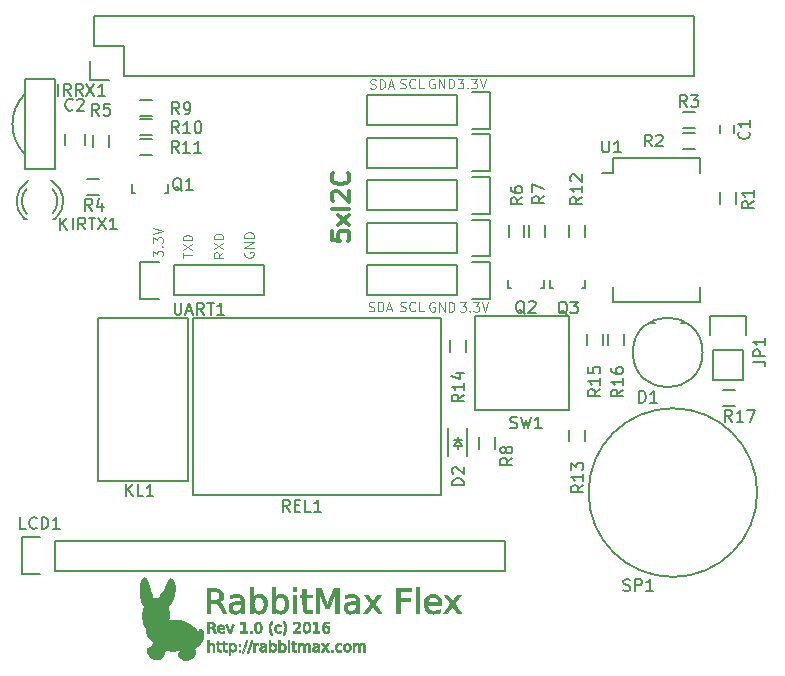
<source format=gto>
G04 #@! TF.FileFunction,Legend,Top*
%FSLAX46Y46*%
G04 Gerber Fmt 4.6, Leading zero omitted, Abs format (unit mm)*
G04 Created by KiCad (PCBNEW 4.0.2+dfsg1-stable) date  6.06.2016 (пн) 11:52:17 EEST*
%MOMM*%
G01*
G04 APERTURE LIST*
%ADD10C,0.100000*%
%ADD11C,0.300000*%
%ADD12C,0.150000*%
%ADD13C,0.000500*%
G04 APERTURE END LIST*
D10*
D11*
X125248571Y-87761428D02*
X125248571Y-88475714D01*
X125962857Y-88547143D01*
X125891429Y-88475714D01*
X125820000Y-88332857D01*
X125820000Y-87975714D01*
X125891429Y-87832857D01*
X125962857Y-87761428D01*
X126105714Y-87690000D01*
X126462857Y-87690000D01*
X126605714Y-87761428D01*
X126677143Y-87832857D01*
X126748571Y-87975714D01*
X126748571Y-88332857D01*
X126677143Y-88475714D01*
X126605714Y-88547143D01*
X126748571Y-87190000D02*
X125748571Y-86404286D01*
X125748571Y-87190000D02*
X126748571Y-86404286D01*
X126748571Y-85832857D02*
X125248571Y-85832857D01*
X125391429Y-85190000D02*
X125320000Y-85118571D01*
X125248571Y-84975714D01*
X125248571Y-84618571D01*
X125320000Y-84475714D01*
X125391429Y-84404285D01*
X125534286Y-84332857D01*
X125677143Y-84332857D01*
X125891429Y-84404285D01*
X126748571Y-85261428D01*
X126748571Y-84332857D01*
X126605714Y-82832857D02*
X126677143Y-82904286D01*
X126748571Y-83118572D01*
X126748571Y-83261429D01*
X126677143Y-83475714D01*
X126534286Y-83618572D01*
X126391429Y-83690000D01*
X126105714Y-83761429D01*
X125891429Y-83761429D01*
X125605714Y-83690000D01*
X125462857Y-83618572D01*
X125320000Y-83475714D01*
X125248571Y-83261429D01*
X125248571Y-83118572D01*
X125320000Y-82904286D01*
X125391429Y-82832857D01*
D10*
X133930477Y-74890000D02*
X133854286Y-74851905D01*
X133740001Y-74851905D01*
X133625715Y-74890000D01*
X133549524Y-74966190D01*
X133511429Y-75042381D01*
X133473334Y-75194762D01*
X133473334Y-75309048D01*
X133511429Y-75461429D01*
X133549524Y-75537619D01*
X133625715Y-75613810D01*
X133740001Y-75651905D01*
X133816191Y-75651905D01*
X133930477Y-75613810D01*
X133968572Y-75575714D01*
X133968572Y-75309048D01*
X133816191Y-75309048D01*
X134311429Y-75651905D02*
X134311429Y-74851905D01*
X134768572Y-75651905D01*
X134768572Y-74851905D01*
X135149524Y-75651905D02*
X135149524Y-74851905D01*
X135340000Y-74851905D01*
X135454286Y-74890000D01*
X135530477Y-74966190D01*
X135568572Y-75042381D01*
X135606667Y-75194762D01*
X135606667Y-75309048D01*
X135568572Y-75461429D01*
X135530477Y-75537619D01*
X135454286Y-75613810D01*
X135340000Y-75651905D01*
X135149524Y-75651905D01*
X131067619Y-75613810D02*
X131181905Y-75651905D01*
X131372381Y-75651905D01*
X131448571Y-75613810D01*
X131486667Y-75575714D01*
X131524762Y-75499524D01*
X131524762Y-75423333D01*
X131486667Y-75347143D01*
X131448571Y-75309048D01*
X131372381Y-75270952D01*
X131220000Y-75232857D01*
X131143809Y-75194762D01*
X131105714Y-75156667D01*
X131067619Y-75080476D01*
X131067619Y-75004286D01*
X131105714Y-74928095D01*
X131143809Y-74890000D01*
X131220000Y-74851905D01*
X131410476Y-74851905D01*
X131524762Y-74890000D01*
X132324762Y-75575714D02*
X132286667Y-75613810D01*
X132172381Y-75651905D01*
X132096191Y-75651905D01*
X131981905Y-75613810D01*
X131905714Y-75537619D01*
X131867619Y-75461429D01*
X131829524Y-75309048D01*
X131829524Y-75194762D01*
X131867619Y-75042381D01*
X131905714Y-74966190D01*
X131981905Y-74890000D01*
X132096191Y-74851905D01*
X132172381Y-74851905D01*
X132286667Y-74890000D01*
X132324762Y-74928095D01*
X133048572Y-75651905D02*
X132667619Y-75651905D01*
X132667619Y-74851905D01*
X135909048Y-74851905D02*
X136404286Y-74851905D01*
X136137619Y-75156667D01*
X136251905Y-75156667D01*
X136328095Y-75194762D01*
X136366191Y-75232857D01*
X136404286Y-75309048D01*
X136404286Y-75499524D01*
X136366191Y-75575714D01*
X136328095Y-75613810D01*
X136251905Y-75651905D01*
X136023333Y-75651905D01*
X135947143Y-75613810D01*
X135909048Y-75575714D01*
X136747143Y-75575714D02*
X136785238Y-75613810D01*
X136747143Y-75651905D01*
X136709048Y-75613810D01*
X136747143Y-75575714D01*
X136747143Y-75651905D01*
X137051905Y-74851905D02*
X137547143Y-74851905D01*
X137280476Y-75156667D01*
X137394762Y-75156667D01*
X137470952Y-75194762D01*
X137509048Y-75232857D01*
X137547143Y-75309048D01*
X137547143Y-75499524D01*
X137509048Y-75575714D01*
X137470952Y-75613810D01*
X137394762Y-75651905D01*
X137166190Y-75651905D01*
X137090000Y-75613810D01*
X137051905Y-75575714D01*
X137775714Y-74851905D02*
X138042381Y-75651905D01*
X138309048Y-74851905D01*
X128518572Y-75643810D02*
X128632858Y-75681905D01*
X128823334Y-75681905D01*
X128899524Y-75643810D01*
X128937620Y-75605714D01*
X128975715Y-75529524D01*
X128975715Y-75453333D01*
X128937620Y-75377143D01*
X128899524Y-75339048D01*
X128823334Y-75300952D01*
X128670953Y-75262857D01*
X128594762Y-75224762D01*
X128556667Y-75186667D01*
X128518572Y-75110476D01*
X128518572Y-75034286D01*
X128556667Y-74958095D01*
X128594762Y-74920000D01*
X128670953Y-74881905D01*
X128861429Y-74881905D01*
X128975715Y-74920000D01*
X129318572Y-75681905D02*
X129318572Y-74881905D01*
X129509048Y-74881905D01*
X129623334Y-74920000D01*
X129699525Y-74996190D01*
X129737620Y-75072381D01*
X129775715Y-75224762D01*
X129775715Y-75339048D01*
X129737620Y-75491429D01*
X129699525Y-75567619D01*
X129623334Y-75643810D01*
X129509048Y-75681905D01*
X129318572Y-75681905D01*
X130080477Y-75453333D02*
X130461429Y-75453333D01*
X130004286Y-75681905D02*
X130270953Y-74881905D01*
X130537620Y-75681905D01*
X136109048Y-93741905D02*
X136604286Y-93741905D01*
X136337619Y-94046667D01*
X136451905Y-94046667D01*
X136528095Y-94084762D01*
X136566191Y-94122857D01*
X136604286Y-94199048D01*
X136604286Y-94389524D01*
X136566191Y-94465714D01*
X136528095Y-94503810D01*
X136451905Y-94541905D01*
X136223333Y-94541905D01*
X136147143Y-94503810D01*
X136109048Y-94465714D01*
X136947143Y-94465714D02*
X136985238Y-94503810D01*
X136947143Y-94541905D01*
X136909048Y-94503810D01*
X136947143Y-94465714D01*
X136947143Y-94541905D01*
X137251905Y-93741905D02*
X137747143Y-93741905D01*
X137480476Y-94046667D01*
X137594762Y-94046667D01*
X137670952Y-94084762D01*
X137709048Y-94122857D01*
X137747143Y-94199048D01*
X137747143Y-94389524D01*
X137709048Y-94465714D01*
X137670952Y-94503810D01*
X137594762Y-94541905D01*
X137366190Y-94541905D01*
X137290000Y-94503810D01*
X137251905Y-94465714D01*
X137975714Y-93741905D02*
X138242381Y-94541905D01*
X138509048Y-93741905D01*
X133970477Y-93780000D02*
X133894286Y-93741905D01*
X133780001Y-93741905D01*
X133665715Y-93780000D01*
X133589524Y-93856190D01*
X133551429Y-93932381D01*
X133513334Y-94084762D01*
X133513334Y-94199048D01*
X133551429Y-94351429D01*
X133589524Y-94427619D01*
X133665715Y-94503810D01*
X133780001Y-94541905D01*
X133856191Y-94541905D01*
X133970477Y-94503810D01*
X134008572Y-94465714D01*
X134008572Y-94199048D01*
X133856191Y-94199048D01*
X134351429Y-94541905D02*
X134351429Y-93741905D01*
X134808572Y-94541905D01*
X134808572Y-93741905D01*
X135189524Y-94541905D02*
X135189524Y-93741905D01*
X135380000Y-93741905D01*
X135494286Y-93780000D01*
X135570477Y-93856190D01*
X135608572Y-93932381D01*
X135646667Y-94084762D01*
X135646667Y-94199048D01*
X135608572Y-94351429D01*
X135570477Y-94427619D01*
X135494286Y-94503810D01*
X135380000Y-94541905D01*
X135189524Y-94541905D01*
X128378572Y-94493810D02*
X128492858Y-94531905D01*
X128683334Y-94531905D01*
X128759524Y-94493810D01*
X128797620Y-94455714D01*
X128835715Y-94379524D01*
X128835715Y-94303333D01*
X128797620Y-94227143D01*
X128759524Y-94189048D01*
X128683334Y-94150952D01*
X128530953Y-94112857D01*
X128454762Y-94074762D01*
X128416667Y-94036667D01*
X128378572Y-93960476D01*
X128378572Y-93884286D01*
X128416667Y-93808095D01*
X128454762Y-93770000D01*
X128530953Y-93731905D01*
X128721429Y-93731905D01*
X128835715Y-93770000D01*
X129178572Y-94531905D02*
X129178572Y-93731905D01*
X129369048Y-93731905D01*
X129483334Y-93770000D01*
X129559525Y-93846190D01*
X129597620Y-93922381D01*
X129635715Y-94074762D01*
X129635715Y-94189048D01*
X129597620Y-94341429D01*
X129559525Y-94417619D01*
X129483334Y-94493810D01*
X129369048Y-94531905D01*
X129178572Y-94531905D01*
X129940477Y-94303333D02*
X130321429Y-94303333D01*
X129864286Y-94531905D02*
X130130953Y-93731905D01*
X130397620Y-94531905D01*
X131057619Y-94473810D02*
X131171905Y-94511905D01*
X131362381Y-94511905D01*
X131438571Y-94473810D01*
X131476667Y-94435714D01*
X131514762Y-94359524D01*
X131514762Y-94283333D01*
X131476667Y-94207143D01*
X131438571Y-94169048D01*
X131362381Y-94130952D01*
X131210000Y-94092857D01*
X131133809Y-94054762D01*
X131095714Y-94016667D01*
X131057619Y-93940476D01*
X131057619Y-93864286D01*
X131095714Y-93788095D01*
X131133809Y-93750000D01*
X131210000Y-93711905D01*
X131400476Y-93711905D01*
X131514762Y-93750000D01*
X132314762Y-94435714D02*
X132276667Y-94473810D01*
X132162381Y-94511905D01*
X132086191Y-94511905D01*
X131971905Y-94473810D01*
X131895714Y-94397619D01*
X131857619Y-94321429D01*
X131819524Y-94169048D01*
X131819524Y-94054762D01*
X131857619Y-93902381D01*
X131895714Y-93826190D01*
X131971905Y-93750000D01*
X132086191Y-93711905D01*
X132162381Y-93711905D01*
X132276667Y-93750000D01*
X132314762Y-93788095D01*
X133038572Y-94511905D02*
X132657619Y-94511905D01*
X132657619Y-93711905D01*
X117900000Y-89509523D02*
X117861905Y-89585714D01*
X117861905Y-89699999D01*
X117900000Y-89814285D01*
X117976190Y-89890476D01*
X118052381Y-89928571D01*
X118204762Y-89966666D01*
X118319048Y-89966666D01*
X118471429Y-89928571D01*
X118547619Y-89890476D01*
X118623810Y-89814285D01*
X118661905Y-89699999D01*
X118661905Y-89623809D01*
X118623810Y-89509523D01*
X118585714Y-89471428D01*
X118319048Y-89471428D01*
X118319048Y-89623809D01*
X118661905Y-89128571D02*
X117861905Y-89128571D01*
X118661905Y-88671428D01*
X117861905Y-88671428D01*
X118661905Y-88290476D02*
X117861905Y-88290476D01*
X117861905Y-88100000D01*
X117900000Y-87985714D01*
X117976190Y-87909523D01*
X118052381Y-87871428D01*
X118204762Y-87833333D01*
X118319048Y-87833333D01*
X118471429Y-87871428D01*
X118547619Y-87909523D01*
X118623810Y-87985714D01*
X118661905Y-88100000D01*
X118661905Y-88290476D01*
X110161905Y-89880952D02*
X110161905Y-89385714D01*
X110466667Y-89652381D01*
X110466667Y-89538095D01*
X110504762Y-89461905D01*
X110542857Y-89423809D01*
X110619048Y-89385714D01*
X110809524Y-89385714D01*
X110885714Y-89423809D01*
X110923810Y-89461905D01*
X110961905Y-89538095D01*
X110961905Y-89766667D01*
X110923810Y-89842857D01*
X110885714Y-89880952D01*
X110885714Y-89042857D02*
X110923810Y-89004762D01*
X110961905Y-89042857D01*
X110923810Y-89080952D01*
X110885714Y-89042857D01*
X110961905Y-89042857D01*
X110161905Y-88738095D02*
X110161905Y-88242857D01*
X110466667Y-88509524D01*
X110466667Y-88395238D01*
X110504762Y-88319048D01*
X110542857Y-88280952D01*
X110619048Y-88242857D01*
X110809524Y-88242857D01*
X110885714Y-88280952D01*
X110923810Y-88319048D01*
X110961905Y-88395238D01*
X110961905Y-88623810D01*
X110923810Y-88700000D01*
X110885714Y-88738095D01*
X110161905Y-88014286D02*
X110961905Y-87747619D01*
X110161905Y-87480952D01*
X112661905Y-90009524D02*
X112661905Y-89552381D01*
X113461905Y-89780952D02*
X112661905Y-89780952D01*
X112661905Y-89361904D02*
X113461905Y-88828571D01*
X112661905Y-88828571D02*
X113461905Y-89361904D01*
X113461905Y-88523809D02*
X112661905Y-88523809D01*
X112661905Y-88333333D01*
X112700000Y-88219047D01*
X112776190Y-88142856D01*
X112852381Y-88104761D01*
X113004762Y-88066666D01*
X113119048Y-88066666D01*
X113271429Y-88104761D01*
X113347619Y-88142856D01*
X113423810Y-88219047D01*
X113461905Y-88333333D01*
X113461905Y-88523809D01*
X116061905Y-89533333D02*
X115680952Y-89800000D01*
X116061905Y-89990476D02*
X115261905Y-89990476D01*
X115261905Y-89685714D01*
X115300000Y-89609523D01*
X115338095Y-89571428D01*
X115414286Y-89533333D01*
X115528571Y-89533333D01*
X115604762Y-89571428D01*
X115642857Y-89609523D01*
X115680952Y-89685714D01*
X115680952Y-89990476D01*
X115261905Y-89266666D02*
X116061905Y-88733333D01*
X115261905Y-88733333D02*
X116061905Y-89266666D01*
X116061905Y-88428571D02*
X115261905Y-88428571D01*
X115261905Y-88238095D01*
X115300000Y-88123809D01*
X115376190Y-88047618D01*
X115452381Y-88009523D01*
X115604762Y-87971428D01*
X115719048Y-87971428D01*
X115871429Y-88009523D01*
X115947619Y-88047618D01*
X116023810Y-88123809D01*
X116061905Y-88238095D01*
X116061905Y-88428571D01*
D12*
X155900000Y-69560000D02*
X105100000Y-69560000D01*
X107640000Y-74640000D02*
X155900000Y-74640000D01*
X155900000Y-69560000D02*
X155900000Y-74640000D01*
X105100000Y-69560000D02*
X105100000Y-72100000D01*
X104820000Y-73370000D02*
X104820000Y-74920000D01*
X105100000Y-72100000D02*
X107640000Y-72100000D01*
X107640000Y-72100000D02*
X107640000Y-74640000D01*
X104820000Y-74920000D02*
X106370000Y-74920000D01*
D13*
G36*
X109407577Y-117062558D02*
X109426131Y-117071104D01*
X109466054Y-117097521D01*
X109504334Y-117135717D01*
X109542046Y-117187872D01*
X109580260Y-117256163D01*
X109620051Y-117342772D01*
X109662491Y-117449876D01*
X109708652Y-117579657D01*
X109759608Y-117734292D01*
X109772495Y-117774793D01*
X109802216Y-117867534D01*
X109833986Y-117964636D01*
X109864884Y-118057306D01*
X109891992Y-118136750D01*
X109904461Y-118172278D01*
X109964247Y-118356946D01*
X110011032Y-118537322D01*
X110039845Y-118687333D01*
X110056239Y-118793167D01*
X110217925Y-118795556D01*
X110295003Y-118798654D01*
X110373233Y-118805091D01*
X110441588Y-118813808D01*
X110476080Y-118820330D01*
X110535246Y-118832488D01*
X110572232Y-118835266D01*
X110591666Y-118828105D01*
X110598175Y-118810442D01*
X110598333Y-118805520D01*
X110608000Y-118761339D01*
X110636599Y-118697726D01*
X110683533Y-118615619D01*
X110748202Y-118515958D01*
X110830008Y-118399682D01*
X110928351Y-118267730D01*
X111002313Y-118172144D01*
X111021406Y-118141013D01*
X111048897Y-118086474D01*
X111083399Y-118011591D01*
X111123522Y-117919428D01*
X111167877Y-117813047D01*
X111190999Y-117756000D01*
X111244233Y-117624366D01*
X111288908Y-117516276D01*
X111326444Y-117428873D01*
X111358262Y-117359303D01*
X111385781Y-117304709D01*
X111410423Y-117262237D01*
X111433607Y-117229030D01*
X111456754Y-117202233D01*
X111475367Y-117184241D01*
X111534557Y-117146076D01*
X111596304Y-117135884D01*
X111660142Y-117153574D01*
X111725607Y-117199060D01*
X111765111Y-117239245D01*
X111794839Y-117276304D01*
X111820819Y-117317303D01*
X111845350Y-117367292D01*
X111870734Y-117431324D01*
X111899271Y-117514451D01*
X111920128Y-117579611D01*
X111935619Y-117630940D01*
X111946456Y-117674578D01*
X111953422Y-117717514D01*
X111957300Y-117766736D01*
X111958872Y-117829236D01*
X111958923Y-117912002D01*
X111958855Y-117925333D01*
X111950436Y-118109456D01*
X111928197Y-118304831D01*
X111893774Y-118502640D01*
X111848804Y-118694061D01*
X111794920Y-118870275D01*
X111772113Y-118932279D01*
X111714172Y-119051845D01*
X111634010Y-119173520D01*
X111536416Y-119291236D01*
X111426180Y-119398924D01*
X111362436Y-119451266D01*
X111333293Y-119475303D01*
X111323406Y-119492972D01*
X111329262Y-119514583D01*
X111336137Y-119528418D01*
X111359248Y-119582495D01*
X111384409Y-119656334D01*
X111409297Y-119741815D01*
X111431590Y-119830819D01*
X111448963Y-119915226D01*
X111452118Y-119933745D01*
X111469363Y-120098011D01*
X111471035Y-120273069D01*
X111457291Y-120446279D01*
X111444786Y-120527696D01*
X111433512Y-120590480D01*
X111424407Y-120642631D01*
X111418505Y-120678133D01*
X111416778Y-120690714D01*
X111430016Y-120691824D01*
X111466784Y-120689444D01*
X111522663Y-120684002D01*
X111593233Y-120675924D01*
X111667250Y-120666542D01*
X111870030Y-120645870D01*
X112061376Y-120638589D01*
X112237325Y-120644652D01*
X112393909Y-120664016D01*
X112450589Y-120675556D01*
X112655848Y-120732276D01*
X112854241Y-120805377D01*
X113043087Y-120893025D01*
X113219705Y-120993386D01*
X113381414Y-121104626D01*
X113525534Y-121224909D01*
X113649384Y-121352401D01*
X113750282Y-121485269D01*
X113822084Y-121614036D01*
X113866821Y-121711461D01*
X113918653Y-121659628D01*
X113950530Y-121621870D01*
X113972959Y-121584500D01*
X113978263Y-121569259D01*
X113991278Y-121513850D01*
X114005745Y-121479342D01*
X114026112Y-121458570D01*
X114055556Y-121444828D01*
X114133541Y-121427418D01*
X114200316Y-121435726D01*
X114256436Y-121470020D01*
X114302459Y-121530570D01*
X114323013Y-121573557D01*
X114336412Y-121608367D01*
X114345843Y-121640900D01*
X114351989Y-121677152D01*
X114355536Y-121723121D01*
X114357167Y-121784806D01*
X114357567Y-121868203D01*
X114357566Y-121876444D01*
X114355712Y-121996020D01*
X114349587Y-122094017D01*
X114338219Y-122176883D01*
X114320637Y-122251067D01*
X114295868Y-122323020D01*
X114286960Y-122344968D01*
X114209946Y-122495562D01*
X114109904Y-122637891D01*
X113991206Y-122767334D01*
X113858219Y-122879273D01*
X113715315Y-122969086D01*
X113679774Y-122986957D01*
X113579159Y-123035083D01*
X113619035Y-123129989D01*
X113663553Y-123265183D01*
X113680905Y-123393169D01*
X113671406Y-123513160D01*
X113635374Y-123624368D01*
X113573123Y-123726005D01*
X113484970Y-123817284D01*
X113371232Y-123897418D01*
X113294828Y-123937923D01*
X113149891Y-123994825D01*
X113006068Y-124027094D01*
X112866916Y-124034118D01*
X112785556Y-124025696D01*
X112704031Y-124005026D01*
X112623732Y-123972659D01*
X112562153Y-123936765D01*
X112516570Y-123909672D01*
X112469095Y-123890157D01*
X112454292Y-123886412D01*
X112391442Y-123861752D01*
X112334366Y-123815926D01*
X112295143Y-123762125D01*
X112283226Y-123731268D01*
X112275707Y-123688265D01*
X112271862Y-123627281D01*
X112270956Y-123567455D01*
X112271184Y-123499819D01*
X112273143Y-123454035D01*
X112278008Y-123423736D01*
X112286958Y-123402558D01*
X112301168Y-123384135D01*
X112305778Y-123379109D01*
X112342687Y-123347046D01*
X112387306Y-123317682D01*
X112393972Y-123314118D01*
X112429937Y-123293463D01*
X112444219Y-123274407D01*
X112440965Y-123247179D01*
X112432506Y-123223342D01*
X112424287Y-123204443D01*
X112413119Y-123193780D01*
X112392403Y-123189833D01*
X112355540Y-123191080D01*
X112309034Y-123194877D01*
X112237353Y-123202925D01*
X112156328Y-123214833D01*
X112087056Y-123227339D01*
X111943376Y-123246713D01*
X111784230Y-123250752D01*
X111617343Y-123240200D01*
X111450445Y-123215800D01*
X111291263Y-123178294D01*
X111175628Y-123139725D01*
X111162364Y-123141031D01*
X111148046Y-123158023D01*
X111130276Y-123194611D01*
X111109128Y-123248110D01*
X111083687Y-123318910D01*
X111057707Y-123396427D01*
X111036415Y-123465011D01*
X111034680Y-123471000D01*
X110988324Y-123602329D01*
X110930002Y-123717955D01*
X110861887Y-123814768D01*
X110786154Y-123889659D01*
X110708110Y-123938131D01*
X110672829Y-123952568D01*
X110638542Y-123962203D01*
X110598232Y-123967977D01*
X110544884Y-123970827D01*
X110471480Y-123971694D01*
X110457222Y-123971711D01*
X110302258Y-123965047D01*
X110166443Y-123945242D01*
X110052198Y-123912747D01*
X109990559Y-123884982D01*
X109938858Y-123848864D01*
X109900110Y-123805749D01*
X109880142Y-123762695D01*
X109878667Y-123749423D01*
X109867032Y-123731892D01*
X109837178Y-123709117D01*
X109811639Y-123694468D01*
X109747703Y-123646841D01*
X109692960Y-123576589D01*
X109649579Y-123488422D01*
X109619729Y-123387048D01*
X109605579Y-123277178D01*
X109604724Y-123245222D01*
X109608691Y-123161108D01*
X109623697Y-123098041D01*
X109653277Y-123049859D01*
X109700966Y-123010403D01*
X109757074Y-122979751D01*
X109815505Y-122955032D01*
X109874998Y-122935316D01*
X109922260Y-122924943D01*
X109990317Y-122916882D01*
X110041479Y-122795302D01*
X110065793Y-122731401D01*
X110085904Y-122667309D01*
X110098477Y-122614044D01*
X110100428Y-122600499D01*
X110103452Y-122559702D01*
X110099589Y-122529977D01*
X110085300Y-122501151D01*
X110057046Y-122463048D01*
X110049185Y-122453138D01*
X110006123Y-122406560D01*
X109956372Y-122363463D01*
X109922460Y-122340337D01*
X109835124Y-122275476D01*
X109754655Y-122185771D01*
X109683107Y-122074183D01*
X109622534Y-121943677D01*
X109596077Y-121869389D01*
X109580433Y-121813290D01*
X109570240Y-121755384D01*
X109564373Y-121686850D01*
X109561725Y-121600276D01*
X109560389Y-121528045D01*
X109557902Y-121476983D01*
X109552798Y-121440038D01*
X109543606Y-121410157D01*
X109528859Y-121380287D01*
X109508834Y-121346276D01*
X109392718Y-121128650D01*
X109304375Y-120907237D01*
X109243506Y-120681176D01*
X109214213Y-120494745D01*
X109206838Y-120361719D01*
X109210530Y-120211479D01*
X109224314Y-120052335D01*
X109247215Y-119892596D01*
X109278258Y-119740572D01*
X109316468Y-119604573D01*
X109319848Y-119594507D01*
X109354510Y-119492737D01*
X109292371Y-119398128D01*
X109207602Y-119245372D01*
X109140432Y-119073270D01*
X109091964Y-118885376D01*
X109063301Y-118685246D01*
X109060607Y-118652056D01*
X109053691Y-118561055D01*
X109045485Y-118459398D01*
X109037155Y-118361253D01*
X109031602Y-118299278D01*
X109023831Y-118145681D01*
X109026770Y-117979491D01*
X109039580Y-117808083D01*
X109061421Y-117638834D01*
X109091456Y-117479119D01*
X109128844Y-117336316D01*
X109147482Y-117280537D01*
X109190552Y-117181421D01*
X109238009Y-117110131D01*
X109289939Y-117066602D01*
X109346432Y-117050766D01*
X109407577Y-117062558D01*
X109407577Y-117062558D01*
G37*
X109407577Y-117062558D02*
X109426131Y-117071104D01*
X109466054Y-117097521D01*
X109504334Y-117135717D01*
X109542046Y-117187872D01*
X109580260Y-117256163D01*
X109620051Y-117342772D01*
X109662491Y-117449876D01*
X109708652Y-117579657D01*
X109759608Y-117734292D01*
X109772495Y-117774793D01*
X109802216Y-117867534D01*
X109833986Y-117964636D01*
X109864884Y-118057306D01*
X109891992Y-118136750D01*
X109904461Y-118172278D01*
X109964247Y-118356946D01*
X110011032Y-118537322D01*
X110039845Y-118687333D01*
X110056239Y-118793167D01*
X110217925Y-118795556D01*
X110295003Y-118798654D01*
X110373233Y-118805091D01*
X110441588Y-118813808D01*
X110476080Y-118820330D01*
X110535246Y-118832488D01*
X110572232Y-118835266D01*
X110591666Y-118828105D01*
X110598175Y-118810442D01*
X110598333Y-118805520D01*
X110608000Y-118761339D01*
X110636599Y-118697726D01*
X110683533Y-118615619D01*
X110748202Y-118515958D01*
X110830008Y-118399682D01*
X110928351Y-118267730D01*
X111002313Y-118172144D01*
X111021406Y-118141013D01*
X111048897Y-118086474D01*
X111083399Y-118011591D01*
X111123522Y-117919428D01*
X111167877Y-117813047D01*
X111190999Y-117756000D01*
X111244233Y-117624366D01*
X111288908Y-117516276D01*
X111326444Y-117428873D01*
X111358262Y-117359303D01*
X111385781Y-117304709D01*
X111410423Y-117262237D01*
X111433607Y-117229030D01*
X111456754Y-117202233D01*
X111475367Y-117184241D01*
X111534557Y-117146076D01*
X111596304Y-117135884D01*
X111660142Y-117153574D01*
X111725607Y-117199060D01*
X111765111Y-117239245D01*
X111794839Y-117276304D01*
X111820819Y-117317303D01*
X111845350Y-117367292D01*
X111870734Y-117431324D01*
X111899271Y-117514451D01*
X111920128Y-117579611D01*
X111935619Y-117630940D01*
X111946456Y-117674578D01*
X111953422Y-117717514D01*
X111957300Y-117766736D01*
X111958872Y-117829236D01*
X111958923Y-117912002D01*
X111958855Y-117925333D01*
X111950436Y-118109456D01*
X111928197Y-118304831D01*
X111893774Y-118502640D01*
X111848804Y-118694061D01*
X111794920Y-118870275D01*
X111772113Y-118932279D01*
X111714172Y-119051845D01*
X111634010Y-119173520D01*
X111536416Y-119291236D01*
X111426180Y-119398924D01*
X111362436Y-119451266D01*
X111333293Y-119475303D01*
X111323406Y-119492972D01*
X111329262Y-119514583D01*
X111336137Y-119528418D01*
X111359248Y-119582495D01*
X111384409Y-119656334D01*
X111409297Y-119741815D01*
X111431590Y-119830819D01*
X111448963Y-119915226D01*
X111452118Y-119933745D01*
X111469363Y-120098011D01*
X111471035Y-120273069D01*
X111457291Y-120446279D01*
X111444786Y-120527696D01*
X111433512Y-120590480D01*
X111424407Y-120642631D01*
X111418505Y-120678133D01*
X111416778Y-120690714D01*
X111430016Y-120691824D01*
X111466784Y-120689444D01*
X111522663Y-120684002D01*
X111593233Y-120675924D01*
X111667250Y-120666542D01*
X111870030Y-120645870D01*
X112061376Y-120638589D01*
X112237325Y-120644652D01*
X112393909Y-120664016D01*
X112450589Y-120675556D01*
X112655848Y-120732276D01*
X112854241Y-120805377D01*
X113043087Y-120893025D01*
X113219705Y-120993386D01*
X113381414Y-121104626D01*
X113525534Y-121224909D01*
X113649384Y-121352401D01*
X113750282Y-121485269D01*
X113822084Y-121614036D01*
X113866821Y-121711461D01*
X113918653Y-121659628D01*
X113950530Y-121621870D01*
X113972959Y-121584500D01*
X113978263Y-121569259D01*
X113991278Y-121513850D01*
X114005745Y-121479342D01*
X114026112Y-121458570D01*
X114055556Y-121444828D01*
X114133541Y-121427418D01*
X114200316Y-121435726D01*
X114256436Y-121470020D01*
X114302459Y-121530570D01*
X114323013Y-121573557D01*
X114336412Y-121608367D01*
X114345843Y-121640900D01*
X114351989Y-121677152D01*
X114355536Y-121723121D01*
X114357167Y-121784806D01*
X114357567Y-121868203D01*
X114357566Y-121876444D01*
X114355712Y-121996020D01*
X114349587Y-122094017D01*
X114338219Y-122176883D01*
X114320637Y-122251067D01*
X114295868Y-122323020D01*
X114286960Y-122344968D01*
X114209946Y-122495562D01*
X114109904Y-122637891D01*
X113991206Y-122767334D01*
X113858219Y-122879273D01*
X113715315Y-122969086D01*
X113679774Y-122986957D01*
X113579159Y-123035083D01*
X113619035Y-123129989D01*
X113663553Y-123265183D01*
X113680905Y-123393169D01*
X113671406Y-123513160D01*
X113635374Y-123624368D01*
X113573123Y-123726005D01*
X113484970Y-123817284D01*
X113371232Y-123897418D01*
X113294828Y-123937923D01*
X113149891Y-123994825D01*
X113006068Y-124027094D01*
X112866916Y-124034118D01*
X112785556Y-124025696D01*
X112704031Y-124005026D01*
X112623732Y-123972659D01*
X112562153Y-123936765D01*
X112516570Y-123909672D01*
X112469095Y-123890157D01*
X112454292Y-123886412D01*
X112391442Y-123861752D01*
X112334366Y-123815926D01*
X112295143Y-123762125D01*
X112283226Y-123731268D01*
X112275707Y-123688265D01*
X112271862Y-123627281D01*
X112270956Y-123567455D01*
X112271184Y-123499819D01*
X112273143Y-123454035D01*
X112278008Y-123423736D01*
X112286958Y-123402558D01*
X112301168Y-123384135D01*
X112305778Y-123379109D01*
X112342687Y-123347046D01*
X112387306Y-123317682D01*
X112393972Y-123314118D01*
X112429937Y-123293463D01*
X112444219Y-123274407D01*
X112440965Y-123247179D01*
X112432506Y-123223342D01*
X112424287Y-123204443D01*
X112413119Y-123193780D01*
X112392403Y-123189833D01*
X112355540Y-123191080D01*
X112309034Y-123194877D01*
X112237353Y-123202925D01*
X112156328Y-123214833D01*
X112087056Y-123227339D01*
X111943376Y-123246713D01*
X111784230Y-123250752D01*
X111617343Y-123240200D01*
X111450445Y-123215800D01*
X111291263Y-123178294D01*
X111175628Y-123139725D01*
X111162364Y-123141031D01*
X111148046Y-123158023D01*
X111130276Y-123194611D01*
X111109128Y-123248110D01*
X111083687Y-123318910D01*
X111057707Y-123396427D01*
X111036415Y-123465011D01*
X111034680Y-123471000D01*
X110988324Y-123602329D01*
X110930002Y-123717955D01*
X110861887Y-123814768D01*
X110786154Y-123889659D01*
X110708110Y-123938131D01*
X110672829Y-123952568D01*
X110638542Y-123962203D01*
X110598232Y-123967977D01*
X110544884Y-123970827D01*
X110471480Y-123971694D01*
X110457222Y-123971711D01*
X110302258Y-123965047D01*
X110166443Y-123945242D01*
X110052198Y-123912747D01*
X109990559Y-123884982D01*
X109938858Y-123848864D01*
X109900110Y-123805749D01*
X109880142Y-123762695D01*
X109878667Y-123749423D01*
X109867032Y-123731892D01*
X109837178Y-123709117D01*
X109811639Y-123694468D01*
X109747703Y-123646841D01*
X109692960Y-123576589D01*
X109649579Y-123488422D01*
X109619729Y-123387048D01*
X109605579Y-123277178D01*
X109604724Y-123245222D01*
X109608691Y-123161108D01*
X109623697Y-123098041D01*
X109653277Y-123049859D01*
X109700966Y-123010403D01*
X109757074Y-122979751D01*
X109815505Y-122955032D01*
X109874998Y-122935316D01*
X109922260Y-122924943D01*
X109990317Y-122916882D01*
X110041479Y-122795302D01*
X110065793Y-122731401D01*
X110085904Y-122667309D01*
X110098477Y-122614044D01*
X110100428Y-122600499D01*
X110103452Y-122559702D01*
X110099589Y-122529977D01*
X110085300Y-122501151D01*
X110057046Y-122463048D01*
X110049185Y-122453138D01*
X110006123Y-122406560D01*
X109956372Y-122363463D01*
X109922460Y-122340337D01*
X109835124Y-122275476D01*
X109754655Y-122185771D01*
X109683107Y-122074183D01*
X109622534Y-121943677D01*
X109596077Y-121869389D01*
X109580433Y-121813290D01*
X109570240Y-121755384D01*
X109564373Y-121686850D01*
X109561725Y-121600276D01*
X109560389Y-121528045D01*
X109557902Y-121476983D01*
X109552798Y-121440038D01*
X109543606Y-121410157D01*
X109528859Y-121380287D01*
X109508834Y-121346276D01*
X109392718Y-121128650D01*
X109304375Y-120907237D01*
X109243506Y-120681176D01*
X109214213Y-120494745D01*
X109206838Y-120361719D01*
X109210530Y-120211479D01*
X109224314Y-120052335D01*
X109247215Y-119892596D01*
X109278258Y-119740572D01*
X109316468Y-119604573D01*
X109319848Y-119594507D01*
X109354510Y-119492737D01*
X109292371Y-119398128D01*
X109207602Y-119245372D01*
X109140432Y-119073270D01*
X109091964Y-118885376D01*
X109063301Y-118685246D01*
X109060607Y-118652056D01*
X109053691Y-118561055D01*
X109045485Y-118459398D01*
X109037155Y-118361253D01*
X109031602Y-118299278D01*
X109023831Y-118145681D01*
X109026770Y-117979491D01*
X109039580Y-117808083D01*
X109061421Y-117638834D01*
X109091456Y-117479119D01*
X109128844Y-117336316D01*
X109147482Y-117280537D01*
X109190552Y-117181421D01*
X109238009Y-117110131D01*
X109289939Y-117066602D01*
X109346432Y-117050766D01*
X109407577Y-117062558D01*
G36*
X116890821Y-122612559D02*
X116970371Y-122624250D01*
X117031531Y-122652003D01*
X117081644Y-122700299D01*
X117114084Y-122748728D01*
X117131005Y-122779438D01*
X117142151Y-122807504D01*
X117148717Y-122839952D01*
X117151899Y-122883808D01*
X117152892Y-122946098D01*
X117152944Y-122977111D01*
X117152489Y-123048509D01*
X117150319Y-123098727D01*
X117145231Y-123134803D01*
X117136021Y-123163775D01*
X117121482Y-123192681D01*
X117113764Y-123206042D01*
X117062229Y-123269586D01*
X116996484Y-123314817D01*
X116922245Y-123340663D01*
X116845224Y-123346050D01*
X116771136Y-123329905D01*
X116705697Y-123291154D01*
X116697861Y-123284156D01*
X116666111Y-123254414D01*
X116666111Y-123598000D01*
X116525000Y-123598000D01*
X116525000Y-122952735D01*
X116665229Y-122952735D01*
X116669359Y-123030264D01*
X116685870Y-123103577D01*
X116713735Y-123165222D01*
X116751929Y-123207749D01*
X116752391Y-123208075D01*
X116789930Y-123223440D01*
X116840934Y-123230871D01*
X116851610Y-123231111D01*
X116899185Y-123227332D01*
X116933271Y-123212376D01*
X116959234Y-123189817D01*
X116998744Y-123132176D01*
X117023121Y-123058388D01*
X117031845Y-122976454D01*
X117024394Y-122894373D01*
X117000247Y-122820145D01*
X116985082Y-122793358D01*
X116938204Y-122743799D01*
X116882883Y-122718578D01*
X116824286Y-122717309D01*
X116767577Y-122739605D01*
X116717922Y-122785080D01*
X116698217Y-122814833D01*
X116674506Y-122878441D01*
X116665229Y-122952735D01*
X116525000Y-122952735D01*
X116525000Y-122624333D01*
X116595556Y-122624333D01*
X116637403Y-122625441D01*
X116658278Y-122631244D01*
X116665414Y-122645461D01*
X116666111Y-122660619D01*
X116667891Y-122685249D01*
X116676994Y-122685166D01*
X116688615Y-122674401D01*
X116740359Y-122635845D01*
X116802990Y-122615753D01*
X116882934Y-122612161D01*
X116890821Y-122612559D01*
X116890821Y-122612559D01*
G37*
X116890821Y-122612559D02*
X116970371Y-122624250D01*
X117031531Y-122652003D01*
X117081644Y-122700299D01*
X117114084Y-122748728D01*
X117131005Y-122779438D01*
X117142151Y-122807504D01*
X117148717Y-122839952D01*
X117151899Y-122883808D01*
X117152892Y-122946098D01*
X117152944Y-122977111D01*
X117152489Y-123048509D01*
X117150319Y-123098727D01*
X117145231Y-123134803D01*
X117136021Y-123163775D01*
X117121482Y-123192681D01*
X117113764Y-123206042D01*
X117062229Y-123269586D01*
X116996484Y-123314817D01*
X116922245Y-123340663D01*
X116845224Y-123346050D01*
X116771136Y-123329905D01*
X116705697Y-123291154D01*
X116697861Y-123284156D01*
X116666111Y-123254414D01*
X116666111Y-123598000D01*
X116525000Y-123598000D01*
X116525000Y-122952735D01*
X116665229Y-122952735D01*
X116669359Y-123030264D01*
X116685870Y-123103577D01*
X116713735Y-123165222D01*
X116751929Y-123207749D01*
X116752391Y-123208075D01*
X116789930Y-123223440D01*
X116840934Y-123230871D01*
X116851610Y-123231111D01*
X116899185Y-123227332D01*
X116933271Y-123212376D01*
X116959234Y-123189817D01*
X116998744Y-123132176D01*
X117023121Y-123058388D01*
X117031845Y-122976454D01*
X117024394Y-122894373D01*
X117000247Y-122820145D01*
X116985082Y-122793358D01*
X116938204Y-122743799D01*
X116882883Y-122718578D01*
X116824286Y-122717309D01*
X116767577Y-122739605D01*
X116717922Y-122785080D01*
X116698217Y-122814833D01*
X116674506Y-122878441D01*
X116665229Y-122952735D01*
X116525000Y-122952735D01*
X116525000Y-122624333D01*
X116595556Y-122624333D01*
X116637403Y-122625441D01*
X116658278Y-122631244D01*
X116665414Y-122645461D01*
X116666111Y-122660619D01*
X116667891Y-122685249D01*
X116676994Y-122685166D01*
X116688615Y-122674401D01*
X116740359Y-122635845D01*
X116802990Y-122615753D01*
X116882934Y-122612161D01*
X116890821Y-122612559D01*
G36*
X118089638Y-122391485D02*
X118091606Y-122394216D01*
X118087660Y-122409818D01*
X118076295Y-122449390D01*
X118058410Y-122509936D01*
X118034902Y-122588458D01*
X118006670Y-122681958D01*
X117974613Y-122787439D01*
X117939628Y-122901903D01*
X117932856Y-122923987D01*
X117773833Y-123442364D01*
X117713861Y-123442571D01*
X117677326Y-123440481D01*
X117656299Y-123434981D01*
X117654263Y-123432194D01*
X117658391Y-123416784D01*
X117669995Y-123377426D01*
X117688163Y-123317116D01*
X117711980Y-123238854D01*
X117740534Y-123145636D01*
X117772913Y-123040461D01*
X117808203Y-122926328D01*
X117814331Y-122906556D01*
X117974025Y-122391500D01*
X118032679Y-122387161D01*
X118068826Y-122386919D01*
X118089638Y-122391485D01*
X118089638Y-122391485D01*
G37*
X118089638Y-122391485D02*
X118091606Y-122394216D01*
X118087660Y-122409818D01*
X118076295Y-122449390D01*
X118058410Y-122509936D01*
X118034902Y-122588458D01*
X118006670Y-122681958D01*
X117974613Y-122787439D01*
X117939628Y-122901903D01*
X117932856Y-122923987D01*
X117773833Y-123442364D01*
X117713861Y-123442571D01*
X117677326Y-123440481D01*
X117656299Y-123434981D01*
X117654263Y-123432194D01*
X117658391Y-123416784D01*
X117669995Y-123377426D01*
X117688163Y-123317116D01*
X117711980Y-123238854D01*
X117740534Y-123145636D01*
X117772913Y-123040461D01*
X117808203Y-122926328D01*
X117814331Y-122906556D01*
X117974025Y-122391500D01*
X118032679Y-122387161D01*
X118068826Y-122386919D01*
X118089638Y-122391485D01*
G36*
X118457248Y-122386259D02*
X118469467Y-122387089D01*
X118525983Y-122391500D01*
X118386035Y-122843056D01*
X118351538Y-122954460D01*
X118318791Y-123060400D01*
X118288975Y-123157042D01*
X118263271Y-123240548D01*
X118242861Y-123307082D01*
X118228925Y-123352808D01*
X118224153Y-123368694D01*
X118202220Y-123442778D01*
X118140164Y-123442778D01*
X118099388Y-123439911D01*
X118083846Y-123430797D01*
X118084176Y-123425139D01*
X118089581Y-123408067D01*
X118102338Y-123367104D01*
X118121495Y-123305332D01*
X118146098Y-123225831D01*
X118175194Y-123131683D01*
X118207828Y-123025969D01*
X118243048Y-122911770D01*
X118246672Y-122900015D01*
X118281979Y-122785756D01*
X118314756Y-122680227D01*
X118344066Y-122586410D01*
X118368967Y-122507289D01*
X118388522Y-122445846D01*
X118401790Y-122405065D01*
X118407832Y-122387928D01*
X118408026Y-122387604D01*
X118423840Y-122385493D01*
X118457248Y-122386259D01*
X118457248Y-122386259D01*
G37*
X118457248Y-122386259D02*
X118469467Y-122387089D01*
X118525983Y-122391500D01*
X118386035Y-122843056D01*
X118351538Y-122954460D01*
X118318791Y-123060400D01*
X118288975Y-123157042D01*
X118263271Y-123240548D01*
X118242861Y-123307082D01*
X118228925Y-123352808D01*
X118224153Y-123368694D01*
X118202220Y-123442778D01*
X118140164Y-123442778D01*
X118099388Y-123439911D01*
X118083846Y-123430797D01*
X118084176Y-123425139D01*
X118089581Y-123408067D01*
X118102338Y-123367104D01*
X118121495Y-123305332D01*
X118146098Y-123225831D01*
X118175194Y-123131683D01*
X118207828Y-123025969D01*
X118243048Y-122911770D01*
X118246672Y-122900015D01*
X118281979Y-122785756D01*
X118314756Y-122680227D01*
X118344066Y-122586410D01*
X118368967Y-122507289D01*
X118388522Y-122445846D01*
X118401790Y-122405065D01*
X118407832Y-122387928D01*
X118408026Y-122387604D01*
X118423840Y-122385493D01*
X118457248Y-122386259D01*
G36*
X119490422Y-122616341D02*
X119562235Y-122634871D01*
X119616954Y-122669010D01*
X119658942Y-122720871D01*
X119671778Y-122744278D01*
X119684406Y-122771157D01*
X119693737Y-122797192D01*
X119700381Y-122827351D01*
X119704944Y-122866604D01*
X119708035Y-122919920D01*
X119710262Y-122992268D01*
X119711929Y-123072361D01*
X119716803Y-123329889D01*
X119651957Y-123329889D01*
X119612398Y-123328797D01*
X119593463Y-123322012D01*
X119587559Y-123304265D01*
X119587111Y-123284916D01*
X119587111Y-123239942D01*
X119548306Y-123276962D01*
X119510813Y-123306461D01*
X119472260Y-123328011D01*
X119469776Y-123328991D01*
X119417386Y-123340355D01*
X119352133Y-123343133D01*
X119286440Y-123337751D01*
X119232728Y-123324635D01*
X119223301Y-123320532D01*
X119167480Y-123278816D01*
X119130239Y-123221851D01*
X119111590Y-123155642D01*
X119111544Y-123087213D01*
X119239224Y-123087213D01*
X119239678Y-123134504D01*
X119267909Y-123184144D01*
X119270118Y-123186807D01*
X119317394Y-123222782D01*
X119375849Y-123235302D01*
X119440671Y-123224167D01*
X119496827Y-123196189D01*
X119539457Y-123151660D01*
X119568469Y-123083559D01*
X119578260Y-123037083D01*
X119587445Y-122977111D01*
X119506139Y-122977726D01*
X119408286Y-122983212D01*
X119334950Y-122998376D01*
X119283937Y-123023789D01*
X119266494Y-123040073D01*
X119239224Y-123087213D01*
X119111544Y-123087213D01*
X119111543Y-123086191D01*
X119130111Y-123019504D01*
X119167303Y-122961582D01*
X119222561Y-122918728D01*
X119257850Y-122903145D01*
X119297615Y-122892646D01*
X119349334Y-122885905D01*
X119420481Y-122881596D01*
X119435417Y-122880996D01*
X119497011Y-122878132D01*
X119546578Y-122874846D01*
X119578359Y-122871584D01*
X119587111Y-122869263D01*
X119577038Y-122833369D01*
X119552015Y-122792101D01*
X119519837Y-122756795D01*
X119500477Y-122743261D01*
X119446374Y-122726516D01*
X119377855Y-122720794D01*
X119306482Y-122726083D01*
X119243819Y-122742377D01*
X119241172Y-122743459D01*
X119197793Y-122759965D01*
X119174453Y-122761540D01*
X119165746Y-122745462D01*
X119166268Y-122709008D01*
X119166494Y-122705849D01*
X119171441Y-122667410D01*
X119184393Y-122646780D01*
X119213622Y-122633549D01*
X119227278Y-122629323D01*
X119269375Y-122620916D01*
X119327794Y-122614520D01*
X119390643Y-122611395D01*
X119397149Y-122611307D01*
X119490422Y-122616341D01*
X119490422Y-122616341D01*
G37*
X119490422Y-122616341D02*
X119562235Y-122634871D01*
X119616954Y-122669010D01*
X119658942Y-122720871D01*
X119671778Y-122744278D01*
X119684406Y-122771157D01*
X119693737Y-122797192D01*
X119700381Y-122827351D01*
X119704944Y-122866604D01*
X119708035Y-122919920D01*
X119710262Y-122992268D01*
X119711929Y-123072361D01*
X119716803Y-123329889D01*
X119651957Y-123329889D01*
X119612398Y-123328797D01*
X119593463Y-123322012D01*
X119587559Y-123304265D01*
X119587111Y-123284916D01*
X119587111Y-123239942D01*
X119548306Y-123276962D01*
X119510813Y-123306461D01*
X119472260Y-123328011D01*
X119469776Y-123328991D01*
X119417386Y-123340355D01*
X119352133Y-123343133D01*
X119286440Y-123337751D01*
X119232728Y-123324635D01*
X119223301Y-123320532D01*
X119167480Y-123278816D01*
X119130239Y-123221851D01*
X119111590Y-123155642D01*
X119111544Y-123087213D01*
X119239224Y-123087213D01*
X119239678Y-123134504D01*
X119267909Y-123184144D01*
X119270118Y-123186807D01*
X119317394Y-123222782D01*
X119375849Y-123235302D01*
X119440671Y-123224167D01*
X119496827Y-123196189D01*
X119539457Y-123151660D01*
X119568469Y-123083559D01*
X119578260Y-123037083D01*
X119587445Y-122977111D01*
X119506139Y-122977726D01*
X119408286Y-122983212D01*
X119334950Y-122998376D01*
X119283937Y-123023789D01*
X119266494Y-123040073D01*
X119239224Y-123087213D01*
X119111544Y-123087213D01*
X119111543Y-123086191D01*
X119130111Y-123019504D01*
X119167303Y-122961582D01*
X119222561Y-122918728D01*
X119257850Y-122903145D01*
X119297615Y-122892646D01*
X119349334Y-122885905D01*
X119420481Y-122881596D01*
X119435417Y-122880996D01*
X119497011Y-122878132D01*
X119546578Y-122874846D01*
X119578359Y-122871584D01*
X119587111Y-122869263D01*
X119577038Y-122833369D01*
X119552015Y-122792101D01*
X119519837Y-122756795D01*
X119500477Y-122743261D01*
X119446374Y-122726516D01*
X119377855Y-122720794D01*
X119306482Y-122726083D01*
X119243819Y-122742377D01*
X119241172Y-122743459D01*
X119197793Y-122759965D01*
X119174453Y-122761540D01*
X119165746Y-122745462D01*
X119166268Y-122709008D01*
X119166494Y-122705849D01*
X119171441Y-122667410D01*
X119184393Y-122646780D01*
X119213622Y-122633549D01*
X119227278Y-122629323D01*
X119269375Y-122620916D01*
X119327794Y-122614520D01*
X119390643Y-122611395D01*
X119397149Y-122611307D01*
X119490422Y-122616341D01*
G36*
X120052778Y-122696325D02*
X120103546Y-122657602D01*
X120148226Y-122630905D01*
X120200547Y-122616817D01*
X120237088Y-122612892D01*
X120306242Y-122610829D01*
X120357453Y-122618133D01*
X120400178Y-122637404D01*
X120441406Y-122669062D01*
X120497459Y-122730968D01*
X120534099Y-122803626D01*
X120553885Y-122892912D01*
X120557738Y-122935977D01*
X120554849Y-123044268D01*
X120533774Y-123141049D01*
X120496137Y-123222737D01*
X120443560Y-123285750D01*
X120381535Y-123324935D01*
X120317868Y-123340442D01*
X120244078Y-123342036D01*
X120173444Y-123330243D01*
X120134636Y-123315186D01*
X120097915Y-123291812D01*
X120071721Y-123268089D01*
X120068037Y-123262893D01*
X120058292Y-123250564D01*
X120054061Y-123261083D01*
X120053207Y-123284028D01*
X120051349Y-123312215D01*
X120041326Y-123325562D01*
X120015410Y-123329614D01*
X119989278Y-123329889D01*
X119925778Y-123329889D01*
X119925778Y-123004264D01*
X120061301Y-123004264D01*
X120067386Y-123068422D01*
X120080284Y-123117914D01*
X120083778Y-123125311D01*
X120128128Y-123185109D01*
X120182587Y-123221978D01*
X120242533Y-123234894D01*
X120303349Y-123222834D01*
X120358868Y-123186240D01*
X120390358Y-123141614D01*
X120414187Y-123078948D01*
X120427743Y-123007971D01*
X120428412Y-122938411D01*
X120427505Y-122930642D01*
X120406699Y-122843620D01*
X120370830Y-122778587D01*
X120320868Y-122736657D01*
X120257780Y-122718946D01*
X120243278Y-122718407D01*
X120181472Y-122729276D01*
X120130507Y-122763384D01*
X120087135Y-122822983D01*
X120083882Y-122828944D01*
X120069553Y-122874012D01*
X120062024Y-122935956D01*
X120061301Y-123004264D01*
X119925778Y-123004264D01*
X119925778Y-122356222D01*
X120052778Y-122356222D01*
X120052778Y-122696325D01*
X120052778Y-122696325D01*
G37*
X120052778Y-122696325D02*
X120103546Y-122657602D01*
X120148226Y-122630905D01*
X120200547Y-122616817D01*
X120237088Y-122612892D01*
X120306242Y-122610829D01*
X120357453Y-122618133D01*
X120400178Y-122637404D01*
X120441406Y-122669062D01*
X120497459Y-122730968D01*
X120534099Y-122803626D01*
X120553885Y-122892912D01*
X120557738Y-122935977D01*
X120554849Y-123044268D01*
X120533774Y-123141049D01*
X120496137Y-123222737D01*
X120443560Y-123285750D01*
X120381535Y-123324935D01*
X120317868Y-123340442D01*
X120244078Y-123342036D01*
X120173444Y-123330243D01*
X120134636Y-123315186D01*
X120097915Y-123291812D01*
X120071721Y-123268089D01*
X120068037Y-123262893D01*
X120058292Y-123250564D01*
X120054061Y-123261083D01*
X120053207Y-123284028D01*
X120051349Y-123312215D01*
X120041326Y-123325562D01*
X120015410Y-123329614D01*
X119989278Y-123329889D01*
X119925778Y-123329889D01*
X119925778Y-123004264D01*
X120061301Y-123004264D01*
X120067386Y-123068422D01*
X120080284Y-123117914D01*
X120083778Y-123125311D01*
X120128128Y-123185109D01*
X120182587Y-123221978D01*
X120242533Y-123234894D01*
X120303349Y-123222834D01*
X120358868Y-123186240D01*
X120390358Y-123141614D01*
X120414187Y-123078948D01*
X120427743Y-123007971D01*
X120428412Y-122938411D01*
X120427505Y-122930642D01*
X120406699Y-122843620D01*
X120370830Y-122778587D01*
X120320868Y-122736657D01*
X120257780Y-122718946D01*
X120243278Y-122718407D01*
X120181472Y-122729276D01*
X120130507Y-122763384D01*
X120087135Y-122822983D01*
X120083882Y-122828944D01*
X120069553Y-122874012D01*
X120062024Y-122935956D01*
X120061301Y-123004264D01*
X119925778Y-123004264D01*
X119925778Y-122356222D01*
X120052778Y-122356222D01*
X120052778Y-122696325D01*
G36*
X120857111Y-122535751D02*
X120857391Y-122609074D01*
X120858566Y-122657801D01*
X120861133Y-122685556D01*
X120865593Y-122695964D01*
X120872446Y-122692648D01*
X120877789Y-122685757D01*
X120920398Y-122647692D01*
X120983376Y-122621855D01*
X121060677Y-122610541D01*
X121076726Y-122610222D01*
X121162455Y-122620979D01*
X121232573Y-122654374D01*
X121289899Y-122712098D01*
X121316432Y-122753805D01*
X121335337Y-122790030D01*
X121347460Y-122821750D01*
X121354293Y-122856961D01*
X121357327Y-122903663D01*
X121358053Y-122969854D01*
X121358056Y-122977111D01*
X121357148Y-123048548D01*
X121353691Y-123099199D01*
X121346583Y-123136461D01*
X121334723Y-123167734D01*
X121327598Y-123181722D01*
X121281984Y-123248339D01*
X121227078Y-123300645D01*
X121177220Y-123328991D01*
X121115946Y-123341773D01*
X121044302Y-123341707D01*
X120975962Y-123329585D01*
X120938969Y-123315186D01*
X120902249Y-123291812D01*
X120876055Y-123268089D01*
X120872370Y-123262893D01*
X120862625Y-123250564D01*
X120858394Y-123261083D01*
X120857540Y-123284028D01*
X120855683Y-123312215D01*
X120845660Y-123325562D01*
X120819743Y-123329614D01*
X120793611Y-123329889D01*
X120730111Y-123329889D01*
X120730111Y-122956058D01*
X120867718Y-122956058D01*
X120869116Y-123031100D01*
X120880860Y-123097727D01*
X120883305Y-123105564D01*
X120916278Y-123168088D01*
X120963513Y-123210599D01*
X121019622Y-123231788D01*
X121079219Y-123230340D01*
X121136918Y-123204945D01*
X121170391Y-123175485D01*
X121209192Y-123113332D01*
X121230806Y-123036369D01*
X121234696Y-122952572D01*
X121220325Y-122869919D01*
X121195024Y-122809453D01*
X121151040Y-122754541D01*
X121097749Y-122723680D01*
X121040111Y-122716570D01*
X120983087Y-122732912D01*
X120931637Y-122772405D01*
X120894135Y-122827624D01*
X120876210Y-122884325D01*
X120867718Y-122956058D01*
X120730111Y-122956058D01*
X120730111Y-122356222D01*
X120857111Y-122356222D01*
X120857111Y-122535751D01*
X120857111Y-122535751D01*
G37*
X120857111Y-122535751D02*
X120857391Y-122609074D01*
X120858566Y-122657801D01*
X120861133Y-122685556D01*
X120865593Y-122695964D01*
X120872446Y-122692648D01*
X120877789Y-122685757D01*
X120920398Y-122647692D01*
X120983376Y-122621855D01*
X121060677Y-122610541D01*
X121076726Y-122610222D01*
X121162455Y-122620979D01*
X121232573Y-122654374D01*
X121289899Y-122712098D01*
X121316432Y-122753805D01*
X121335337Y-122790030D01*
X121347460Y-122821750D01*
X121354293Y-122856961D01*
X121357327Y-122903663D01*
X121358053Y-122969854D01*
X121358056Y-122977111D01*
X121357148Y-123048548D01*
X121353691Y-123099199D01*
X121346583Y-123136461D01*
X121334723Y-123167734D01*
X121327598Y-123181722D01*
X121281984Y-123248339D01*
X121227078Y-123300645D01*
X121177220Y-123328991D01*
X121115946Y-123341773D01*
X121044302Y-123341707D01*
X120975962Y-123329585D01*
X120938969Y-123315186D01*
X120902249Y-123291812D01*
X120876055Y-123268089D01*
X120872370Y-123262893D01*
X120862625Y-123250564D01*
X120858394Y-123261083D01*
X120857540Y-123284028D01*
X120855683Y-123312215D01*
X120845660Y-123325562D01*
X120819743Y-123329614D01*
X120793611Y-123329889D01*
X120730111Y-123329889D01*
X120730111Y-122956058D01*
X120867718Y-122956058D01*
X120869116Y-123031100D01*
X120880860Y-123097727D01*
X120883305Y-123105564D01*
X120916278Y-123168088D01*
X120963513Y-123210599D01*
X121019622Y-123231788D01*
X121079219Y-123230340D01*
X121136918Y-123204945D01*
X121170391Y-123175485D01*
X121209192Y-123113332D01*
X121230806Y-123036369D01*
X121234696Y-122952572D01*
X121220325Y-122869919D01*
X121195024Y-122809453D01*
X121151040Y-122754541D01*
X121097749Y-122723680D01*
X121040111Y-122716570D01*
X120983087Y-122732912D01*
X120931637Y-122772405D01*
X120894135Y-122827624D01*
X120876210Y-122884325D01*
X120867718Y-122956058D01*
X120730111Y-122956058D01*
X120730111Y-122356222D01*
X120857111Y-122356222D01*
X120857111Y-122535751D01*
G36*
X123942972Y-122613033D02*
X124009870Y-122624555D01*
X124043257Y-122636943D01*
X124087398Y-122662495D01*
X124121560Y-122691137D01*
X124146988Y-122726709D01*
X124164927Y-122773048D01*
X124176621Y-122833993D01*
X124183315Y-122913385D01*
X124186253Y-123015060D01*
X124186714Y-123079417D01*
X124187333Y-123329889D01*
X124123833Y-123329889D01*
X124084712Y-123328509D01*
X124066177Y-123321379D01*
X124060624Y-123304011D01*
X124060333Y-123292424D01*
X124058630Y-123266877D01*
X124049355Y-123265893D01*
X124035122Y-123277775D01*
X123980921Y-123311820D01*
X123911701Y-123334292D01*
X123836718Y-123344083D01*
X123765226Y-123340089D01*
X123706479Y-123321204D01*
X123700500Y-123317745D01*
X123653351Y-123284898D01*
X123623887Y-123251830D01*
X123608165Y-123210565D01*
X123602242Y-123153126D01*
X123601722Y-123117878D01*
X123602231Y-123088279D01*
X123723192Y-123088279D01*
X123726259Y-123142921D01*
X123751082Y-123190859D01*
X123756303Y-123196475D01*
X123785992Y-123219087D01*
X123822703Y-123229279D01*
X123861645Y-123231111D01*
X123911262Y-123227608D01*
X123947948Y-123213530D01*
X123981888Y-123187617D01*
X124028191Y-123129411D01*
X124055137Y-123057085D01*
X124060255Y-123008861D01*
X124057713Y-122990563D01*
X124045397Y-122981069D01*
X124016449Y-122977544D01*
X123983417Y-122977111D01*
X123901922Y-122981543D01*
X123831020Y-122993880D01*
X123776414Y-123012681D01*
X123743808Y-123036506D01*
X123742811Y-123037869D01*
X123723192Y-123088279D01*
X123602231Y-123088279D01*
X123602715Y-123060074D01*
X123606994Y-123022278D01*
X123616508Y-122996307D01*
X123633208Y-122973979D01*
X123637000Y-122969852D01*
X123673846Y-122935523D01*
X123713515Y-122911560D01*
X123762416Y-122895872D01*
X123826959Y-122886364D01*
X123908639Y-122881149D01*
X123975787Y-122877897D01*
X124019623Y-122874235D01*
X124045048Y-122869055D01*
X124056965Y-122861251D01*
X124060273Y-122849714D01*
X124060333Y-122846887D01*
X124048858Y-122814857D01*
X124019945Y-122778811D01*
X123981862Y-122746385D01*
X123942876Y-122725214D01*
X123924161Y-122721139D01*
X123819055Y-122723947D01*
X123727762Y-122742313D01*
X123717589Y-122745717D01*
X123673247Y-122760198D01*
X123649142Y-122761921D01*
X123639116Y-122748123D01*
X123637013Y-122716041D01*
X123637000Y-122709547D01*
X123638314Y-122676961D01*
X123646753Y-122657844D01*
X123669063Y-122645037D01*
X123710117Y-122631936D01*
X123783848Y-122616584D01*
X123864549Y-122610330D01*
X123942972Y-122613033D01*
X123942972Y-122613033D01*
G37*
X123942972Y-122613033D02*
X124009870Y-122624555D01*
X124043257Y-122636943D01*
X124087398Y-122662495D01*
X124121560Y-122691137D01*
X124146988Y-122726709D01*
X124164927Y-122773048D01*
X124176621Y-122833993D01*
X124183315Y-122913385D01*
X124186253Y-123015060D01*
X124186714Y-123079417D01*
X124187333Y-123329889D01*
X124123833Y-123329889D01*
X124084712Y-123328509D01*
X124066177Y-123321379D01*
X124060624Y-123304011D01*
X124060333Y-123292424D01*
X124058630Y-123266877D01*
X124049355Y-123265893D01*
X124035122Y-123277775D01*
X123980921Y-123311820D01*
X123911701Y-123334292D01*
X123836718Y-123344083D01*
X123765226Y-123340089D01*
X123706479Y-123321204D01*
X123700500Y-123317745D01*
X123653351Y-123284898D01*
X123623887Y-123251830D01*
X123608165Y-123210565D01*
X123602242Y-123153126D01*
X123601722Y-123117878D01*
X123602231Y-123088279D01*
X123723192Y-123088279D01*
X123726259Y-123142921D01*
X123751082Y-123190859D01*
X123756303Y-123196475D01*
X123785992Y-123219087D01*
X123822703Y-123229279D01*
X123861645Y-123231111D01*
X123911262Y-123227608D01*
X123947948Y-123213530D01*
X123981888Y-123187617D01*
X124028191Y-123129411D01*
X124055137Y-123057085D01*
X124060255Y-123008861D01*
X124057713Y-122990563D01*
X124045397Y-122981069D01*
X124016449Y-122977544D01*
X123983417Y-122977111D01*
X123901922Y-122981543D01*
X123831020Y-122993880D01*
X123776414Y-123012681D01*
X123743808Y-123036506D01*
X123742811Y-123037869D01*
X123723192Y-123088279D01*
X123602231Y-123088279D01*
X123602715Y-123060074D01*
X123606994Y-123022278D01*
X123616508Y-122996307D01*
X123633208Y-122973979D01*
X123637000Y-122969852D01*
X123673846Y-122935523D01*
X123713515Y-122911560D01*
X123762416Y-122895872D01*
X123826959Y-122886364D01*
X123908639Y-122881149D01*
X123975787Y-122877897D01*
X124019623Y-122874235D01*
X124045048Y-122869055D01*
X124056965Y-122861251D01*
X124060273Y-122849714D01*
X124060333Y-122846887D01*
X124048858Y-122814857D01*
X124019945Y-122778811D01*
X123981862Y-122746385D01*
X123942876Y-122725214D01*
X123924161Y-122721139D01*
X123819055Y-122723947D01*
X123727762Y-122742313D01*
X123717589Y-122745717D01*
X123673247Y-122760198D01*
X123649142Y-122761921D01*
X123639116Y-122748123D01*
X123637013Y-122716041D01*
X123637000Y-122709547D01*
X123638314Y-122676961D01*
X123646753Y-122657844D01*
X123669063Y-122645037D01*
X123710117Y-122631936D01*
X123783848Y-122616584D01*
X123864549Y-122610330D01*
X123942972Y-122613033D01*
G36*
X125982824Y-122617835D02*
X126014784Y-122624351D01*
X126053297Y-122636453D01*
X126071852Y-122650329D01*
X126077738Y-122675105D01*
X126078222Y-122703778D01*
X126077132Y-122741025D01*
X126074384Y-122762965D01*
X126072890Y-122765444D01*
X126057762Y-122760517D01*
X126026426Y-122748200D01*
X126014178Y-122743141D01*
X125943741Y-122723794D01*
X125869029Y-122719765D01*
X125800814Y-122730962D01*
X125766887Y-122745289D01*
X125715977Y-122789534D01*
X125680465Y-122850776D01*
X125660497Y-122922681D01*
X125656219Y-122998917D01*
X125667775Y-123073152D01*
X125695312Y-123139051D01*
X125738975Y-123190284D01*
X125756374Y-123202545D01*
X125814268Y-123224100D01*
X125886657Y-123230738D01*
X125963906Y-123222174D01*
X126007667Y-123209944D01*
X126044973Y-123197217D01*
X126069474Y-123189671D01*
X126073752Y-123188778D01*
X126076562Y-123201309D01*
X126076438Y-123232833D01*
X126075506Y-123248750D01*
X126070272Y-123287840D01*
X126057154Y-123309144D01*
X126028854Y-123323095D01*
X126021778Y-123325565D01*
X125971469Y-123336044D01*
X125905455Y-123341074D01*
X125834902Y-123340671D01*
X125770978Y-123334850D01*
X125728815Y-123325164D01*
X125651667Y-123282930D01*
X125590473Y-123219997D01*
X125546901Y-123140003D01*
X125522616Y-123046588D01*
X125519287Y-122943390D01*
X125526887Y-122884350D01*
X125557197Y-122787997D01*
X125608990Y-122709588D01*
X125669880Y-122657354D01*
X125707065Y-122636376D01*
X125747078Y-122623423D01*
X125799794Y-122615911D01*
X125839154Y-122613084D01*
X125915651Y-122612153D01*
X125982824Y-122617835D01*
X125982824Y-122617835D01*
G37*
X125982824Y-122617835D02*
X126014784Y-122624351D01*
X126053297Y-122636453D01*
X126071852Y-122650329D01*
X126077738Y-122675105D01*
X126078222Y-122703778D01*
X126077132Y-122741025D01*
X126074384Y-122762965D01*
X126072890Y-122765444D01*
X126057762Y-122760517D01*
X126026426Y-122748200D01*
X126014178Y-122743141D01*
X125943741Y-122723794D01*
X125869029Y-122719765D01*
X125800814Y-122730962D01*
X125766887Y-122745289D01*
X125715977Y-122789534D01*
X125680465Y-122850776D01*
X125660497Y-122922681D01*
X125656219Y-122998917D01*
X125667775Y-123073152D01*
X125695312Y-123139051D01*
X125738975Y-123190284D01*
X125756374Y-123202545D01*
X125814268Y-123224100D01*
X125886657Y-123230738D01*
X125963906Y-123222174D01*
X126007667Y-123209944D01*
X126044973Y-123197217D01*
X126069474Y-123189671D01*
X126073752Y-123188778D01*
X126076562Y-123201309D01*
X126076438Y-123232833D01*
X126075506Y-123248750D01*
X126070272Y-123287840D01*
X126057154Y-123309144D01*
X126028854Y-123323095D01*
X126021778Y-123325565D01*
X125971469Y-123336044D01*
X125905455Y-123341074D01*
X125834902Y-123340671D01*
X125770978Y-123334850D01*
X125728815Y-123325164D01*
X125651667Y-123282930D01*
X125590473Y-123219997D01*
X125546901Y-123140003D01*
X125522616Y-123046588D01*
X125519287Y-122943390D01*
X125526887Y-122884350D01*
X125557197Y-122787997D01*
X125608990Y-122709588D01*
X125669880Y-122657354D01*
X125707065Y-122636376D01*
X125747078Y-122623423D01*
X125799794Y-122615911D01*
X125839154Y-122613084D01*
X125915651Y-122612153D01*
X125982824Y-122617835D01*
G36*
X126644902Y-122622359D02*
X126726038Y-122656410D01*
X126789558Y-122711651D01*
X126834645Y-122787047D01*
X126860486Y-122881564D01*
X126866265Y-122994170D01*
X126865240Y-123014323D01*
X126848159Y-123120314D01*
X126811479Y-123206593D01*
X126754665Y-123274255D01*
X126728950Y-123294429D01*
X126693062Y-123317094D01*
X126658895Y-123330505D01*
X126616214Y-123337464D01*
X126560387Y-123340587D01*
X126480064Y-123339458D01*
X126421732Y-123329251D01*
X126402879Y-123322241D01*
X126332142Y-123278445D01*
X126276837Y-123215375D01*
X126256766Y-123181722D01*
X126242454Y-123150673D01*
X126233379Y-123116870D01*
X126228441Y-123072915D01*
X126226889Y-123022609D01*
X126355984Y-123022609D01*
X126371908Y-123103657D01*
X126373060Y-123107177D01*
X126406705Y-123168470D01*
X126457027Y-123210156D01*
X126518498Y-123230049D01*
X126585589Y-123225960D01*
X126630365Y-123209009D01*
X126673807Y-123171709D01*
X126704620Y-123115466D01*
X126722741Y-123046608D01*
X126728109Y-122971462D01*
X126720660Y-122896354D01*
X126700333Y-122827612D01*
X126667064Y-122771564D01*
X126634970Y-122742560D01*
X126583650Y-122723297D01*
X126523415Y-122720986D01*
X126467390Y-122735332D01*
X126447526Y-122746792D01*
X126404258Y-122794436D01*
X126373611Y-122860972D01*
X126357035Y-122939372D01*
X126355984Y-123022609D01*
X126226889Y-123022609D01*
X126226544Y-123011409D01*
X126226389Y-122977111D01*
X126227302Y-122905606D01*
X126230775Y-122854887D01*
X126237906Y-122817555D01*
X126249793Y-122786212D01*
X126256766Y-122772500D01*
X126308799Y-122698322D01*
X126373692Y-122647620D01*
X126454160Y-122618878D01*
X126546963Y-122610532D01*
X126644902Y-122622359D01*
X126644902Y-122622359D01*
G37*
X126644902Y-122622359D02*
X126726038Y-122656410D01*
X126789558Y-122711651D01*
X126834645Y-122787047D01*
X126860486Y-122881564D01*
X126866265Y-122994170D01*
X126865240Y-123014323D01*
X126848159Y-123120314D01*
X126811479Y-123206593D01*
X126754665Y-123274255D01*
X126728950Y-123294429D01*
X126693062Y-123317094D01*
X126658895Y-123330505D01*
X126616214Y-123337464D01*
X126560387Y-123340587D01*
X126480064Y-123339458D01*
X126421732Y-123329251D01*
X126402879Y-123322241D01*
X126332142Y-123278445D01*
X126276837Y-123215375D01*
X126256766Y-123181722D01*
X126242454Y-123150673D01*
X126233379Y-123116870D01*
X126228441Y-123072915D01*
X126226889Y-123022609D01*
X126355984Y-123022609D01*
X126371908Y-123103657D01*
X126373060Y-123107177D01*
X126406705Y-123168470D01*
X126457027Y-123210156D01*
X126518498Y-123230049D01*
X126585589Y-123225960D01*
X126630365Y-123209009D01*
X126673807Y-123171709D01*
X126704620Y-123115466D01*
X126722741Y-123046608D01*
X126728109Y-122971462D01*
X126720660Y-122896354D01*
X126700333Y-122827612D01*
X126667064Y-122771564D01*
X126634970Y-122742560D01*
X126583650Y-122723297D01*
X126523415Y-122720986D01*
X126467390Y-122735332D01*
X126447526Y-122746792D01*
X126404258Y-122794436D01*
X126373611Y-122860972D01*
X126357035Y-122939372D01*
X126355984Y-123022609D01*
X126226889Y-123022609D01*
X126226544Y-123011409D01*
X126226389Y-122977111D01*
X126227302Y-122905606D01*
X126230775Y-122854887D01*
X126237906Y-122817555D01*
X126249793Y-122786212D01*
X126256766Y-122772500D01*
X126308799Y-122698322D01*
X126373692Y-122647620D01*
X126454160Y-122618878D01*
X126546963Y-122610532D01*
X126644902Y-122622359D01*
G36*
X114859889Y-122696325D02*
X114911494Y-122656964D01*
X114945609Y-122634649D01*
X114981580Y-122621609D01*
X115029859Y-122614797D01*
X115063189Y-122612709D01*
X115119790Y-122611365D01*
X115158338Y-122615332D01*
X115188790Y-122626492D01*
X115212667Y-122640955D01*
X115245901Y-122665988D01*
X115271505Y-122693563D01*
X115290538Y-122727685D01*
X115304060Y-122772359D01*
X115313132Y-122831589D01*
X115318813Y-122909380D01*
X115322162Y-123009737D01*
X115323107Y-123058250D01*
X115327713Y-123329889D01*
X115198556Y-123329889D01*
X115198556Y-123097341D01*
X115197184Y-122983569D01*
X115192222Y-122894934D01*
X115182393Y-122828445D01*
X115166425Y-122781113D01*
X115143043Y-122749946D01*
X115110973Y-122731955D01*
X115068941Y-122724150D01*
X115039108Y-122723111D01*
X114975382Y-122732851D01*
X114937693Y-122753703D01*
X114910668Y-122778447D01*
X114890586Y-122807126D01*
X114876468Y-122844141D01*
X114867335Y-122893897D01*
X114862208Y-122960796D01*
X114860109Y-123049241D01*
X114859889Y-123103658D01*
X114859889Y-123329889D01*
X114732889Y-123329889D01*
X114732889Y-122356222D01*
X114859889Y-122356222D01*
X114859889Y-122696325D01*
X114859889Y-122696325D01*
G37*
X114859889Y-122696325D02*
X114911494Y-122656964D01*
X114945609Y-122634649D01*
X114981580Y-122621609D01*
X115029859Y-122614797D01*
X115063189Y-122612709D01*
X115119790Y-122611365D01*
X115158338Y-122615332D01*
X115188790Y-122626492D01*
X115212667Y-122640955D01*
X115245901Y-122665988D01*
X115271505Y-122693563D01*
X115290538Y-122727685D01*
X115304060Y-122772359D01*
X115313132Y-122831589D01*
X115318813Y-122909380D01*
X115322162Y-123009737D01*
X115323107Y-123058250D01*
X115327713Y-123329889D01*
X115198556Y-123329889D01*
X115198556Y-123097341D01*
X115197184Y-122983569D01*
X115192222Y-122894934D01*
X115182393Y-122828445D01*
X115166425Y-122781113D01*
X115143043Y-122749946D01*
X115110973Y-122731955D01*
X115068941Y-122724150D01*
X115039108Y-122723111D01*
X114975382Y-122732851D01*
X114937693Y-122753703D01*
X114910668Y-122778447D01*
X114890586Y-122807126D01*
X114876468Y-122844141D01*
X114867335Y-122893897D01*
X114862208Y-122960796D01*
X114860109Y-123049241D01*
X114859889Y-123103658D01*
X114859889Y-123329889D01*
X114732889Y-123329889D01*
X114732889Y-122356222D01*
X114859889Y-122356222D01*
X114859889Y-122696325D01*
G36*
X115664222Y-122624333D02*
X115904111Y-122624333D01*
X115904111Y-122723111D01*
X115664222Y-122723111D01*
X115664222Y-122938694D01*
X115664681Y-123033756D01*
X115667303Y-123104265D01*
X115673959Y-123153886D01*
X115686518Y-123186285D01*
X115706850Y-123205130D01*
X115736823Y-123214086D01*
X115778308Y-123216820D01*
X115806133Y-123217000D01*
X115904111Y-123217000D01*
X115904111Y-123329889D01*
X115801806Y-123329092D01*
X115742932Y-123326321D01*
X115688417Y-123319845D01*
X115651433Y-123311454D01*
X115609035Y-123288033D01*
X115574086Y-123255165D01*
X115573822Y-123254811D01*
X115562992Y-123238005D01*
X115555005Y-123218038D01*
X115549312Y-123190329D01*
X115545364Y-123150302D01*
X115542613Y-123093377D01*
X115540511Y-123014975D01*
X115539584Y-122969061D01*
X115534891Y-122723111D01*
X115493723Y-122723111D01*
X115466045Y-122720236D01*
X115454694Y-122705923D01*
X115452556Y-122673722D01*
X115454915Y-122640540D01*
X115466885Y-122626930D01*
X115494889Y-122624333D01*
X115537222Y-122624333D01*
X115537222Y-122426778D01*
X115664222Y-122426778D01*
X115664222Y-122624333D01*
X115664222Y-122624333D01*
G37*
X115664222Y-122624333D02*
X115904111Y-122624333D01*
X115904111Y-122723111D01*
X115664222Y-122723111D01*
X115664222Y-122938694D01*
X115664681Y-123033756D01*
X115667303Y-123104265D01*
X115673959Y-123153886D01*
X115686518Y-123186285D01*
X115706850Y-123205130D01*
X115736823Y-123214086D01*
X115778308Y-123216820D01*
X115806133Y-123217000D01*
X115904111Y-123217000D01*
X115904111Y-123329889D01*
X115801806Y-123329092D01*
X115742932Y-123326321D01*
X115688417Y-123319845D01*
X115651433Y-123311454D01*
X115609035Y-123288033D01*
X115574086Y-123255165D01*
X115573822Y-123254811D01*
X115562992Y-123238005D01*
X115555005Y-123218038D01*
X115549312Y-123190329D01*
X115545364Y-123150302D01*
X115542613Y-123093377D01*
X115540511Y-123014975D01*
X115539584Y-122969061D01*
X115534891Y-122723111D01*
X115493723Y-122723111D01*
X115466045Y-122720236D01*
X115454694Y-122705923D01*
X115452556Y-122673722D01*
X115454915Y-122640540D01*
X115466885Y-122626930D01*
X115494889Y-122624333D01*
X115537222Y-122624333D01*
X115537222Y-122426778D01*
X115664222Y-122426778D01*
X115664222Y-122624333D01*
G36*
X116158111Y-122624333D02*
X116398000Y-122624333D01*
X116398000Y-122723111D01*
X116155154Y-122723111D01*
X116160160Y-122950028D01*
X116162541Y-123042842D01*
X116166385Y-123111184D01*
X116173780Y-123158801D01*
X116186812Y-123189437D01*
X116207569Y-123206836D01*
X116238139Y-123214744D01*
X116280609Y-123216905D01*
X116308975Y-123217000D01*
X116398000Y-123217000D01*
X116398000Y-123329889D01*
X116295694Y-123328676D01*
X116238423Y-123326395D01*
X116187055Y-123321589D01*
X116153067Y-123315380D01*
X116114325Y-123299149D01*
X116084392Y-123274312D01*
X116062246Y-123237562D01*
X116046867Y-123185589D01*
X116037236Y-123115083D01*
X116032330Y-123022737D01*
X116031111Y-122919972D01*
X116031111Y-122723111D01*
X115988778Y-122723111D01*
X115960336Y-122720358D01*
X115948670Y-122706393D01*
X115946444Y-122673722D01*
X115948804Y-122640540D01*
X115960774Y-122626930D01*
X115988778Y-122624333D01*
X116031111Y-122624333D01*
X116031111Y-122426778D01*
X116158111Y-122426778D01*
X116158111Y-122624333D01*
X116158111Y-122624333D01*
G37*
X116158111Y-122624333D02*
X116398000Y-122624333D01*
X116398000Y-122723111D01*
X116155154Y-122723111D01*
X116160160Y-122950028D01*
X116162541Y-123042842D01*
X116166385Y-123111184D01*
X116173780Y-123158801D01*
X116186812Y-123189437D01*
X116207569Y-123206836D01*
X116238139Y-123214744D01*
X116280609Y-123216905D01*
X116308975Y-123217000D01*
X116398000Y-123217000D01*
X116398000Y-123329889D01*
X116295694Y-123328676D01*
X116238423Y-123326395D01*
X116187055Y-123321589D01*
X116153067Y-123315380D01*
X116114325Y-123299149D01*
X116084392Y-123274312D01*
X116062246Y-123237562D01*
X116046867Y-123185589D01*
X116037236Y-123115083D01*
X116032330Y-123022737D01*
X116031111Y-122919972D01*
X116031111Y-122723111D01*
X115988778Y-122723111D01*
X115960336Y-122720358D01*
X115948670Y-122706393D01*
X115946444Y-122673722D01*
X115948804Y-122640540D01*
X115960774Y-122626930D01*
X115988778Y-122624333D01*
X116031111Y-122624333D01*
X116031111Y-122426778D01*
X116158111Y-122426778D01*
X116158111Y-122624333D01*
G36*
X117512778Y-123329889D02*
X117371667Y-123329889D01*
X117371667Y-123160556D01*
X117512778Y-123160556D01*
X117512778Y-123329889D01*
X117512778Y-123329889D01*
G37*
X117512778Y-123329889D02*
X117371667Y-123329889D01*
X117371667Y-123160556D01*
X117512778Y-123160556D01*
X117512778Y-123329889D01*
G36*
X119050889Y-122735183D02*
X118975876Y-122727441D01*
X118900113Y-122728686D01*
X118841926Y-122750962D01*
X118798658Y-122795623D01*
X118781979Y-122826353D01*
X118771427Y-122853657D01*
X118763973Y-122885059D01*
X118759102Y-122925875D01*
X118756304Y-122981421D01*
X118755066Y-123057014D01*
X118754865Y-123107639D01*
X118754556Y-123329889D01*
X118627556Y-123329889D01*
X118627556Y-122624333D01*
X118691056Y-122624333D01*
X118730217Y-122625767D01*
X118748771Y-122632932D01*
X118754296Y-122650125D01*
X118754556Y-122660329D01*
X118754556Y-122696325D01*
X118805915Y-122657151D01*
X118841545Y-122634207D01*
X118880026Y-122620899D01*
X118932231Y-122613950D01*
X118954082Y-122612508D01*
X119050889Y-122607037D01*
X119050889Y-122735183D01*
X119050889Y-122735183D01*
G37*
X119050889Y-122735183D02*
X118975876Y-122727441D01*
X118900113Y-122728686D01*
X118841926Y-122750962D01*
X118798658Y-122795623D01*
X118781979Y-122826353D01*
X118771427Y-122853657D01*
X118763973Y-122885059D01*
X118759102Y-122925875D01*
X118756304Y-122981421D01*
X118755066Y-123057014D01*
X118754865Y-123107639D01*
X118754556Y-123329889D01*
X118627556Y-123329889D01*
X118627556Y-122624333D01*
X118691056Y-122624333D01*
X118730217Y-122625767D01*
X118748771Y-122632932D01*
X118754296Y-122650125D01*
X118754556Y-122660329D01*
X118754556Y-122696325D01*
X118805915Y-122657151D01*
X118841545Y-122634207D01*
X118880026Y-122620899D01*
X118932231Y-122613950D01*
X118954082Y-122612508D01*
X119050889Y-122607037D01*
X119050889Y-122735183D01*
G36*
X121675556Y-123329889D02*
X121548556Y-123329889D01*
X121548556Y-122624333D01*
X121675556Y-122624333D01*
X121675556Y-123329889D01*
X121675556Y-123329889D01*
G37*
X121675556Y-123329889D02*
X121548556Y-123329889D01*
X121548556Y-122624333D01*
X121675556Y-122624333D01*
X121675556Y-123329889D01*
G36*
X122028333Y-122624333D02*
X122254111Y-122624333D01*
X122254111Y-122723111D01*
X122028333Y-122723111D01*
X122028333Y-122947881D01*
X122028650Y-123041128D01*
X122030847Y-123109885D01*
X122036798Y-123157881D01*
X122048375Y-123188848D01*
X122067452Y-123206518D01*
X122095899Y-123214621D01*
X122135590Y-123216888D01*
X122163397Y-123217000D01*
X122254111Y-123217000D01*
X122254111Y-123329889D01*
X122151806Y-123328616D01*
X122093274Y-123326096D01*
X122039440Y-123320736D01*
X122003101Y-123313962D01*
X121956548Y-123287603D01*
X121929071Y-123255263D01*
X121918875Y-123235851D01*
X121911515Y-123213068D01*
X121906541Y-123182202D01*
X121903500Y-123138544D01*
X121901940Y-123077384D01*
X121901411Y-122994012D01*
X121901386Y-122966528D01*
X121901333Y-122723111D01*
X121859000Y-122723111D01*
X121830558Y-122720358D01*
X121818892Y-122706393D01*
X121816667Y-122673722D01*
X121819027Y-122640540D01*
X121830997Y-122626930D01*
X121859000Y-122624333D01*
X121901333Y-122624333D01*
X121901333Y-122426778D01*
X122028333Y-122426778D01*
X122028333Y-122624333D01*
X122028333Y-122624333D01*
G37*
X122028333Y-122624333D02*
X122254111Y-122624333D01*
X122254111Y-122723111D01*
X122028333Y-122723111D01*
X122028333Y-122947881D01*
X122028650Y-123041128D01*
X122030847Y-123109885D01*
X122036798Y-123157881D01*
X122048375Y-123188848D01*
X122067452Y-123206518D01*
X122095899Y-123214621D01*
X122135590Y-123216888D01*
X122163397Y-123217000D01*
X122254111Y-123217000D01*
X122254111Y-123329889D01*
X122151806Y-123328616D01*
X122093274Y-123326096D01*
X122039440Y-123320736D01*
X122003101Y-123313962D01*
X121956548Y-123287603D01*
X121929071Y-123255263D01*
X121918875Y-123235851D01*
X121911515Y-123213068D01*
X121906541Y-123182202D01*
X121903500Y-123138544D01*
X121901940Y-123077384D01*
X121901411Y-122994012D01*
X121901386Y-122966528D01*
X121901333Y-122723111D01*
X121859000Y-122723111D01*
X121830558Y-122720358D01*
X121818892Y-122706393D01*
X121816667Y-122673722D01*
X121819027Y-122640540D01*
X121830997Y-122626930D01*
X121859000Y-122624333D01*
X121901333Y-122624333D01*
X121901333Y-122426778D01*
X122028333Y-122426778D01*
X122028333Y-122624333D01*
G36*
X122815315Y-122620567D02*
X122877814Y-122652276D01*
X122914885Y-122690966D01*
X122943589Y-122730167D01*
X122990433Y-122685999D01*
X123039547Y-122644579D01*
X123084330Y-122621389D01*
X123136802Y-122611652D01*
X123180989Y-122610275D01*
X123260042Y-122618814D01*
X123320010Y-122645946D01*
X123364957Y-122694122D01*
X123386370Y-122734071D01*
X123397159Y-122761432D01*
X123405289Y-122791511D01*
X123411290Y-122829136D01*
X123415688Y-122879137D01*
X123419011Y-122946343D01*
X123421785Y-123035585D01*
X123422538Y-123065306D01*
X123429034Y-123329889D01*
X123285933Y-123329889D01*
X123281550Y-123062878D01*
X123279895Y-122969735D01*
X123278065Y-122900538D01*
X123275516Y-122851011D01*
X123271706Y-122816881D01*
X123266089Y-122793874D01*
X123258123Y-122777716D01*
X123247263Y-122764131D01*
X123242957Y-122759489D01*
X123195866Y-122728045D01*
X123140422Y-122720884D01*
X123082116Y-122737695D01*
X123033543Y-122771383D01*
X122980833Y-122819656D01*
X122971996Y-123329889D01*
X122850279Y-123329889D01*
X122844055Y-123079417D01*
X122840441Y-122969502D01*
X122834837Y-122884623D01*
X122825887Y-122821604D01*
X122812238Y-122777266D01*
X122792538Y-122748430D01*
X122765432Y-122731919D01*
X122729566Y-122724554D01*
X122692304Y-122723111D01*
X122632801Y-122734910D01*
X122600026Y-122753703D01*
X122573001Y-122778447D01*
X122552919Y-122807126D01*
X122538801Y-122844141D01*
X122529668Y-122893897D01*
X122524542Y-122960796D01*
X122522443Y-123049241D01*
X122522222Y-123103658D01*
X122522222Y-123329889D01*
X122395222Y-123329889D01*
X122395222Y-122624333D01*
X122458722Y-122624333D01*
X122497838Y-122625703D01*
X122516369Y-122632828D01*
X122521926Y-122650231D01*
X122522222Y-122662071D01*
X122522222Y-122699808D01*
X122553972Y-122670066D01*
X122610434Y-122632344D01*
X122681583Y-122613356D01*
X122735508Y-122610222D01*
X122815315Y-122620567D01*
X122815315Y-122620567D01*
G37*
X122815315Y-122620567D02*
X122877814Y-122652276D01*
X122914885Y-122690966D01*
X122943589Y-122730167D01*
X122990433Y-122685999D01*
X123039547Y-122644579D01*
X123084330Y-122621389D01*
X123136802Y-122611652D01*
X123180989Y-122610275D01*
X123260042Y-122618814D01*
X123320010Y-122645946D01*
X123364957Y-122694122D01*
X123386370Y-122734071D01*
X123397159Y-122761432D01*
X123405289Y-122791511D01*
X123411290Y-122829136D01*
X123415688Y-122879137D01*
X123419011Y-122946343D01*
X123421785Y-123035585D01*
X123422538Y-123065306D01*
X123429034Y-123329889D01*
X123285933Y-123329889D01*
X123281550Y-123062878D01*
X123279895Y-122969735D01*
X123278065Y-122900538D01*
X123275516Y-122851011D01*
X123271706Y-122816881D01*
X123266089Y-122793874D01*
X123258123Y-122777716D01*
X123247263Y-122764131D01*
X123242957Y-122759489D01*
X123195866Y-122728045D01*
X123140422Y-122720884D01*
X123082116Y-122737695D01*
X123033543Y-122771383D01*
X122980833Y-122819656D01*
X122971996Y-123329889D01*
X122850279Y-123329889D01*
X122844055Y-123079417D01*
X122840441Y-122969502D01*
X122834837Y-122884623D01*
X122825887Y-122821604D01*
X122812238Y-122777266D01*
X122792538Y-122748430D01*
X122765432Y-122731919D01*
X122729566Y-122724554D01*
X122692304Y-122723111D01*
X122632801Y-122734910D01*
X122600026Y-122753703D01*
X122573001Y-122778447D01*
X122552919Y-122807126D01*
X122538801Y-122844141D01*
X122529668Y-122893897D01*
X122524542Y-122960796D01*
X122522443Y-123049241D01*
X122522222Y-123103658D01*
X122522222Y-123329889D01*
X122395222Y-123329889D01*
X122395222Y-122624333D01*
X122458722Y-122624333D01*
X122497838Y-122625703D01*
X122516369Y-122632828D01*
X122521926Y-122650231D01*
X122522222Y-122662071D01*
X122522222Y-122699808D01*
X122553972Y-122670066D01*
X122610434Y-122632344D01*
X122681583Y-122613356D01*
X122735508Y-122610222D01*
X122815315Y-122620567D01*
G36*
X124954587Y-122698417D02*
X124917973Y-122748600D01*
X124874044Y-122808200D01*
X124833441Y-122862799D01*
X124801732Y-122906871D01*
X124778007Y-122943054D01*
X124766408Y-122964936D01*
X124765889Y-122967403D01*
X124773943Y-122983352D01*
X124796037Y-123017199D01*
X124829068Y-123064422D01*
X124869932Y-123120499D01*
X124883094Y-123138159D01*
X124926630Y-123196513D01*
X124964448Y-123247652D01*
X124993110Y-123286894D01*
X125009178Y-123309555D01*
X125010926Y-123312250D01*
X125010033Y-123322766D01*
X124988706Y-123328306D01*
X124944214Y-123329889D01*
X124866873Y-123329889D01*
X124768845Y-123196910D01*
X124670817Y-123063930D01*
X124479145Y-123329889D01*
X124403795Y-123329889D01*
X124361991Y-123328728D01*
X124334630Y-123325743D01*
X124328444Y-123323028D01*
X124336440Y-123309949D01*
X124358515Y-123278298D01*
X124391807Y-123232069D01*
X124433450Y-123175259D01*
X124461300Y-123137694D01*
X124594156Y-122959221D01*
X124475411Y-122801131D01*
X124432583Y-122743478D01*
X124396622Y-122693865D01*
X124370600Y-122656619D01*
X124357584Y-122636070D01*
X124356667Y-122633687D01*
X124369396Y-122628540D01*
X124402094Y-122625351D01*
X124430750Y-122624798D01*
X124504833Y-122625264D01*
X124587305Y-122737687D01*
X124623121Y-122785272D01*
X124653084Y-122822780D01*
X124673190Y-122845325D01*
X124679027Y-122849646D01*
X124690772Y-122838784D01*
X124714937Y-122809908D01*
X124747513Y-122767955D01*
X124770750Y-122736757D01*
X124853221Y-122624333D01*
X125008181Y-122624333D01*
X124954587Y-122698417D01*
X124954587Y-122698417D01*
G37*
X124954587Y-122698417D02*
X124917973Y-122748600D01*
X124874044Y-122808200D01*
X124833441Y-122862799D01*
X124801732Y-122906871D01*
X124778007Y-122943054D01*
X124766408Y-122964936D01*
X124765889Y-122967403D01*
X124773943Y-122983352D01*
X124796037Y-123017199D01*
X124829068Y-123064422D01*
X124869932Y-123120499D01*
X124883094Y-123138159D01*
X124926630Y-123196513D01*
X124964448Y-123247652D01*
X124993110Y-123286894D01*
X125009178Y-123309555D01*
X125010926Y-123312250D01*
X125010033Y-123322766D01*
X124988706Y-123328306D01*
X124944214Y-123329889D01*
X124866873Y-123329889D01*
X124768845Y-123196910D01*
X124670817Y-123063930D01*
X124479145Y-123329889D01*
X124403795Y-123329889D01*
X124361991Y-123328728D01*
X124334630Y-123325743D01*
X124328444Y-123323028D01*
X124336440Y-123309949D01*
X124358515Y-123278298D01*
X124391807Y-123232069D01*
X124433450Y-123175259D01*
X124461300Y-123137694D01*
X124594156Y-122959221D01*
X124475411Y-122801131D01*
X124432583Y-122743478D01*
X124396622Y-122693865D01*
X124370600Y-122656619D01*
X124357584Y-122636070D01*
X124356667Y-122633687D01*
X124369396Y-122628540D01*
X124402094Y-122625351D01*
X124430750Y-122624798D01*
X124504833Y-122625264D01*
X124587305Y-122737687D01*
X124623121Y-122785272D01*
X124653084Y-122822780D01*
X124673190Y-122845325D01*
X124679027Y-122849646D01*
X124690772Y-122838784D01*
X124714937Y-122809908D01*
X124747513Y-122767955D01*
X124770750Y-122736757D01*
X124853221Y-122624333D01*
X125008181Y-122624333D01*
X124954587Y-122698417D01*
G36*
X125330333Y-123329889D02*
X125175111Y-123329889D01*
X125175111Y-123160556D01*
X125330333Y-123160556D01*
X125330333Y-123329889D01*
X125330333Y-123329889D01*
G37*
X125330333Y-123329889D02*
X125175111Y-123329889D01*
X125175111Y-123160556D01*
X125330333Y-123160556D01*
X125330333Y-123329889D01*
G36*
X127422747Y-122613792D02*
X127470683Y-122621385D01*
X127504673Y-122637363D01*
X127538255Y-122668657D01*
X127545427Y-122676592D01*
X127595167Y-122732383D01*
X127626491Y-122694279D01*
X127682528Y-122645274D01*
X127753150Y-122618262D01*
X127840854Y-122612337D01*
X127850535Y-122612862D01*
X127907227Y-122619054D01*
X127945537Y-122630891D01*
X127975187Y-122651476D01*
X127977052Y-122653195D01*
X128003884Y-122679865D01*
X128024314Y-122706037D01*
X128039302Y-122736032D01*
X128049808Y-122774171D01*
X128056789Y-122824775D01*
X128061208Y-122892164D01*
X128064021Y-122980658D01*
X128065438Y-123051194D01*
X128070441Y-123329889D01*
X127940889Y-123329889D01*
X127940810Y-123100583D01*
X127939675Y-122991857D01*
X127935953Y-122907739D01*
X127929047Y-122844687D01*
X127918360Y-122799159D01*
X127903293Y-122767612D01*
X127883249Y-122746501D01*
X127880756Y-122744694D01*
X127830887Y-122725223D01*
X127772006Y-122724528D01*
X127715377Y-122741753D01*
X127688384Y-122759296D01*
X127663390Y-122784537D01*
X127644754Y-122815206D01*
X127631614Y-122855567D01*
X127623105Y-122909886D01*
X127618365Y-122982427D01*
X127616528Y-123077456D01*
X127616412Y-123114694D01*
X127616333Y-123329889D01*
X127489333Y-123329889D01*
X127489333Y-123089547D01*
X127488000Y-122976835D01*
X127483233Y-122889260D01*
X127473882Y-122823828D01*
X127458795Y-122777544D01*
X127436821Y-122747417D01*
X127406811Y-122730451D01*
X127367611Y-122723654D01*
X127348449Y-122723111D01*
X127281772Y-122736127D01*
X127227504Y-122773536D01*
X127192201Y-122826353D01*
X127181650Y-122853657D01*
X127174195Y-122885059D01*
X127169325Y-122925875D01*
X127166527Y-122981421D01*
X127165288Y-123057014D01*
X127165088Y-123107639D01*
X127164778Y-123329889D01*
X127037778Y-123329889D01*
X127037778Y-122624333D01*
X127101278Y-122624333D01*
X127140340Y-122625600D01*
X127158842Y-122632690D01*
X127164433Y-122650531D01*
X127164778Y-122665273D01*
X127164778Y-122706212D01*
X127208122Y-122665722D01*
X127259595Y-122630854D01*
X127323316Y-122613480D01*
X127404712Y-122612287D01*
X127422747Y-122613792D01*
X127422747Y-122613792D01*
G37*
X127422747Y-122613792D02*
X127470683Y-122621385D01*
X127504673Y-122637363D01*
X127538255Y-122668657D01*
X127545427Y-122676592D01*
X127595167Y-122732383D01*
X127626491Y-122694279D01*
X127682528Y-122645274D01*
X127753150Y-122618262D01*
X127840854Y-122612337D01*
X127850535Y-122612862D01*
X127907227Y-122619054D01*
X127945537Y-122630891D01*
X127975187Y-122651476D01*
X127977052Y-122653195D01*
X128003884Y-122679865D01*
X128024314Y-122706037D01*
X128039302Y-122736032D01*
X128049808Y-122774171D01*
X128056789Y-122824775D01*
X128061208Y-122892164D01*
X128064021Y-122980658D01*
X128065438Y-123051194D01*
X128070441Y-123329889D01*
X127940889Y-123329889D01*
X127940810Y-123100583D01*
X127939675Y-122991857D01*
X127935953Y-122907739D01*
X127929047Y-122844687D01*
X127918360Y-122799159D01*
X127903293Y-122767612D01*
X127883249Y-122746501D01*
X127880756Y-122744694D01*
X127830887Y-122725223D01*
X127772006Y-122724528D01*
X127715377Y-122741753D01*
X127688384Y-122759296D01*
X127663390Y-122784537D01*
X127644754Y-122815206D01*
X127631614Y-122855567D01*
X127623105Y-122909886D01*
X127618365Y-122982427D01*
X127616528Y-123077456D01*
X127616412Y-123114694D01*
X127616333Y-123329889D01*
X127489333Y-123329889D01*
X127489333Y-123089547D01*
X127488000Y-122976835D01*
X127483233Y-122889260D01*
X127473882Y-122823828D01*
X127458795Y-122777544D01*
X127436821Y-122747417D01*
X127406811Y-122730451D01*
X127367611Y-122723654D01*
X127348449Y-122723111D01*
X127281772Y-122736127D01*
X127227504Y-122773536D01*
X127192201Y-122826353D01*
X127181650Y-122853657D01*
X127174195Y-122885059D01*
X127169325Y-122925875D01*
X127166527Y-122981421D01*
X127165288Y-123057014D01*
X127165088Y-123107639D01*
X127164778Y-123329889D01*
X127037778Y-123329889D01*
X127037778Y-122624333D01*
X127101278Y-122624333D01*
X127140340Y-122625600D01*
X127158842Y-122632690D01*
X127164433Y-122650531D01*
X127164778Y-122665273D01*
X127164778Y-122706212D01*
X127208122Y-122665722D01*
X127259595Y-122630854D01*
X127323316Y-122613480D01*
X127404712Y-122612287D01*
X127422747Y-122613792D01*
G36*
X117512778Y-122836000D02*
X117371667Y-122836000D01*
X117371667Y-122652556D01*
X117512778Y-122652556D01*
X117512778Y-122836000D01*
X117512778Y-122836000D01*
G37*
X117512778Y-122836000D02*
X117371667Y-122836000D01*
X117371667Y-122652556D01*
X117512778Y-122652556D01*
X117512778Y-122836000D01*
G36*
X121675556Y-122511444D02*
X121548556Y-122511444D01*
X121548556Y-122356222D01*
X121675556Y-122356222D01*
X121675556Y-122511444D01*
X121675556Y-122511444D01*
G37*
X121675556Y-122511444D02*
X121548556Y-122511444D01*
X121548556Y-122356222D01*
X121675556Y-122356222D01*
X121675556Y-122511444D01*
G36*
X120187355Y-120762923D02*
X120206693Y-120766055D01*
X120208000Y-120767258D01*
X120202378Y-120781712D01*
X120187431Y-120815212D01*
X120166037Y-120861359D01*
X120158835Y-120876619D01*
X120096357Y-121039459D01*
X120060901Y-121205563D01*
X120052469Y-121372465D01*
X120071063Y-121537700D01*
X120116685Y-121698803D01*
X120158052Y-121794530D01*
X120181318Y-121842263D01*
X120198807Y-121879109D01*
X120207533Y-121898747D01*
X120208000Y-121900292D01*
X120195470Y-121903040D01*
X120164192Y-121904560D01*
X120151881Y-121904667D01*
X120108497Y-121899705D01*
X120081719Y-121881983D01*
X120074971Y-121872917D01*
X120041848Y-121813808D01*
X120006689Y-121737107D01*
X119973498Y-121652789D01*
X119946280Y-121570832D01*
X119932391Y-121517799D01*
X119914454Y-121372665D01*
X119922193Y-121221745D01*
X119954886Y-121069235D01*
X120011811Y-120919331D01*
X120047348Y-120849861D01*
X120073793Y-120803972D01*
X120093384Y-120777600D01*
X120112534Y-120765352D01*
X120137659Y-120761837D01*
X120152246Y-120761667D01*
X120187355Y-120762923D01*
X120187355Y-120762923D01*
G37*
X120187355Y-120762923D02*
X120206693Y-120766055D01*
X120208000Y-120767258D01*
X120202378Y-120781712D01*
X120187431Y-120815212D01*
X120166037Y-120861359D01*
X120158835Y-120876619D01*
X120096357Y-121039459D01*
X120060901Y-121205563D01*
X120052469Y-121372465D01*
X120071063Y-121537700D01*
X120116685Y-121698803D01*
X120158052Y-121794530D01*
X120181318Y-121842263D01*
X120198807Y-121879109D01*
X120207533Y-121898747D01*
X120208000Y-121900292D01*
X120195470Y-121903040D01*
X120164192Y-121904560D01*
X120151881Y-121904667D01*
X120108497Y-121899705D01*
X120081719Y-121881983D01*
X120074971Y-121872917D01*
X120041848Y-121813808D01*
X120006689Y-121737107D01*
X119973498Y-121652789D01*
X119946280Y-121570832D01*
X119932391Y-121517799D01*
X119914454Y-121372665D01*
X119922193Y-121221745D01*
X119954886Y-121069235D01*
X120011811Y-120919331D01*
X120047348Y-120849861D01*
X120073793Y-120803972D01*
X120093384Y-120777600D01*
X120112534Y-120765352D01*
X120137659Y-120761837D01*
X120152246Y-120761667D01*
X120187355Y-120762923D01*
G36*
X121141067Y-120763419D02*
X121156972Y-120764383D01*
X121185422Y-120767255D01*
X121205950Y-120774224D01*
X121223464Y-120790208D01*
X121242869Y-120820125D01*
X121269071Y-120868895D01*
X121277655Y-120885372D01*
X121344056Y-121041420D01*
X121382475Y-121199821D01*
X121392931Y-121359385D01*
X121375440Y-121518923D01*
X121330021Y-121677248D01*
X121263731Y-121820547D01*
X121238364Y-121865100D01*
X121219306Y-121890266D01*
X121199615Y-121901577D01*
X121172349Y-121904564D01*
X121158158Y-121904667D01*
X121098831Y-121904667D01*
X121154097Y-121786732D01*
X121216976Y-121621975D01*
X121251675Y-121456582D01*
X121258197Y-121291108D01*
X121236548Y-121126108D01*
X121186732Y-120962136D01*
X121145740Y-120869351D01*
X121122769Y-120822107D01*
X121105624Y-120785673D01*
X121097335Y-120766519D01*
X121097000Y-120765230D01*
X121109534Y-120762973D01*
X121141067Y-120763419D01*
X121141067Y-120763419D01*
G37*
X121141067Y-120763419D02*
X121156972Y-120764383D01*
X121185422Y-120767255D01*
X121205950Y-120774224D01*
X121223464Y-120790208D01*
X121242869Y-120820125D01*
X121269071Y-120868895D01*
X121277655Y-120885372D01*
X121344056Y-121041420D01*
X121382475Y-121199821D01*
X121392931Y-121359385D01*
X121375440Y-121518923D01*
X121330021Y-121677248D01*
X121263731Y-121820547D01*
X121238364Y-121865100D01*
X121219306Y-121890266D01*
X121199615Y-121901577D01*
X121172349Y-121904564D01*
X121158158Y-121904667D01*
X121098831Y-121904667D01*
X121154097Y-121786732D01*
X121216976Y-121621975D01*
X121251675Y-121456582D01*
X121258197Y-121291108D01*
X121236548Y-121126108D01*
X121186732Y-120962136D01*
X121145740Y-120869351D01*
X121122769Y-120822107D01*
X121105624Y-120785673D01*
X121097335Y-120766519D01*
X121097000Y-120765230D01*
X121109534Y-120762973D01*
X121141067Y-120763419D01*
G36*
X115917504Y-121021719D02*
X116001995Y-121047149D01*
X116070140Y-121095268D01*
X116121223Y-121165439D01*
X116154528Y-121257028D01*
X116166498Y-121329639D01*
X116176120Y-121424889D01*
X115913115Y-121424889D01*
X115821033Y-121425006D01*
X115753405Y-121425631D01*
X115706461Y-121427177D01*
X115676432Y-121430057D01*
X115659550Y-121434682D01*
X115652046Y-121441466D01*
X115650150Y-121450821D01*
X115650111Y-121453673D01*
X115656370Y-121483722D01*
X115672065Y-121524603D01*
X115679226Y-121539529D01*
X115721388Y-121592817D01*
X115781952Y-121628655D01*
X115856556Y-121646271D01*
X115940838Y-121644897D01*
X116030436Y-121623762D01*
X116069497Y-121608412D01*
X116107350Y-121592097D01*
X116132941Y-121581870D01*
X116138738Y-121580111D01*
X116141914Y-121592715D01*
X116143787Y-121624511D01*
X116144000Y-121641899D01*
X116141287Y-121677193D01*
X116129972Y-121702138D01*
X116105293Y-121720065D01*
X116062487Y-121734308D01*
X115996792Y-121748200D01*
X115990379Y-121749401D01*
X115907017Y-121760565D01*
X115834940Y-121759116D01*
X115773125Y-121748152D01*
X115680972Y-121713492D01*
X115607305Y-121658156D01*
X115553301Y-121583764D01*
X115520140Y-121491935D01*
X115509000Y-121385605D01*
X115518225Y-121299976D01*
X115650111Y-121299976D01*
X115652106Y-121310502D01*
X115661014Y-121317758D01*
X115681218Y-121322345D01*
X115717103Y-121324865D01*
X115773051Y-121325919D01*
X115840611Y-121326111D01*
X116031111Y-121326111D01*
X116031111Y-121283571D01*
X116017357Y-121234803D01*
X115984765Y-121190458D01*
X115929662Y-121148948D01*
X115866735Y-121131517D01*
X115801723Y-121137490D01*
X115740367Y-121166197D01*
X115688405Y-121216965D01*
X115682142Y-121225892D01*
X115661538Y-121262901D01*
X115650631Y-121294510D01*
X115650111Y-121299976D01*
X115518225Y-121299976D01*
X115520456Y-121279267D01*
X115553685Y-121188253D01*
X115606978Y-121114592D01*
X115678626Y-121060311D01*
X115766919Y-121027440D01*
X115817382Y-121019611D01*
X115917504Y-121021719D01*
X115917504Y-121021719D01*
G37*
X115917504Y-121021719D02*
X116001995Y-121047149D01*
X116070140Y-121095268D01*
X116121223Y-121165439D01*
X116154528Y-121257028D01*
X116166498Y-121329639D01*
X116176120Y-121424889D01*
X115913115Y-121424889D01*
X115821033Y-121425006D01*
X115753405Y-121425631D01*
X115706461Y-121427177D01*
X115676432Y-121430057D01*
X115659550Y-121434682D01*
X115652046Y-121441466D01*
X115650150Y-121450821D01*
X115650111Y-121453673D01*
X115656370Y-121483722D01*
X115672065Y-121524603D01*
X115679226Y-121539529D01*
X115721388Y-121592817D01*
X115781952Y-121628655D01*
X115856556Y-121646271D01*
X115940838Y-121644897D01*
X116030436Y-121623762D01*
X116069497Y-121608412D01*
X116107350Y-121592097D01*
X116132941Y-121581870D01*
X116138738Y-121580111D01*
X116141914Y-121592715D01*
X116143787Y-121624511D01*
X116144000Y-121641899D01*
X116141287Y-121677193D01*
X116129972Y-121702138D01*
X116105293Y-121720065D01*
X116062487Y-121734308D01*
X115996792Y-121748200D01*
X115990379Y-121749401D01*
X115907017Y-121760565D01*
X115834940Y-121759116D01*
X115773125Y-121748152D01*
X115680972Y-121713492D01*
X115607305Y-121658156D01*
X115553301Y-121583764D01*
X115520140Y-121491935D01*
X115509000Y-121385605D01*
X115518225Y-121299976D01*
X115650111Y-121299976D01*
X115652106Y-121310502D01*
X115661014Y-121317758D01*
X115681218Y-121322345D01*
X115717103Y-121324865D01*
X115773051Y-121325919D01*
X115840611Y-121326111D01*
X116031111Y-121326111D01*
X116031111Y-121283571D01*
X116017357Y-121234803D01*
X115984765Y-121190458D01*
X115929662Y-121148948D01*
X115866735Y-121131517D01*
X115801723Y-121137490D01*
X115740367Y-121166197D01*
X115688405Y-121216965D01*
X115682142Y-121225892D01*
X115661538Y-121262901D01*
X115650631Y-121294510D01*
X115650111Y-121299976D01*
X115518225Y-121299976D01*
X115520456Y-121279267D01*
X115553685Y-121188253D01*
X115606978Y-121114592D01*
X115678626Y-121060311D01*
X115766919Y-121027440D01*
X115817382Y-121019611D01*
X115917504Y-121021719D01*
G36*
X119089663Y-120799828D02*
X119163126Y-120830899D01*
X119222536Y-120884987D01*
X119270686Y-120963974D01*
X119276513Y-120976732D01*
X119303220Y-121061047D01*
X119319032Y-121163199D01*
X119323867Y-121274954D01*
X119317639Y-121388080D01*
X119300266Y-121494344D01*
X119282409Y-121557429D01*
X119240587Y-121639291D01*
X119180387Y-121701364D01*
X119105098Y-121741946D01*
X119018005Y-121759335D01*
X118922396Y-121751831D01*
X118911511Y-121749415D01*
X118838386Y-121717973D01*
X118777001Y-121661447D01*
X118728184Y-121580779D01*
X118701929Y-121510442D01*
X118689287Y-121448631D01*
X118681223Y-121368157D01*
X118677855Y-121278222D01*
X118678043Y-121266543D01*
X118812556Y-121266543D01*
X118816574Y-121362619D01*
X118824030Y-121417572D01*
X118841643Y-121497712D01*
X118863943Y-121555437D01*
X118893842Y-121596497D01*
X118928102Y-121623016D01*
X118966774Y-121643618D01*
X118997985Y-121648901D01*
X119034828Y-121639631D01*
X119057566Y-121630567D01*
X119103680Y-121597677D01*
X119139622Y-121541155D01*
X119165996Y-121459789D01*
X119179073Y-121387514D01*
X119188275Y-121273985D01*
X119183851Y-121171359D01*
X119167076Y-121081969D01*
X119139227Y-121008149D01*
X119101579Y-120952233D01*
X119055408Y-120916555D01*
X119001992Y-120903447D01*
X118942604Y-120915245D01*
X118925222Y-120923255D01*
X118888456Y-120956697D01*
X118857766Y-121012828D01*
X118834192Y-121086567D01*
X118818776Y-121172832D01*
X118812556Y-121266543D01*
X118678043Y-121266543D01*
X118679302Y-121188030D01*
X118685679Y-121106786D01*
X118695999Y-121047878D01*
X118732138Y-120950676D01*
X118784758Y-120875726D01*
X118853047Y-120823717D01*
X118936197Y-120795339D01*
X118999353Y-120789889D01*
X119089663Y-120799828D01*
X119089663Y-120799828D01*
G37*
X119089663Y-120799828D02*
X119163126Y-120830899D01*
X119222536Y-120884987D01*
X119270686Y-120963974D01*
X119276513Y-120976732D01*
X119303220Y-121061047D01*
X119319032Y-121163199D01*
X119323867Y-121274954D01*
X119317639Y-121388080D01*
X119300266Y-121494344D01*
X119282409Y-121557429D01*
X119240587Y-121639291D01*
X119180387Y-121701364D01*
X119105098Y-121741946D01*
X119018005Y-121759335D01*
X118922396Y-121751831D01*
X118911511Y-121749415D01*
X118838386Y-121717973D01*
X118777001Y-121661447D01*
X118728184Y-121580779D01*
X118701929Y-121510442D01*
X118689287Y-121448631D01*
X118681223Y-121368157D01*
X118677855Y-121278222D01*
X118678043Y-121266543D01*
X118812556Y-121266543D01*
X118816574Y-121362619D01*
X118824030Y-121417572D01*
X118841643Y-121497712D01*
X118863943Y-121555437D01*
X118893842Y-121596497D01*
X118928102Y-121623016D01*
X118966774Y-121643618D01*
X118997985Y-121648901D01*
X119034828Y-121639631D01*
X119057566Y-121630567D01*
X119103680Y-121597677D01*
X119139622Y-121541155D01*
X119165996Y-121459789D01*
X119179073Y-121387514D01*
X119188275Y-121273985D01*
X119183851Y-121171359D01*
X119167076Y-121081969D01*
X119139227Y-121008149D01*
X119101579Y-120952233D01*
X119055408Y-120916555D01*
X119001992Y-120903447D01*
X118942604Y-120915245D01*
X118925222Y-120923255D01*
X118888456Y-120956697D01*
X118857766Y-121012828D01*
X118834192Y-121086567D01*
X118818776Y-121172832D01*
X118812556Y-121266543D01*
X118678043Y-121266543D01*
X118679302Y-121188030D01*
X118685679Y-121106786D01*
X118695999Y-121047878D01*
X118732138Y-120950676D01*
X118784758Y-120875726D01*
X118853047Y-120823717D01*
X118936197Y-120795339D01*
X118999353Y-120789889D01*
X119089663Y-120799828D01*
G36*
X120829433Y-121027561D02*
X120890088Y-121045408D01*
X120914509Y-121060933D01*
X120925345Y-121084437D01*
X120927667Y-121122409D01*
X120927667Y-121182289D01*
X120853583Y-121154047D01*
X120763745Y-121131735D01*
X120682143Y-121135950D01*
X120609919Y-121166405D01*
X120548219Y-121222813D01*
X120540483Y-121232768D01*
X120521936Y-121274898D01*
X120511385Y-121334494D01*
X120508832Y-121401955D01*
X120514276Y-121467681D01*
X120527717Y-121522071D01*
X120540483Y-121546454D01*
X120598821Y-121605967D01*
X120666301Y-121639512D01*
X120744259Y-121647438D01*
X120834031Y-121630091D01*
X120846528Y-121626035D01*
X120927667Y-121598602D01*
X120927667Y-121658532D01*
X120925516Y-121697384D01*
X120914939Y-121718370D01*
X120889749Y-121731757D01*
X120881806Y-121734641D01*
X120830501Y-121747052D01*
X120765836Y-121755060D01*
X120699570Y-121757907D01*
X120643462Y-121754838D01*
X120624278Y-121751224D01*
X120538232Y-121715707D01*
X120465487Y-121660314D01*
X120411400Y-121589821D01*
X120390218Y-121542516D01*
X120378121Y-121485023D01*
X120372819Y-121412039D01*
X120374298Y-121335462D01*
X120382543Y-121267190D01*
X120390591Y-121235576D01*
X120429250Y-121161610D01*
X120488439Y-121097429D01*
X120560582Y-121050269D01*
X120600720Y-121034870D01*
X120672889Y-121021723D01*
X120752972Y-121019427D01*
X120829433Y-121027561D01*
X120829433Y-121027561D01*
G37*
X120829433Y-121027561D02*
X120890088Y-121045408D01*
X120914509Y-121060933D01*
X120925345Y-121084437D01*
X120927667Y-121122409D01*
X120927667Y-121182289D01*
X120853583Y-121154047D01*
X120763745Y-121131735D01*
X120682143Y-121135950D01*
X120609919Y-121166405D01*
X120548219Y-121222813D01*
X120540483Y-121232768D01*
X120521936Y-121274898D01*
X120511385Y-121334494D01*
X120508832Y-121401955D01*
X120514276Y-121467681D01*
X120527717Y-121522071D01*
X120540483Y-121546454D01*
X120598821Y-121605967D01*
X120666301Y-121639512D01*
X120744259Y-121647438D01*
X120834031Y-121630091D01*
X120846528Y-121626035D01*
X120927667Y-121598602D01*
X120927667Y-121658532D01*
X120925516Y-121697384D01*
X120914939Y-121718370D01*
X120889749Y-121731757D01*
X120881806Y-121734641D01*
X120830501Y-121747052D01*
X120765836Y-121755060D01*
X120699570Y-121757907D01*
X120643462Y-121754838D01*
X120624278Y-121751224D01*
X120538232Y-121715707D01*
X120465487Y-121660314D01*
X120411400Y-121589821D01*
X120390218Y-121542516D01*
X120378121Y-121485023D01*
X120372819Y-121412039D01*
X120374298Y-121335462D01*
X120382543Y-121267190D01*
X120390591Y-121235576D01*
X120429250Y-121161610D01*
X120488439Y-121097429D01*
X120560582Y-121050269D01*
X120600720Y-121034870D01*
X120672889Y-121021723D01*
X120752972Y-121019427D01*
X120829433Y-121027561D01*
G36*
X123212702Y-120802108D02*
X123288413Y-120838667D01*
X123349759Y-120899420D01*
X123396573Y-120984220D01*
X123418437Y-121049585D01*
X123429859Y-121100605D01*
X123436451Y-121155331D01*
X123438765Y-121221659D01*
X123437357Y-121307486D01*
X123437091Y-121315701D01*
X123434103Y-121391114D01*
X123430055Y-121445786D01*
X123423503Y-121487197D01*
X123413004Y-121522826D01*
X123397115Y-121560152D01*
X123385124Y-121584990D01*
X123354014Y-121641802D01*
X123323712Y-121680224D01*
X123287007Y-121708929D01*
X123277001Y-121715010D01*
X123200445Y-121746352D01*
X123116058Y-121758763D01*
X123034854Y-121751079D01*
X123009056Y-121743366D01*
X122946948Y-121707557D01*
X122889981Y-121650699D01*
X122844286Y-121579946D01*
X122822035Y-121525156D01*
X122808349Y-121460756D01*
X122799784Y-121378752D01*
X122796328Y-121287517D01*
X122796645Y-121269667D01*
X122938552Y-121269667D01*
X122940373Y-121366638D01*
X122946611Y-121441156D01*
X122958428Y-121498801D01*
X122976987Y-121545154D01*
X123003450Y-121585795D01*
X123004752Y-121587461D01*
X123050547Y-121630745D01*
X123100859Y-121647086D01*
X123159844Y-121637536D01*
X123176827Y-121631062D01*
X123220540Y-121602448D01*
X123253444Y-121556216D01*
X123276496Y-121489812D01*
X123290654Y-121400682D01*
X123296173Y-121312700D01*
X123296981Y-121230303D01*
X123294166Y-121154654D01*
X123288153Y-121094587D01*
X123284803Y-121076250D01*
X123259016Y-121003913D01*
X123220350Y-120949311D01*
X123172769Y-120914394D01*
X123120237Y-120901112D01*
X123066716Y-120911416D01*
X123018295Y-120945098D01*
X122987304Y-120981542D01*
X122965162Y-121022705D01*
X122950569Y-121073885D01*
X122942222Y-121140382D01*
X122938820Y-121227492D01*
X122938552Y-121269667D01*
X122796645Y-121269667D01*
X122797965Y-121195427D01*
X122804683Y-121110858D01*
X122816467Y-121042184D01*
X122822882Y-121020213D01*
X122864858Y-120927381D01*
X122918241Y-120859627D01*
X122985016Y-120815426D01*
X123067169Y-120793255D01*
X123122792Y-120789889D01*
X123212702Y-120802108D01*
X123212702Y-120802108D01*
G37*
X123212702Y-120802108D02*
X123288413Y-120838667D01*
X123349759Y-120899420D01*
X123396573Y-120984220D01*
X123418437Y-121049585D01*
X123429859Y-121100605D01*
X123436451Y-121155331D01*
X123438765Y-121221659D01*
X123437357Y-121307486D01*
X123437091Y-121315701D01*
X123434103Y-121391114D01*
X123430055Y-121445786D01*
X123423503Y-121487197D01*
X123413004Y-121522826D01*
X123397115Y-121560152D01*
X123385124Y-121584990D01*
X123354014Y-121641802D01*
X123323712Y-121680224D01*
X123287007Y-121708929D01*
X123277001Y-121715010D01*
X123200445Y-121746352D01*
X123116058Y-121758763D01*
X123034854Y-121751079D01*
X123009056Y-121743366D01*
X122946948Y-121707557D01*
X122889981Y-121650699D01*
X122844286Y-121579946D01*
X122822035Y-121525156D01*
X122808349Y-121460756D01*
X122799784Y-121378752D01*
X122796328Y-121287517D01*
X122796645Y-121269667D01*
X122938552Y-121269667D01*
X122940373Y-121366638D01*
X122946611Y-121441156D01*
X122958428Y-121498801D01*
X122976987Y-121545154D01*
X123003450Y-121585795D01*
X123004752Y-121587461D01*
X123050547Y-121630745D01*
X123100859Y-121647086D01*
X123159844Y-121637536D01*
X123176827Y-121631062D01*
X123220540Y-121602448D01*
X123253444Y-121556216D01*
X123276496Y-121489812D01*
X123290654Y-121400682D01*
X123296173Y-121312700D01*
X123296981Y-121230303D01*
X123294166Y-121154654D01*
X123288153Y-121094587D01*
X123284803Y-121076250D01*
X123259016Y-121003913D01*
X123220350Y-120949311D01*
X123172769Y-120914394D01*
X123120237Y-120901112D01*
X123066716Y-120911416D01*
X123018295Y-120945098D01*
X122987304Y-120981542D01*
X122965162Y-121022705D01*
X122950569Y-121073885D01*
X122942222Y-121140382D01*
X122938820Y-121227492D01*
X122938552Y-121269667D01*
X122796645Y-121269667D01*
X122797965Y-121195427D01*
X122804683Y-121110858D01*
X122816467Y-121042184D01*
X122822882Y-121020213D01*
X122864858Y-120927381D01*
X122918241Y-120859627D01*
X122985016Y-120815426D01*
X123067169Y-120793255D01*
X123122792Y-120789889D01*
X123212702Y-120802108D01*
G36*
X124927865Y-120802177D02*
X124943085Y-120805675D01*
X124981370Y-120816594D01*
X124999660Y-120830020D01*
X125005344Y-120855294D01*
X125005778Y-120884932D01*
X125004606Y-120923555D01*
X124998596Y-120940364D01*
X124984009Y-120941746D01*
X124974028Y-120939147D01*
X124941814Y-120930703D01*
X124895474Y-120919600D01*
X124869528Y-120913702D01*
X124784133Y-120906680D01*
X124709763Y-120925071D01*
X124647961Y-120967704D01*
X124600270Y-121033408D01*
X124568234Y-121121016D01*
X124562851Y-121146204D01*
X124552940Y-121199131D01*
X124604389Y-121164216D01*
X124676996Y-121128412D01*
X124756215Y-121116936D01*
X124834449Y-121125959D01*
X124918936Y-121154638D01*
X124982931Y-121201562D01*
X125027319Y-121267860D01*
X125052985Y-121354663D01*
X125059534Y-121413017D01*
X125058271Y-121502417D01*
X125040638Y-121575115D01*
X125004220Y-121638939D01*
X124981339Y-121666542D01*
X124915020Y-121719609D01*
X124833756Y-121751124D01*
X124742009Y-121760027D01*
X124647150Y-121746035D01*
X124583944Y-121716128D01*
X124525272Y-121664079D01*
X124476737Y-121595945D01*
X124447850Y-121530554D01*
X124431207Y-121457865D01*
X124426062Y-121410679D01*
X124580767Y-121410679D01*
X124581724Y-121474067D01*
X124596515Y-121534650D01*
X124624880Y-121587245D01*
X124666556Y-121626671D01*
X124721281Y-121647745D01*
X124741648Y-121649772D01*
X124771163Y-121645089D01*
X124810251Y-121632448D01*
X124815422Y-121630349D01*
X124869548Y-121593302D01*
X124904846Y-121536164D01*
X124920340Y-121460702D01*
X124921006Y-121439000D01*
X124910580Y-121362923D01*
X124881559Y-121300850D01*
X124837323Y-121256262D01*
X124781254Y-121232637D01*
X124720542Y-121232700D01*
X124663534Y-121255495D01*
X124621410Y-121296211D01*
X124593909Y-121349666D01*
X124580767Y-121410679D01*
X124426062Y-121410679D01*
X124421478Y-121368628D01*
X124418683Y-121272101D01*
X124422844Y-121177541D01*
X124433982Y-121094206D01*
X124446739Y-121045179D01*
X124478541Y-120980077D01*
X124525379Y-120916327D01*
X124580695Y-120860841D01*
X124637929Y-120820533D01*
X124674167Y-120805438D01*
X124752854Y-120792659D01*
X124842370Y-120791577D01*
X124927865Y-120802177D01*
X124927865Y-120802177D01*
G37*
X124927865Y-120802177D02*
X124943085Y-120805675D01*
X124981370Y-120816594D01*
X124999660Y-120830020D01*
X125005344Y-120855294D01*
X125005778Y-120884932D01*
X125004606Y-120923555D01*
X124998596Y-120940364D01*
X124984009Y-120941746D01*
X124974028Y-120939147D01*
X124941814Y-120930703D01*
X124895474Y-120919600D01*
X124869528Y-120913702D01*
X124784133Y-120906680D01*
X124709763Y-120925071D01*
X124647961Y-120967704D01*
X124600270Y-121033408D01*
X124568234Y-121121016D01*
X124562851Y-121146204D01*
X124552940Y-121199131D01*
X124604389Y-121164216D01*
X124676996Y-121128412D01*
X124756215Y-121116936D01*
X124834449Y-121125959D01*
X124918936Y-121154638D01*
X124982931Y-121201562D01*
X125027319Y-121267860D01*
X125052985Y-121354663D01*
X125059534Y-121413017D01*
X125058271Y-121502417D01*
X125040638Y-121575115D01*
X125004220Y-121638939D01*
X124981339Y-121666542D01*
X124915020Y-121719609D01*
X124833756Y-121751124D01*
X124742009Y-121760027D01*
X124647150Y-121746035D01*
X124583944Y-121716128D01*
X124525272Y-121664079D01*
X124476737Y-121595945D01*
X124447850Y-121530554D01*
X124431207Y-121457865D01*
X124426062Y-121410679D01*
X124580767Y-121410679D01*
X124581724Y-121474067D01*
X124596515Y-121534650D01*
X124624880Y-121587245D01*
X124666556Y-121626671D01*
X124721281Y-121647745D01*
X124741648Y-121649772D01*
X124771163Y-121645089D01*
X124810251Y-121632448D01*
X124815422Y-121630349D01*
X124869548Y-121593302D01*
X124904846Y-121536164D01*
X124920340Y-121460702D01*
X124921006Y-121439000D01*
X124910580Y-121362923D01*
X124881559Y-121300850D01*
X124837323Y-121256262D01*
X124781254Y-121232637D01*
X124720542Y-121232700D01*
X124663534Y-121255495D01*
X124621410Y-121296211D01*
X124593909Y-121349666D01*
X124580767Y-121410679D01*
X124426062Y-121410679D01*
X124421478Y-121368628D01*
X124418683Y-121272101D01*
X124422844Y-121177541D01*
X124433982Y-121094206D01*
X124446739Y-121045179D01*
X124478541Y-120980077D01*
X124525379Y-120916327D01*
X124580695Y-120860841D01*
X124637929Y-120820533D01*
X124674167Y-120805438D01*
X124752854Y-120792659D01*
X124842370Y-120791577D01*
X124927865Y-120802177D01*
G36*
X115044801Y-120807563D02*
X115143711Y-120819249D01*
X115219927Y-120840553D01*
X115275816Y-120872969D01*
X115313750Y-120917993D01*
X115336097Y-120977120D01*
X115345226Y-121051845D01*
X115345712Y-121072111D01*
X115338670Y-121154493D01*
X115314699Y-121216864D01*
X115272086Y-121262985D01*
X115252906Y-121275714D01*
X115212305Y-121299698D01*
X115255692Y-121343085D01*
X115273231Y-121366200D01*
X115299376Y-121407383D01*
X115331053Y-121461020D01*
X115365184Y-121521498D01*
X115398694Y-121583204D01*
X115428505Y-121640522D01*
X115451540Y-121687840D01*
X115464725Y-121719543D01*
X115466667Y-121728061D01*
X115453928Y-121732113D01*
X115421187Y-121734753D01*
X115392071Y-121735333D01*
X115317476Y-121735333D01*
X115240545Y-121579415D01*
X115200603Y-121500198D01*
X115168168Y-121442927D01*
X115138997Y-121403886D01*
X115108847Y-121379362D01*
X115073474Y-121365639D01*
X115028636Y-121359003D01*
X114985811Y-121356423D01*
X114874000Y-121351345D01*
X114874000Y-121735333D01*
X114732889Y-121735333D01*
X114732889Y-121241444D01*
X114874000Y-121241444D01*
X114941028Y-121240830D01*
X114998956Y-121237570D01*
X115058626Y-121230256D01*
X115071144Y-121228044D01*
X115135232Y-121204816D01*
X115177138Y-121164139D01*
X115196870Y-121106006D01*
X115198556Y-121078602D01*
X115192862Y-121027741D01*
X115171719Y-120987213D01*
X115158372Y-120971139D01*
X115137123Y-120949230D01*
X115116179Y-120935438D01*
X115088007Y-120927378D01*
X115045077Y-120922666D01*
X114996095Y-120919758D01*
X114874000Y-120913350D01*
X114874000Y-121241444D01*
X114732889Y-121241444D01*
X114732889Y-120804000D01*
X114920828Y-120804000D01*
X115044801Y-120807563D01*
X115044801Y-120807563D01*
G37*
X115044801Y-120807563D02*
X115143711Y-120819249D01*
X115219927Y-120840553D01*
X115275816Y-120872969D01*
X115313750Y-120917993D01*
X115336097Y-120977120D01*
X115345226Y-121051845D01*
X115345712Y-121072111D01*
X115338670Y-121154493D01*
X115314699Y-121216864D01*
X115272086Y-121262985D01*
X115252906Y-121275714D01*
X115212305Y-121299698D01*
X115255692Y-121343085D01*
X115273231Y-121366200D01*
X115299376Y-121407383D01*
X115331053Y-121461020D01*
X115365184Y-121521498D01*
X115398694Y-121583204D01*
X115428505Y-121640522D01*
X115451540Y-121687840D01*
X115464725Y-121719543D01*
X115466667Y-121728061D01*
X115453928Y-121732113D01*
X115421187Y-121734753D01*
X115392071Y-121735333D01*
X115317476Y-121735333D01*
X115240545Y-121579415D01*
X115200603Y-121500198D01*
X115168168Y-121442927D01*
X115138997Y-121403886D01*
X115108847Y-121379362D01*
X115073474Y-121365639D01*
X115028636Y-121359003D01*
X114985811Y-121356423D01*
X114874000Y-121351345D01*
X114874000Y-121735333D01*
X114732889Y-121735333D01*
X114732889Y-121241444D01*
X114874000Y-121241444D01*
X114941028Y-121240830D01*
X114998956Y-121237570D01*
X115058626Y-121230256D01*
X115071144Y-121228044D01*
X115135232Y-121204816D01*
X115177138Y-121164139D01*
X115196870Y-121106006D01*
X115198556Y-121078602D01*
X115192862Y-121027741D01*
X115171719Y-120987213D01*
X115158372Y-120971139D01*
X115137123Y-120949230D01*
X115116179Y-120935438D01*
X115088007Y-120927378D01*
X115045077Y-120922666D01*
X114996095Y-120919758D01*
X114874000Y-120913350D01*
X114874000Y-121241444D01*
X114732889Y-121241444D01*
X114732889Y-120804000D01*
X114920828Y-120804000D01*
X115044801Y-120807563D01*
G36*
X116496076Y-121312000D02*
X116526846Y-121395258D01*
X116554245Y-121468783D01*
X116576823Y-121528731D01*
X116593126Y-121571256D01*
X116601704Y-121592515D01*
X116602624Y-121594222D01*
X116608073Y-121581621D01*
X116621818Y-121546378D01*
X116642401Y-121492334D01*
X116668363Y-121423329D01*
X116698244Y-121343205D01*
X116709774Y-121312125D01*
X116814278Y-121030028D01*
X116882815Y-121029903D01*
X116926193Y-121032264D01*
X116944676Y-121040106D01*
X116945175Y-121047417D01*
X116938730Y-121065018D01*
X116923832Y-121105298D01*
X116901882Y-121164491D01*
X116874275Y-121238828D01*
X116842411Y-121324541D01*
X116814265Y-121400194D01*
X116689533Y-121735333D01*
X116515690Y-121735333D01*
X116390958Y-121400194D01*
X116356658Y-121307996D01*
X116325476Y-121224103D01*
X116298811Y-121152284D01*
X116278060Y-121096307D01*
X116264621Y-121059939D01*
X116260048Y-121047417D01*
X116265556Y-121036067D01*
X116294244Y-121030590D01*
X116323022Y-121029778D01*
X116392174Y-121029778D01*
X116496076Y-121312000D01*
X116496076Y-121312000D01*
G37*
X116496076Y-121312000D02*
X116526846Y-121395258D01*
X116554245Y-121468783D01*
X116576823Y-121528731D01*
X116593126Y-121571256D01*
X116601704Y-121592515D01*
X116602624Y-121594222D01*
X116608073Y-121581621D01*
X116621818Y-121546378D01*
X116642401Y-121492334D01*
X116668363Y-121423329D01*
X116698244Y-121343205D01*
X116709774Y-121312125D01*
X116814278Y-121030028D01*
X116882815Y-121029903D01*
X116926193Y-121032264D01*
X116944676Y-121040106D01*
X116945175Y-121047417D01*
X116938730Y-121065018D01*
X116923832Y-121105298D01*
X116901882Y-121164491D01*
X116874275Y-121238828D01*
X116842411Y-121324541D01*
X116814265Y-121400194D01*
X116689533Y-121735333D01*
X116515690Y-121735333D01*
X116390958Y-121400194D01*
X116356658Y-121307996D01*
X116325476Y-121224103D01*
X116298811Y-121152284D01*
X116278060Y-121096307D01*
X116264621Y-121059939D01*
X116260048Y-121047417D01*
X116265556Y-121036067D01*
X116294244Y-121030590D01*
X116323022Y-121029778D01*
X116392174Y-121029778D01*
X116496076Y-121312000D01*
G36*
X117879667Y-121622444D02*
X118077222Y-121622444D01*
X118077222Y-121735333D01*
X117526889Y-121735333D01*
X117526889Y-121622444D01*
X117738556Y-121622444D01*
X117738556Y-120930462D01*
X117706806Y-120937673D01*
X117630140Y-120955063D01*
X117576856Y-120966073D01*
X117542712Y-120970120D01*
X117523470Y-120966622D01*
X117514889Y-120954995D01*
X117512730Y-120934657D01*
X117512778Y-120911003D01*
X117512778Y-120848672D01*
X117586861Y-120831799D01*
X117639530Y-120822247D01*
X117705876Y-120813536D01*
X117770306Y-120807650D01*
X117879667Y-120800374D01*
X117879667Y-121622444D01*
X117879667Y-121622444D01*
G37*
X117879667Y-121622444D02*
X118077222Y-121622444D01*
X118077222Y-121735333D01*
X117526889Y-121735333D01*
X117526889Y-121622444D01*
X117738556Y-121622444D01*
X117738556Y-120930462D01*
X117706806Y-120937673D01*
X117630140Y-120955063D01*
X117576856Y-120966073D01*
X117542712Y-120970120D01*
X117523470Y-120966622D01*
X117514889Y-120954995D01*
X117512730Y-120934657D01*
X117512778Y-120911003D01*
X117512778Y-120848672D01*
X117586861Y-120831799D01*
X117639530Y-120822247D01*
X117705876Y-120813536D01*
X117770306Y-120807650D01*
X117879667Y-120800374D01*
X117879667Y-121622444D01*
G36*
X118472333Y-121735333D02*
X118317111Y-121735333D01*
X118317111Y-121566000D01*
X118472333Y-121566000D01*
X118472333Y-121735333D01*
X118472333Y-121735333D01*
G37*
X118472333Y-121735333D02*
X118317111Y-121735333D01*
X118317111Y-121566000D01*
X118472333Y-121566000D01*
X118472333Y-121735333D01*
G36*
X122362138Y-120797514D02*
X122415569Y-120809993D01*
X122484751Y-120849907D01*
X122539211Y-120907968D01*
X122575274Y-120977950D01*
X122589269Y-121053627D01*
X122585693Y-121098396D01*
X122573717Y-121144077D01*
X122553659Y-121189559D01*
X122522855Y-121238594D01*
X122478642Y-121294932D01*
X122418356Y-121362325D01*
X122341398Y-121442421D01*
X122164639Y-121622444D01*
X122592778Y-121622444D01*
X122592778Y-121735333D01*
X121986000Y-121735333D01*
X121986000Y-121684304D01*
X121987530Y-121665017D01*
X121993839Y-121645407D01*
X122007501Y-121622128D01*
X122031092Y-121591834D01*
X122067187Y-121551178D01*
X122118362Y-121496813D01*
X122177794Y-121435101D01*
X122239791Y-121370200D01*
X122297008Y-121308738D01*
X122345696Y-121254863D01*
X122382106Y-121212726D01*
X122402488Y-121186476D01*
X122402623Y-121186270D01*
X122437359Y-121115472D01*
X122444824Y-121051100D01*
X122425082Y-120992559D01*
X122423599Y-120990123D01*
X122377395Y-120940327D01*
X122315671Y-120913039D01*
X122240191Y-120908458D01*
X122152722Y-120926783D01*
X122087745Y-120952223D01*
X122045954Y-120970928D01*
X122015626Y-120983700D01*
X122004724Y-120987444D01*
X122002043Y-120974756D01*
X122001743Y-120942214D01*
X122002901Y-120914714D01*
X122006647Y-120871570D01*
X122015383Y-120847377D01*
X122035155Y-120832881D01*
X122063611Y-120821824D01*
X122130098Y-120804815D01*
X122208578Y-120794873D01*
X122289207Y-120792329D01*
X122362138Y-120797514D01*
X122362138Y-120797514D01*
G37*
X122362138Y-120797514D02*
X122415569Y-120809993D01*
X122484751Y-120849907D01*
X122539211Y-120907968D01*
X122575274Y-120977950D01*
X122589269Y-121053627D01*
X122585693Y-121098396D01*
X122573717Y-121144077D01*
X122553659Y-121189559D01*
X122522855Y-121238594D01*
X122478642Y-121294932D01*
X122418356Y-121362325D01*
X122341398Y-121442421D01*
X122164639Y-121622444D01*
X122592778Y-121622444D01*
X122592778Y-121735333D01*
X121986000Y-121735333D01*
X121986000Y-121684304D01*
X121987530Y-121665017D01*
X121993839Y-121645407D01*
X122007501Y-121622128D01*
X122031092Y-121591834D01*
X122067187Y-121551178D01*
X122118362Y-121496813D01*
X122177794Y-121435101D01*
X122239791Y-121370200D01*
X122297008Y-121308738D01*
X122345696Y-121254863D01*
X122382106Y-121212726D01*
X122402488Y-121186476D01*
X122402623Y-121186270D01*
X122437359Y-121115472D01*
X122444824Y-121051100D01*
X122425082Y-120992559D01*
X122423599Y-120990123D01*
X122377395Y-120940327D01*
X122315671Y-120913039D01*
X122240191Y-120908458D01*
X122152722Y-120926783D01*
X122087745Y-120952223D01*
X122045954Y-120970928D01*
X122015626Y-120983700D01*
X122004724Y-120987444D01*
X122002043Y-120974756D01*
X122001743Y-120942214D01*
X122002901Y-120914714D01*
X122006647Y-120871570D01*
X122015383Y-120847377D01*
X122035155Y-120832881D01*
X122063611Y-120821824D01*
X122130098Y-120804815D01*
X122208578Y-120794873D01*
X122289207Y-120792329D01*
X122362138Y-120797514D01*
G36*
X124018000Y-121622444D02*
X124215556Y-121622444D01*
X124215556Y-121735333D01*
X123679333Y-121735333D01*
X123679333Y-121622444D01*
X123876889Y-121622444D01*
X123876889Y-120930462D01*
X123845139Y-120937673D01*
X123768474Y-120955063D01*
X123715189Y-120966073D01*
X123681045Y-120970120D01*
X123661803Y-120966622D01*
X123653222Y-120954995D01*
X123651063Y-120934657D01*
X123651111Y-120911003D01*
X123651111Y-120848672D01*
X123725194Y-120831799D01*
X123777863Y-120822247D01*
X123844209Y-120813536D01*
X123908639Y-120807650D01*
X124018000Y-120800374D01*
X124018000Y-121622444D01*
X124018000Y-121622444D01*
G37*
X124018000Y-121622444D02*
X124215556Y-121622444D01*
X124215556Y-121735333D01*
X123679333Y-121735333D01*
X123679333Y-121622444D01*
X123876889Y-121622444D01*
X123876889Y-120930462D01*
X123845139Y-120937673D01*
X123768474Y-120955063D01*
X123715189Y-120966073D01*
X123681045Y-120970120D01*
X123661803Y-120966622D01*
X123653222Y-120954995D01*
X123651063Y-120934657D01*
X123651111Y-120911003D01*
X123651111Y-120848672D01*
X123725194Y-120831799D01*
X123777863Y-120822247D01*
X123844209Y-120813536D01*
X123908639Y-120807650D01*
X124018000Y-120800374D01*
X124018000Y-121622444D01*
G36*
X117255421Y-118470029D02*
X117349614Y-118478517D01*
X117399889Y-118488182D01*
X117520302Y-118529987D01*
X117620582Y-118590299D01*
X117702126Y-118670524D01*
X117766332Y-118772069D01*
X117814599Y-118896340D01*
X117818396Y-118909346D01*
X117824619Y-118935495D01*
X117829813Y-118968212D01*
X117834115Y-119010413D01*
X117837664Y-119065014D01*
X117840599Y-119134932D01*
X117843057Y-119223083D01*
X117845178Y-119332383D01*
X117847100Y-119465749D01*
X117847891Y-119530472D01*
X117854225Y-120070222D01*
X117569222Y-120070222D01*
X117569222Y-119883738D01*
X117485043Y-119961672D01*
X117418194Y-120017451D01*
X117352371Y-120057422D01*
X117280641Y-120084057D01*
X117196072Y-120099827D01*
X117091731Y-120107203D01*
X117075333Y-120107702D01*
X116984706Y-120108328D01*
X116915888Y-120104377D01*
X116862769Y-120095385D01*
X116844250Y-120090179D01*
X116741229Y-120044371D01*
X116653737Y-119978847D01*
X116585565Y-119897123D01*
X116543186Y-119810709D01*
X116526351Y-119738081D01*
X116518358Y-119649740D01*
X116518664Y-119616071D01*
X116785554Y-119616071D01*
X116799672Y-119694543D01*
X116814904Y-119731556D01*
X116855094Y-119786497D01*
X116911950Y-119834915D01*
X116971437Y-119866108D01*
X117044982Y-119882011D01*
X117131388Y-119884767D01*
X117218559Y-119874410D01*
X117255418Y-119865302D01*
X117333007Y-119829414D01*
X117407406Y-119771547D01*
X117472189Y-119697759D01*
X117520203Y-119615724D01*
X117544994Y-119551047D01*
X117559509Y-119485193D01*
X117566589Y-119408762D01*
X117572947Y-119290579D01*
X117313557Y-119297544D01*
X117194103Y-119302074D01*
X117098795Y-119309140D01*
X117023601Y-119319661D01*
X116964491Y-119334557D01*
X116917434Y-119354746D01*
X116878399Y-119381148D01*
X116855500Y-119401996D01*
X116814496Y-119461453D01*
X116790838Y-119535593D01*
X116785554Y-119616071D01*
X116518664Y-119616071D01*
X116519201Y-119556771D01*
X116528871Y-119470259D01*
X116543473Y-119411649D01*
X116589717Y-119320818D01*
X116659908Y-119242058D01*
X116751711Y-119177155D01*
X116862792Y-119127895D01*
X116944063Y-119105148D01*
X116999966Y-119095365D01*
X117069128Y-119088525D01*
X117156013Y-119084350D01*
X117265086Y-119082559D01*
X117307424Y-119082444D01*
X117569222Y-119082444D01*
X117569222Y-119025547D01*
X117555727Y-118942116D01*
X117517678Y-118864376D01*
X117458730Y-118797165D01*
X117382540Y-118745326D01*
X117345163Y-118728882D01*
X117253042Y-118706208D01*
X117143992Y-118698771D01*
X117024430Y-118705949D01*
X116900771Y-118727120D01*
X116779432Y-118761661D01*
X116704917Y-118790956D01*
X116623778Y-118826891D01*
X116623778Y-118700319D01*
X116623489Y-118649017D01*
X116625218Y-118611992D01*
X116632860Y-118585697D01*
X116650307Y-118566589D01*
X116681454Y-118551124D01*
X116730194Y-118535757D01*
X116800421Y-118516945D01*
X116835444Y-118507649D01*
X116929745Y-118488100D01*
X117036899Y-118475116D01*
X117148320Y-118468994D01*
X117255421Y-118470029D01*
X117255421Y-118470029D01*
G37*
X117255421Y-118470029D02*
X117349614Y-118478517D01*
X117399889Y-118488182D01*
X117520302Y-118529987D01*
X117620582Y-118590299D01*
X117702126Y-118670524D01*
X117766332Y-118772069D01*
X117814599Y-118896340D01*
X117818396Y-118909346D01*
X117824619Y-118935495D01*
X117829813Y-118968212D01*
X117834115Y-119010413D01*
X117837664Y-119065014D01*
X117840599Y-119134932D01*
X117843057Y-119223083D01*
X117845178Y-119332383D01*
X117847100Y-119465749D01*
X117847891Y-119530472D01*
X117854225Y-120070222D01*
X117569222Y-120070222D01*
X117569222Y-119883738D01*
X117485043Y-119961672D01*
X117418194Y-120017451D01*
X117352371Y-120057422D01*
X117280641Y-120084057D01*
X117196072Y-120099827D01*
X117091731Y-120107203D01*
X117075333Y-120107702D01*
X116984706Y-120108328D01*
X116915888Y-120104377D01*
X116862769Y-120095385D01*
X116844250Y-120090179D01*
X116741229Y-120044371D01*
X116653737Y-119978847D01*
X116585565Y-119897123D01*
X116543186Y-119810709D01*
X116526351Y-119738081D01*
X116518358Y-119649740D01*
X116518664Y-119616071D01*
X116785554Y-119616071D01*
X116799672Y-119694543D01*
X116814904Y-119731556D01*
X116855094Y-119786497D01*
X116911950Y-119834915D01*
X116971437Y-119866108D01*
X117044982Y-119882011D01*
X117131388Y-119884767D01*
X117218559Y-119874410D01*
X117255418Y-119865302D01*
X117333007Y-119829414D01*
X117407406Y-119771547D01*
X117472189Y-119697759D01*
X117520203Y-119615724D01*
X117544994Y-119551047D01*
X117559509Y-119485193D01*
X117566589Y-119408762D01*
X117572947Y-119290579D01*
X117313557Y-119297544D01*
X117194103Y-119302074D01*
X117098795Y-119309140D01*
X117023601Y-119319661D01*
X116964491Y-119334557D01*
X116917434Y-119354746D01*
X116878399Y-119381148D01*
X116855500Y-119401996D01*
X116814496Y-119461453D01*
X116790838Y-119535593D01*
X116785554Y-119616071D01*
X116518664Y-119616071D01*
X116519201Y-119556771D01*
X116528871Y-119470259D01*
X116543473Y-119411649D01*
X116589717Y-119320818D01*
X116659908Y-119242058D01*
X116751711Y-119177155D01*
X116862792Y-119127895D01*
X116944063Y-119105148D01*
X116999966Y-119095365D01*
X117069128Y-119088525D01*
X117156013Y-119084350D01*
X117265086Y-119082559D01*
X117307424Y-119082444D01*
X117569222Y-119082444D01*
X117569222Y-119025547D01*
X117555727Y-118942116D01*
X117517678Y-118864376D01*
X117458730Y-118797165D01*
X117382540Y-118745326D01*
X117345163Y-118728882D01*
X117253042Y-118706208D01*
X117143992Y-118698771D01*
X117024430Y-118705949D01*
X116900771Y-118727120D01*
X116779432Y-118761661D01*
X116704917Y-118790956D01*
X116623778Y-118826891D01*
X116623778Y-118700319D01*
X116623489Y-118649017D01*
X116625218Y-118611992D01*
X116632860Y-118585697D01*
X116650307Y-118566589D01*
X116681454Y-118551124D01*
X116730194Y-118535757D01*
X116800421Y-118516945D01*
X116835444Y-118507649D01*
X116929745Y-118488100D01*
X117036899Y-118475116D01*
X117148320Y-118468994D01*
X117255421Y-118470029D01*
G36*
X118627556Y-118699187D02*
X118708798Y-118617944D01*
X118788954Y-118550803D01*
X118876642Y-118504609D01*
X118978382Y-118476517D01*
X119055722Y-118466568D01*
X119190009Y-118467719D01*
X119313197Y-118494562D01*
X119424611Y-118546855D01*
X119523579Y-118624358D01*
X119538395Y-118639271D01*
X119624796Y-118749338D01*
X119690766Y-118877556D01*
X119735798Y-119022090D01*
X119759384Y-119181104D01*
X119761020Y-119352763D01*
X119755330Y-119425375D01*
X119728726Y-119579447D01*
X119682781Y-119718374D01*
X119618747Y-119840102D01*
X119537873Y-119942582D01*
X119441412Y-120023762D01*
X119363805Y-120067504D01*
X119321466Y-120085218D01*
X119280922Y-120096644D01*
X119233443Y-120103318D01*
X119170304Y-120106776D01*
X119135556Y-120107668D01*
X119070920Y-120108310D01*
X119014620Y-120107589D01*
X118974056Y-120105669D01*
X118959167Y-120103747D01*
X118850347Y-120065522D01*
X118756062Y-120009746D01*
X118681650Y-119939729D01*
X118669500Y-119924143D01*
X118627556Y-119867107D01*
X118627556Y-120070222D01*
X118359444Y-120070222D01*
X118359444Y-119254772D01*
X118629629Y-119254772D01*
X118631802Y-119356381D01*
X118640743Y-119454520D01*
X118656066Y-119539820D01*
X118667691Y-119579622D01*
X118717471Y-119689011D01*
X118780941Y-119774318D01*
X118859086Y-119836666D01*
X118919754Y-119866002D01*
X118982206Y-119879926D01*
X119058545Y-119882631D01*
X119137076Y-119874827D01*
X119206109Y-119857221D01*
X119229087Y-119847265D01*
X119306287Y-119792366D01*
X119370978Y-119715275D01*
X119422130Y-119619579D01*
X119458711Y-119508871D01*
X119479690Y-119386739D01*
X119484035Y-119256774D01*
X119470715Y-119122566D01*
X119456925Y-119054222D01*
X119418712Y-118942531D01*
X119362665Y-118849256D01*
X119290925Y-118776291D01*
X119205631Y-118725526D01*
X119108925Y-118698852D01*
X119050488Y-118695144D01*
X118947554Y-118708781D01*
X118857003Y-118747367D01*
X118779687Y-118810092D01*
X118716458Y-118896148D01*
X118668167Y-119004724D01*
X118647121Y-119078616D01*
X118634607Y-119159061D01*
X118629629Y-119254772D01*
X118359444Y-119254772D01*
X118359444Y-117897111D01*
X118627556Y-117897111D01*
X118627556Y-118699187D01*
X118627556Y-118699187D01*
G37*
X118627556Y-118699187D02*
X118708798Y-118617944D01*
X118788954Y-118550803D01*
X118876642Y-118504609D01*
X118978382Y-118476517D01*
X119055722Y-118466568D01*
X119190009Y-118467719D01*
X119313197Y-118494562D01*
X119424611Y-118546855D01*
X119523579Y-118624358D01*
X119538395Y-118639271D01*
X119624796Y-118749338D01*
X119690766Y-118877556D01*
X119735798Y-119022090D01*
X119759384Y-119181104D01*
X119761020Y-119352763D01*
X119755330Y-119425375D01*
X119728726Y-119579447D01*
X119682781Y-119718374D01*
X119618747Y-119840102D01*
X119537873Y-119942582D01*
X119441412Y-120023762D01*
X119363805Y-120067504D01*
X119321466Y-120085218D01*
X119280922Y-120096644D01*
X119233443Y-120103318D01*
X119170304Y-120106776D01*
X119135556Y-120107668D01*
X119070920Y-120108310D01*
X119014620Y-120107589D01*
X118974056Y-120105669D01*
X118959167Y-120103747D01*
X118850347Y-120065522D01*
X118756062Y-120009746D01*
X118681650Y-119939729D01*
X118669500Y-119924143D01*
X118627556Y-119867107D01*
X118627556Y-120070222D01*
X118359444Y-120070222D01*
X118359444Y-119254772D01*
X118629629Y-119254772D01*
X118631802Y-119356381D01*
X118640743Y-119454520D01*
X118656066Y-119539820D01*
X118667691Y-119579622D01*
X118717471Y-119689011D01*
X118780941Y-119774318D01*
X118859086Y-119836666D01*
X118919754Y-119866002D01*
X118982206Y-119879926D01*
X119058545Y-119882631D01*
X119137076Y-119874827D01*
X119206109Y-119857221D01*
X119229087Y-119847265D01*
X119306287Y-119792366D01*
X119370978Y-119715275D01*
X119422130Y-119619579D01*
X119458711Y-119508871D01*
X119479690Y-119386739D01*
X119484035Y-119256774D01*
X119470715Y-119122566D01*
X119456925Y-119054222D01*
X119418712Y-118942531D01*
X119362665Y-118849256D01*
X119290925Y-118776291D01*
X119205631Y-118725526D01*
X119108925Y-118698852D01*
X119050488Y-118695144D01*
X118947554Y-118708781D01*
X118857003Y-118747367D01*
X118779687Y-118810092D01*
X118716458Y-118896148D01*
X118668167Y-119004724D01*
X118647121Y-119078616D01*
X118634607Y-119159061D01*
X118629629Y-119254772D01*
X118359444Y-119254772D01*
X118359444Y-117897111D01*
X118627556Y-117897111D01*
X118627556Y-118699187D01*
G36*
X120433778Y-118721115D02*
X120474805Y-118665419D01*
X120547545Y-118589502D01*
X120638709Y-118530462D01*
X120743382Y-118489308D01*
X120856648Y-118467049D01*
X120973593Y-118464695D01*
X121089301Y-118483254D01*
X121188722Y-118518860D01*
X121279337Y-118575431D01*
X121363724Y-118655310D01*
X121438252Y-118753702D01*
X121499289Y-118865813D01*
X121543206Y-118986849D01*
X121543230Y-118986936D01*
X121557515Y-119058379D01*
X121567613Y-119148510D01*
X121573157Y-119248055D01*
X121573778Y-119347738D01*
X121569105Y-119438286D01*
X121563141Y-119487316D01*
X121528659Y-119633716D01*
X121475792Y-119764562D01*
X121406141Y-119877718D01*
X121321303Y-119971048D01*
X121222881Y-120042414D01*
X121112471Y-120089680D01*
X121112078Y-120089798D01*
X121046046Y-120103025D01*
X120964958Y-120110001D01*
X120879324Y-120110663D01*
X120799654Y-120104947D01*
X120736457Y-120092790D01*
X120734147Y-120092084D01*
X120625973Y-120044118D01*
X120529802Y-119973361D01*
X120491618Y-119934403D01*
X120433778Y-119868693D01*
X120433778Y-120070222D01*
X120165667Y-120070222D01*
X120165667Y-119296820D01*
X120439258Y-119296820D01*
X120447522Y-119427542D01*
X120473131Y-119552788D01*
X120492891Y-119612213D01*
X120543043Y-119708088D01*
X120612252Y-119788011D01*
X120696267Y-119847783D01*
X120758242Y-119874311D01*
X120817895Y-119884110D01*
X120891311Y-119882571D01*
X120966983Y-119870921D01*
X121033404Y-119850391D01*
X121048606Y-119843306D01*
X121130653Y-119785635D01*
X121195808Y-119705657D01*
X121244127Y-119603255D01*
X121275664Y-119478311D01*
X121290233Y-119336444D01*
X121289947Y-119195133D01*
X121274643Y-119074411D01*
X121243166Y-118970286D01*
X121194364Y-118878766D01*
X121137218Y-118806617D01*
X121064707Y-118747474D01*
X120980241Y-118710422D01*
X120889057Y-118695173D01*
X120796393Y-118701437D01*
X120707485Y-118728926D01*
X120627572Y-118777349D01*
X120568099Y-118838027D01*
X120512759Y-118931226D01*
X120472454Y-119042719D01*
X120447762Y-119166565D01*
X120439258Y-119296820D01*
X120165667Y-119296820D01*
X120165667Y-117897111D01*
X120433778Y-117897111D01*
X120433778Y-118721115D01*
X120433778Y-118721115D01*
G37*
X120433778Y-118721115D02*
X120474805Y-118665419D01*
X120547545Y-118589502D01*
X120638709Y-118530462D01*
X120743382Y-118489308D01*
X120856648Y-118467049D01*
X120973593Y-118464695D01*
X121089301Y-118483254D01*
X121188722Y-118518860D01*
X121279337Y-118575431D01*
X121363724Y-118655310D01*
X121438252Y-118753702D01*
X121499289Y-118865813D01*
X121543206Y-118986849D01*
X121543230Y-118986936D01*
X121557515Y-119058379D01*
X121567613Y-119148510D01*
X121573157Y-119248055D01*
X121573778Y-119347738D01*
X121569105Y-119438286D01*
X121563141Y-119487316D01*
X121528659Y-119633716D01*
X121475792Y-119764562D01*
X121406141Y-119877718D01*
X121321303Y-119971048D01*
X121222881Y-120042414D01*
X121112471Y-120089680D01*
X121112078Y-120089798D01*
X121046046Y-120103025D01*
X120964958Y-120110001D01*
X120879324Y-120110663D01*
X120799654Y-120104947D01*
X120736457Y-120092790D01*
X120734147Y-120092084D01*
X120625973Y-120044118D01*
X120529802Y-119973361D01*
X120491618Y-119934403D01*
X120433778Y-119868693D01*
X120433778Y-120070222D01*
X120165667Y-120070222D01*
X120165667Y-119296820D01*
X120439258Y-119296820D01*
X120447522Y-119427542D01*
X120473131Y-119552788D01*
X120492891Y-119612213D01*
X120543043Y-119708088D01*
X120612252Y-119788011D01*
X120696267Y-119847783D01*
X120758242Y-119874311D01*
X120817895Y-119884110D01*
X120891311Y-119882571D01*
X120966983Y-119870921D01*
X121033404Y-119850391D01*
X121048606Y-119843306D01*
X121130653Y-119785635D01*
X121195808Y-119705657D01*
X121244127Y-119603255D01*
X121275664Y-119478311D01*
X121290233Y-119336444D01*
X121289947Y-119195133D01*
X121274643Y-119074411D01*
X121243166Y-118970286D01*
X121194364Y-118878766D01*
X121137218Y-118806617D01*
X121064707Y-118747474D01*
X120980241Y-118710422D01*
X120889057Y-118695173D01*
X120796393Y-118701437D01*
X120707485Y-118728926D01*
X120627572Y-118777349D01*
X120568099Y-118838027D01*
X120512759Y-118931226D01*
X120472454Y-119042719D01*
X120447762Y-119166565D01*
X120439258Y-119296820D01*
X120165667Y-119296820D01*
X120165667Y-117897111D01*
X120433778Y-117897111D01*
X120433778Y-118721115D01*
G36*
X127043733Y-118469766D02*
X127165336Y-118491991D01*
X127260544Y-118520684D01*
X127339978Y-118562579D01*
X127416840Y-118624807D01*
X127483718Y-118699901D01*
X127533202Y-118780390D01*
X127544429Y-118806803D01*
X127558829Y-118847260D01*
X127570635Y-118886344D01*
X127580101Y-118927325D01*
X127587483Y-118973472D01*
X127593033Y-119028056D01*
X127597007Y-119094346D01*
X127599659Y-119175612D01*
X127601242Y-119275124D01*
X127602012Y-119396152D01*
X127602222Y-119541966D01*
X127602222Y-119550037D01*
X127602222Y-120070222D01*
X127334111Y-120070222D01*
X127334111Y-119878338D01*
X127251982Y-119958205D01*
X127188006Y-120013995D01*
X127123939Y-120054360D01*
X127053232Y-120081676D01*
X126969334Y-120098320D01*
X126865694Y-120106669D01*
X126840222Y-120107609D01*
X126761486Y-120109043D01*
X126702444Y-120107134D01*
X126654682Y-120101091D01*
X126609790Y-120090124D01*
X126590619Y-120084138D01*
X126502543Y-120042675D01*
X126421120Y-119980866D01*
X126354077Y-119905556D01*
X126316443Y-119841200D01*
X126300977Y-119803111D01*
X126291091Y-119766017D01*
X126285632Y-119721955D01*
X126283450Y-119662960D01*
X126283246Y-119611611D01*
X126283826Y-119597500D01*
X126551317Y-119597500D01*
X126559506Y-119685406D01*
X126586096Y-119754351D01*
X126633007Y-119808286D01*
X126664743Y-119830895D01*
X126716750Y-119859171D01*
X126766398Y-119875562D01*
X126823807Y-119882282D01*
X126896667Y-119881648D01*
X126969783Y-119875177D01*
X127028015Y-119860763D01*
X127074796Y-119840367D01*
X127164306Y-119779245D01*
X127235990Y-119697334D01*
X127288682Y-119596626D01*
X127321219Y-119479111D01*
X127330435Y-119403472D01*
X127338144Y-119294111D01*
X127120933Y-119294356D01*
X126973581Y-119297884D01*
X126851815Y-119308783D01*
X126753723Y-119328070D01*
X126677394Y-119356762D01*
X126620916Y-119395878D01*
X126582378Y-119446435D01*
X126559868Y-119509449D01*
X126551473Y-119585938D01*
X126551317Y-119597500D01*
X126283826Y-119597500D01*
X126287470Y-119508916D01*
X126301139Y-119427003D01*
X126326663Y-119359325D01*
X126366453Y-119299334D01*
X126418280Y-119244786D01*
X126476402Y-119196565D01*
X126538903Y-119158298D01*
X126609635Y-119129028D01*
X126692451Y-119107794D01*
X126791203Y-119093640D01*
X126909741Y-119085605D01*
X127051919Y-119082732D01*
X127069528Y-119082689D01*
X127334111Y-119082444D01*
X127334111Y-119038220D01*
X127320705Y-118952482D01*
X127283305Y-118871998D01*
X127226139Y-118802281D01*
X127153433Y-118748841D01*
X127092428Y-118723111D01*
X126987015Y-118702955D01*
X126866789Y-118699399D01*
X126739176Y-118711671D01*
X126611606Y-118738998D01*
X126491503Y-118780606D01*
X126476340Y-118787242D01*
X126387625Y-118827147D01*
X126391674Y-118698541D01*
X126395722Y-118569935D01*
X126490073Y-118538142D01*
X126571340Y-118514724D01*
X126666187Y-118493558D01*
X126764334Y-118476459D01*
X126855502Y-118465237D01*
X126923848Y-118461662D01*
X127043733Y-118469766D01*
X127043733Y-118469766D01*
G37*
X127043733Y-118469766D02*
X127165336Y-118491991D01*
X127260544Y-118520684D01*
X127339978Y-118562579D01*
X127416840Y-118624807D01*
X127483718Y-118699901D01*
X127533202Y-118780390D01*
X127544429Y-118806803D01*
X127558829Y-118847260D01*
X127570635Y-118886344D01*
X127580101Y-118927325D01*
X127587483Y-118973472D01*
X127593033Y-119028056D01*
X127597007Y-119094346D01*
X127599659Y-119175612D01*
X127601242Y-119275124D01*
X127602012Y-119396152D01*
X127602222Y-119541966D01*
X127602222Y-119550037D01*
X127602222Y-120070222D01*
X127334111Y-120070222D01*
X127334111Y-119878338D01*
X127251982Y-119958205D01*
X127188006Y-120013995D01*
X127123939Y-120054360D01*
X127053232Y-120081676D01*
X126969334Y-120098320D01*
X126865694Y-120106669D01*
X126840222Y-120107609D01*
X126761486Y-120109043D01*
X126702444Y-120107134D01*
X126654682Y-120101091D01*
X126609790Y-120090124D01*
X126590619Y-120084138D01*
X126502543Y-120042675D01*
X126421120Y-119980866D01*
X126354077Y-119905556D01*
X126316443Y-119841200D01*
X126300977Y-119803111D01*
X126291091Y-119766017D01*
X126285632Y-119721955D01*
X126283450Y-119662960D01*
X126283246Y-119611611D01*
X126283826Y-119597500D01*
X126551317Y-119597500D01*
X126559506Y-119685406D01*
X126586096Y-119754351D01*
X126633007Y-119808286D01*
X126664743Y-119830895D01*
X126716750Y-119859171D01*
X126766398Y-119875562D01*
X126823807Y-119882282D01*
X126896667Y-119881648D01*
X126969783Y-119875177D01*
X127028015Y-119860763D01*
X127074796Y-119840367D01*
X127164306Y-119779245D01*
X127235990Y-119697334D01*
X127288682Y-119596626D01*
X127321219Y-119479111D01*
X127330435Y-119403472D01*
X127338144Y-119294111D01*
X127120933Y-119294356D01*
X126973581Y-119297884D01*
X126851815Y-119308783D01*
X126753723Y-119328070D01*
X126677394Y-119356762D01*
X126620916Y-119395878D01*
X126582378Y-119446435D01*
X126559868Y-119509449D01*
X126551473Y-119585938D01*
X126551317Y-119597500D01*
X126283826Y-119597500D01*
X126287470Y-119508916D01*
X126301139Y-119427003D01*
X126326663Y-119359325D01*
X126366453Y-119299334D01*
X126418280Y-119244786D01*
X126476402Y-119196565D01*
X126538903Y-119158298D01*
X126609635Y-119129028D01*
X126692451Y-119107794D01*
X126791203Y-119093640D01*
X126909741Y-119085605D01*
X127051919Y-119082732D01*
X127069528Y-119082689D01*
X127334111Y-119082444D01*
X127334111Y-119038220D01*
X127320705Y-118952482D01*
X127283305Y-118871998D01*
X127226139Y-118802281D01*
X127153433Y-118748841D01*
X127092428Y-118723111D01*
X126987015Y-118702955D01*
X126866789Y-118699399D01*
X126739176Y-118711671D01*
X126611606Y-118738998D01*
X126491503Y-118780606D01*
X126476340Y-118787242D01*
X126387625Y-118827147D01*
X126391674Y-118698541D01*
X126395722Y-118569935D01*
X126490073Y-118538142D01*
X126571340Y-118514724D01*
X126666187Y-118493558D01*
X126764334Y-118476459D01*
X126855502Y-118465237D01*
X126923848Y-118461662D01*
X127043733Y-118469766D01*
G36*
X133916087Y-118468600D02*
X133996405Y-118481879D01*
X134124179Y-118522468D01*
X134236291Y-118586064D01*
X134331401Y-118671355D01*
X134408166Y-118777029D01*
X134465245Y-118901773D01*
X134482420Y-118957292D01*
X134491847Y-119003676D01*
X134500920Y-119068430D01*
X134508400Y-119141718D01*
X134511967Y-119191806D01*
X134520984Y-119350556D01*
X133926159Y-119350556D01*
X133799687Y-119350798D01*
X133682405Y-119351491D01*
X133577223Y-119352582D01*
X133487048Y-119354020D01*
X133414788Y-119355753D01*
X133363352Y-119357730D01*
X133335647Y-119359898D01*
X133331578Y-119361139D01*
X133337351Y-119404742D01*
X133351184Y-119464100D01*
X133370100Y-119528996D01*
X133391118Y-119589211D01*
X133411259Y-119634528D01*
X133411349Y-119634694D01*
X133475114Y-119723687D01*
X133557838Y-119793557D01*
X133657377Y-119843920D01*
X133771587Y-119874391D01*
X133898324Y-119884585D01*
X134035444Y-119874119D01*
X134180803Y-119842609D01*
X134315103Y-119796659D01*
X134370468Y-119774850D01*
X134415638Y-119757696D01*
X134444477Y-119747495D01*
X134451388Y-119745667D01*
X134455303Y-119758719D01*
X134458328Y-119793652D01*
X134460017Y-119844124D01*
X134460222Y-119870946D01*
X134460222Y-119996226D01*
X134379083Y-120025660D01*
X134292136Y-120055273D01*
X134214623Y-120076509D01*
X134137785Y-120090895D01*
X134052862Y-120099960D01*
X133951093Y-120105232D01*
X133916944Y-120106275D01*
X133816790Y-120107882D01*
X133739158Y-120106351D01*
X133678490Y-120101395D01*
X133629230Y-120092726D01*
X133622038Y-120090976D01*
X133483507Y-120042576D01*
X133362331Y-119972715D01*
X133259563Y-119882972D01*
X133176256Y-119774923D01*
X133113463Y-119650145D01*
X133072237Y-119510215D01*
X133053632Y-119356712D01*
X133054683Y-119241152D01*
X133069018Y-119118019D01*
X133345444Y-119118019D01*
X133348599Y-119123867D01*
X133359890Y-119128535D01*
X133382060Y-119132150D01*
X133417850Y-119134839D01*
X133470002Y-119136729D01*
X133541258Y-119137947D01*
X133634359Y-119138620D01*
X133752047Y-119138875D01*
X133796113Y-119138889D01*
X134246781Y-119138889D01*
X134239338Y-119085972D01*
X134211820Y-118974149D01*
X134163933Y-118877388D01*
X134097733Y-118798647D01*
X134015271Y-118740882D01*
X133992247Y-118730019D01*
X133951075Y-118714292D01*
X133912274Y-118705493D01*
X133866224Y-118702399D01*
X133803309Y-118703783D01*
X133790748Y-118704352D01*
X133685060Y-118716459D01*
X133598527Y-118743538D01*
X133524863Y-118788346D01*
X133462247Y-118848515D01*
X133429658Y-118894383D01*
X133397589Y-118954147D01*
X133370144Y-119018334D01*
X133351431Y-119077469D01*
X133345444Y-119118019D01*
X133069018Y-119118019D01*
X133072710Y-119086307D01*
X133107983Y-118951133D01*
X133161979Y-118831891D01*
X133236177Y-118724843D01*
X133277026Y-118679161D01*
X133380074Y-118591750D01*
X133498841Y-118526074D01*
X133629989Y-118483047D01*
X133770183Y-118463584D01*
X133916087Y-118468600D01*
X133916087Y-118468600D01*
G37*
X133916087Y-118468600D02*
X133996405Y-118481879D01*
X134124179Y-118522468D01*
X134236291Y-118586064D01*
X134331401Y-118671355D01*
X134408166Y-118777029D01*
X134465245Y-118901773D01*
X134482420Y-118957292D01*
X134491847Y-119003676D01*
X134500920Y-119068430D01*
X134508400Y-119141718D01*
X134511967Y-119191806D01*
X134520984Y-119350556D01*
X133926159Y-119350556D01*
X133799687Y-119350798D01*
X133682405Y-119351491D01*
X133577223Y-119352582D01*
X133487048Y-119354020D01*
X133414788Y-119355753D01*
X133363352Y-119357730D01*
X133335647Y-119359898D01*
X133331578Y-119361139D01*
X133337351Y-119404742D01*
X133351184Y-119464100D01*
X133370100Y-119528996D01*
X133391118Y-119589211D01*
X133411259Y-119634528D01*
X133411349Y-119634694D01*
X133475114Y-119723687D01*
X133557838Y-119793557D01*
X133657377Y-119843920D01*
X133771587Y-119874391D01*
X133898324Y-119884585D01*
X134035444Y-119874119D01*
X134180803Y-119842609D01*
X134315103Y-119796659D01*
X134370468Y-119774850D01*
X134415638Y-119757696D01*
X134444477Y-119747495D01*
X134451388Y-119745667D01*
X134455303Y-119758719D01*
X134458328Y-119793652D01*
X134460017Y-119844124D01*
X134460222Y-119870946D01*
X134460222Y-119996226D01*
X134379083Y-120025660D01*
X134292136Y-120055273D01*
X134214623Y-120076509D01*
X134137785Y-120090895D01*
X134052862Y-120099960D01*
X133951093Y-120105232D01*
X133916944Y-120106275D01*
X133816790Y-120107882D01*
X133739158Y-120106351D01*
X133678490Y-120101395D01*
X133629230Y-120092726D01*
X133622038Y-120090976D01*
X133483507Y-120042576D01*
X133362331Y-119972715D01*
X133259563Y-119882972D01*
X133176256Y-119774923D01*
X133113463Y-119650145D01*
X133072237Y-119510215D01*
X133053632Y-119356712D01*
X133054683Y-119241152D01*
X133069018Y-119118019D01*
X133345444Y-119118019D01*
X133348599Y-119123867D01*
X133359890Y-119128535D01*
X133382060Y-119132150D01*
X133417850Y-119134839D01*
X133470002Y-119136729D01*
X133541258Y-119137947D01*
X133634359Y-119138620D01*
X133752047Y-119138875D01*
X133796113Y-119138889D01*
X134246781Y-119138889D01*
X134239338Y-119085972D01*
X134211820Y-118974149D01*
X134163933Y-118877388D01*
X134097733Y-118798647D01*
X134015271Y-118740882D01*
X133992247Y-118730019D01*
X133951075Y-118714292D01*
X133912274Y-118705493D01*
X133866224Y-118702399D01*
X133803309Y-118703783D01*
X133790748Y-118704352D01*
X133685060Y-118716459D01*
X133598527Y-118743538D01*
X133524863Y-118788346D01*
X133462247Y-118848515D01*
X133429658Y-118894383D01*
X133397589Y-118954147D01*
X133370144Y-119018334D01*
X133351431Y-119077469D01*
X133345444Y-119118019D01*
X133069018Y-119118019D01*
X133072710Y-119086307D01*
X133107983Y-118951133D01*
X133161979Y-118831891D01*
X133236177Y-118724843D01*
X133277026Y-118679161D01*
X133380074Y-118591750D01*
X133498841Y-118526074D01*
X133629989Y-118483047D01*
X133770183Y-118463584D01*
X133916087Y-118468600D01*
G36*
X115089194Y-117982023D02*
X115226064Y-117982608D01*
X115337657Y-117984260D01*
X115426905Y-117987100D01*
X115496739Y-117991250D01*
X115550088Y-117996830D01*
X115583310Y-118002500D01*
X115716061Y-118041063D01*
X115825943Y-118095991D01*
X115913462Y-118167912D01*
X115979127Y-118257452D01*
X116023442Y-118365240D01*
X116046917Y-118491903D01*
X116051233Y-118581500D01*
X116041169Y-118714282D01*
X116010000Y-118828547D01*
X115957791Y-118924162D01*
X115884610Y-119000993D01*
X115816135Y-119046139D01*
X115774847Y-119069284D01*
X115745800Y-119087517D01*
X115735532Y-119096556D01*
X115746279Y-119107980D01*
X115773254Y-119129100D01*
X115791612Y-119142178D01*
X115828115Y-119171590D01*
X115865394Y-119210799D01*
X115905051Y-119262311D01*
X115948689Y-119328632D01*
X115997911Y-119412269D01*
X116054319Y-119515727D01*
X116119517Y-119641512D01*
X116151692Y-119705154D01*
X116197488Y-119796560D01*
X116238838Y-119879598D01*
X116274121Y-119950976D01*
X116301718Y-120007400D01*
X116320008Y-120045573D01*
X116327371Y-120062203D01*
X116327444Y-120062571D01*
X116314271Y-120065609D01*
X116278499Y-120068076D01*
X116225749Y-120069701D01*
X116168106Y-120070222D01*
X116008767Y-120070222D01*
X115854134Y-119756575D01*
X115791670Y-119631510D01*
X115738605Y-119529514D01*
X115693017Y-119447803D01*
X115652985Y-119383594D01*
X115616587Y-119334103D01*
X115581902Y-119296546D01*
X115547008Y-119268140D01*
X115509985Y-119246101D01*
X115497594Y-119240041D01*
X115464296Y-119225368D01*
X115433211Y-119214892D01*
X115398371Y-119207755D01*
X115353807Y-119203102D01*
X115293551Y-119200074D01*
X115211635Y-119197814D01*
X115202083Y-119197599D01*
X114986889Y-119192800D01*
X114986889Y-120070222D01*
X114690556Y-120070222D01*
X114690556Y-118955444D01*
X114986889Y-118955444D01*
X115174797Y-118955444D01*
X115253869Y-118954259D01*
X115331187Y-118951031D01*
X115398004Y-118946248D01*
X115445571Y-118940400D01*
X115446436Y-118940245D01*
X115548013Y-118910836D01*
X115628108Y-118863215D01*
X115687066Y-118797055D01*
X115725232Y-118712034D01*
X115735431Y-118669094D01*
X115743541Y-118561954D01*
X115727191Y-118465579D01*
X115687359Y-118382167D01*
X115625021Y-118313918D01*
X115558661Y-118271242D01*
X115526951Y-118255911D01*
X115498967Y-118244717D01*
X115469360Y-118236886D01*
X115432783Y-118231644D01*
X115383885Y-118228218D01*
X115317318Y-118225834D01*
X115230578Y-118223780D01*
X114986889Y-118218466D01*
X114986889Y-118955444D01*
X114690556Y-118955444D01*
X114690556Y-117981778D01*
X115089194Y-117982023D01*
X115089194Y-117982023D01*
G37*
X115089194Y-117982023D02*
X115226064Y-117982608D01*
X115337657Y-117984260D01*
X115426905Y-117987100D01*
X115496739Y-117991250D01*
X115550088Y-117996830D01*
X115583310Y-118002500D01*
X115716061Y-118041063D01*
X115825943Y-118095991D01*
X115913462Y-118167912D01*
X115979127Y-118257452D01*
X116023442Y-118365240D01*
X116046917Y-118491903D01*
X116051233Y-118581500D01*
X116041169Y-118714282D01*
X116010000Y-118828547D01*
X115957791Y-118924162D01*
X115884610Y-119000993D01*
X115816135Y-119046139D01*
X115774847Y-119069284D01*
X115745800Y-119087517D01*
X115735532Y-119096556D01*
X115746279Y-119107980D01*
X115773254Y-119129100D01*
X115791612Y-119142178D01*
X115828115Y-119171590D01*
X115865394Y-119210799D01*
X115905051Y-119262311D01*
X115948689Y-119328632D01*
X115997911Y-119412269D01*
X116054319Y-119515727D01*
X116119517Y-119641512D01*
X116151692Y-119705154D01*
X116197488Y-119796560D01*
X116238838Y-119879598D01*
X116274121Y-119950976D01*
X116301718Y-120007400D01*
X116320008Y-120045573D01*
X116327371Y-120062203D01*
X116327444Y-120062571D01*
X116314271Y-120065609D01*
X116278499Y-120068076D01*
X116225749Y-120069701D01*
X116168106Y-120070222D01*
X116008767Y-120070222D01*
X115854134Y-119756575D01*
X115791670Y-119631510D01*
X115738605Y-119529514D01*
X115693017Y-119447803D01*
X115652985Y-119383594D01*
X115616587Y-119334103D01*
X115581902Y-119296546D01*
X115547008Y-119268140D01*
X115509985Y-119246101D01*
X115497594Y-119240041D01*
X115464296Y-119225368D01*
X115433211Y-119214892D01*
X115398371Y-119207755D01*
X115353807Y-119203102D01*
X115293551Y-119200074D01*
X115211635Y-119197814D01*
X115202083Y-119197599D01*
X114986889Y-119192800D01*
X114986889Y-120070222D01*
X114690556Y-120070222D01*
X114690556Y-118955444D01*
X114986889Y-118955444D01*
X115174797Y-118955444D01*
X115253869Y-118954259D01*
X115331187Y-118951031D01*
X115398004Y-118946248D01*
X115445571Y-118940400D01*
X115446436Y-118940245D01*
X115548013Y-118910836D01*
X115628108Y-118863215D01*
X115687066Y-118797055D01*
X115725232Y-118712034D01*
X115735431Y-118669094D01*
X115743541Y-118561954D01*
X115727191Y-118465579D01*
X115687359Y-118382167D01*
X115625021Y-118313918D01*
X115558661Y-118271242D01*
X115526951Y-118255911D01*
X115498967Y-118244717D01*
X115469360Y-118236886D01*
X115432783Y-118231644D01*
X115383885Y-118228218D01*
X115317318Y-118225834D01*
X115230578Y-118223780D01*
X114986889Y-118218466D01*
X114986889Y-118955444D01*
X114690556Y-118955444D01*
X114690556Y-117981778D01*
X115089194Y-117982023D01*
G36*
X122254111Y-120070222D02*
X121986000Y-120070222D01*
X121986000Y-118503889D01*
X122254111Y-118503889D01*
X122254111Y-120070222D01*
X122254111Y-120070222D01*
G37*
X122254111Y-120070222D02*
X121986000Y-120070222D01*
X121986000Y-118503889D01*
X122254111Y-118503889D01*
X122254111Y-120070222D01*
G36*
X123044333Y-118503889D02*
X123580556Y-118503889D01*
X123580556Y-118715556D01*
X123041143Y-118715556D01*
X123046644Y-119205917D01*
X123048291Y-119356398D01*
X123050428Y-119481096D01*
X123054373Y-119582435D01*
X123061448Y-119662842D01*
X123072971Y-119724742D01*
X123090262Y-119770562D01*
X123114641Y-119802726D01*
X123147428Y-119823662D01*
X123189942Y-119835794D01*
X123243504Y-119841549D01*
X123309432Y-119843352D01*
X123389047Y-119843630D01*
X123393583Y-119843648D01*
X123580556Y-119844444D01*
X123580556Y-120070222D01*
X123351250Y-120068805D01*
X123269207Y-120067552D01*
X123193130Y-120065023D01*
X123129268Y-120061528D01*
X123083869Y-120057375D01*
X123068809Y-120054869D01*
X122997119Y-120031016D01*
X122932282Y-119996870D01*
X122883964Y-119957741D01*
X122876910Y-119949500D01*
X122855586Y-119915739D01*
X122831384Y-119867844D01*
X122816242Y-119832690D01*
X122807979Y-119810792D01*
X122801246Y-119788905D01*
X122795849Y-119763905D01*
X122791596Y-119732666D01*
X122788292Y-119692062D01*
X122785744Y-119638970D01*
X122783758Y-119570264D01*
X122782142Y-119482818D01*
X122780702Y-119373508D01*
X122779244Y-119239209D01*
X122779192Y-119234139D01*
X122773829Y-118715556D01*
X122592778Y-118715556D01*
X122592778Y-118503889D01*
X122776222Y-118503889D01*
X122776222Y-118052333D01*
X123044333Y-118052333D01*
X123044333Y-118503889D01*
X123044333Y-118503889D01*
G37*
X123044333Y-118503889D02*
X123580556Y-118503889D01*
X123580556Y-118715556D01*
X123041143Y-118715556D01*
X123046644Y-119205917D01*
X123048291Y-119356398D01*
X123050428Y-119481096D01*
X123054373Y-119582435D01*
X123061448Y-119662842D01*
X123072971Y-119724742D01*
X123090262Y-119770562D01*
X123114641Y-119802726D01*
X123147428Y-119823662D01*
X123189942Y-119835794D01*
X123243504Y-119841549D01*
X123309432Y-119843352D01*
X123389047Y-119843630D01*
X123393583Y-119843648D01*
X123580556Y-119844444D01*
X123580556Y-120070222D01*
X123351250Y-120068805D01*
X123269207Y-120067552D01*
X123193130Y-120065023D01*
X123129268Y-120061528D01*
X123083869Y-120057375D01*
X123068809Y-120054869D01*
X122997119Y-120031016D01*
X122932282Y-119996870D01*
X122883964Y-119957741D01*
X122876910Y-119949500D01*
X122855586Y-119915739D01*
X122831384Y-119867844D01*
X122816242Y-119832690D01*
X122807979Y-119810792D01*
X122801246Y-119788905D01*
X122795849Y-119763905D01*
X122791596Y-119732666D01*
X122788292Y-119692062D01*
X122785744Y-119638970D01*
X122783758Y-119570264D01*
X122782142Y-119482818D01*
X122780702Y-119373508D01*
X122779244Y-119239209D01*
X122779192Y-119234139D01*
X122773829Y-118715556D01*
X122592778Y-118715556D01*
X122592778Y-118503889D01*
X122776222Y-118503889D01*
X122776222Y-118052333D01*
X123044333Y-118052333D01*
X123044333Y-118503889D01*
G36*
X124611955Y-118681326D02*
X124874117Y-119380874D01*
X125125497Y-118713076D01*
X125174915Y-118581778D01*
X125221572Y-118457790D01*
X125264471Y-118343757D01*
X125302619Y-118242326D01*
X125335019Y-118156143D01*
X125360677Y-118087855D01*
X125378597Y-118040108D01*
X125387786Y-118015548D01*
X125388533Y-118013528D01*
X125393957Y-118001507D01*
X125402877Y-117992980D01*
X125419654Y-117987350D01*
X125448647Y-117984014D01*
X125494217Y-117982374D01*
X125560723Y-117981829D01*
X125619262Y-117981778D01*
X125838333Y-117981778D01*
X125838333Y-120070222D01*
X125542214Y-120070222D01*
X125534944Y-118316645D01*
X125026079Y-119668056D01*
X124876745Y-119672041D01*
X124727411Y-119676027D01*
X124648147Y-119467430D01*
X124623996Y-119403727D01*
X124591743Y-119318440D01*
X124553214Y-119216405D01*
X124510232Y-119102455D01*
X124464621Y-118981428D01*
X124418207Y-118858158D01*
X124385792Y-118772000D01*
X124202700Y-118285167D01*
X124201444Y-120070222D01*
X123919222Y-120070222D01*
X123919222Y-117981778D01*
X124349793Y-117981778D01*
X124611955Y-118681326D01*
X124611955Y-118681326D01*
G37*
X124611955Y-118681326D02*
X124874117Y-119380874D01*
X125125497Y-118713076D01*
X125174915Y-118581778D01*
X125221572Y-118457790D01*
X125264471Y-118343757D01*
X125302619Y-118242326D01*
X125335019Y-118156143D01*
X125360677Y-118087855D01*
X125378597Y-118040108D01*
X125387786Y-118015548D01*
X125388533Y-118013528D01*
X125393957Y-118001507D01*
X125402877Y-117992980D01*
X125419654Y-117987350D01*
X125448647Y-117984014D01*
X125494217Y-117982374D01*
X125560723Y-117981829D01*
X125619262Y-117981778D01*
X125838333Y-117981778D01*
X125838333Y-120070222D01*
X125542214Y-120070222D01*
X125534944Y-118316645D01*
X125026079Y-119668056D01*
X124876745Y-119672041D01*
X124727411Y-119676027D01*
X124648147Y-119467430D01*
X124623996Y-119403727D01*
X124591743Y-119318440D01*
X124553214Y-119216405D01*
X124510232Y-119102455D01*
X124464621Y-118981428D01*
X124418207Y-118858158D01*
X124385792Y-118772000D01*
X124202700Y-118285167D01*
X124201444Y-120070222D01*
X123919222Y-120070222D01*
X123919222Y-117981778D01*
X124349793Y-117981778D01*
X124611955Y-118681326D01*
G36*
X128506434Y-118772000D02*
X128562692Y-118847335D01*
X128613567Y-118914422D01*
X128656624Y-118970134D01*
X128689427Y-119011344D01*
X128709540Y-119034924D01*
X128714633Y-119039320D01*
X128725304Y-119028213D01*
X128750163Y-118997464D01*
X128786776Y-118950240D01*
X128832707Y-118889706D01*
X128885521Y-118819027D01*
X128920870Y-118771209D01*
X129117685Y-118503889D01*
X129278008Y-118503889D01*
X129349341Y-118504567D01*
X129395951Y-118506874D01*
X129421312Y-118511220D01*
X129428897Y-118518013D01*
X129427719Y-118521528D01*
X129416952Y-118536852D01*
X129391457Y-118571942D01*
X129353352Y-118623920D01*
X129304753Y-118689908D01*
X129247778Y-118767029D01*
X129184545Y-118852403D01*
X129151720Y-118896646D01*
X129086654Y-118984716D01*
X129027369Y-119065781D01*
X128975887Y-119137010D01*
X128934229Y-119195574D01*
X128904418Y-119238645D01*
X128888474Y-119263392D01*
X128886333Y-119268041D01*
X128894456Y-119282320D01*
X128917513Y-119316449D01*
X128953536Y-119367675D01*
X129000556Y-119433247D01*
X129056605Y-119510412D01*
X129119715Y-119596420D01*
X129165583Y-119658450D01*
X129232828Y-119749199D01*
X129294901Y-119833136D01*
X129349743Y-119907465D01*
X129395297Y-119969388D01*
X129429502Y-120016108D01*
X129450301Y-120044829D01*
X129455694Y-120052583D01*
X129454420Y-120060457D01*
X129436821Y-120065731D01*
X129399425Y-120068813D01*
X129338761Y-120070111D01*
X129305545Y-120070222D01*
X129144536Y-120070222D01*
X128927240Y-119774453D01*
X128868618Y-119694998D01*
X128815449Y-119623579D01*
X128770007Y-119563197D01*
X128734567Y-119516856D01*
X128711401Y-119487557D01*
X128702889Y-119478235D01*
X128692971Y-119489001D01*
X128668662Y-119519560D01*
X128632237Y-119566928D01*
X128585968Y-119628123D01*
X128532130Y-119700161D01*
X128477458Y-119774004D01*
X128259083Y-120070222D01*
X127937643Y-120070222D01*
X127960777Y-120034915D01*
X127974708Y-120015171D01*
X128003295Y-119975843D01*
X128044307Y-119919955D01*
X128095514Y-119850538D01*
X128154685Y-119770616D01*
X128219589Y-119683218D01*
X128254526Y-119636276D01*
X128320413Y-119547181D01*
X128380512Y-119464695D01*
X128432805Y-119391681D01*
X128475275Y-119331007D01*
X128505904Y-119285538D01*
X128522673Y-119258139D01*
X128525258Y-119251778D01*
X128517182Y-119236867D01*
X128494433Y-119202547D01*
X128459304Y-119151966D01*
X128414087Y-119088272D01*
X128361072Y-119014610D01*
X128302551Y-118934128D01*
X128240816Y-118849973D01*
X128178158Y-118765292D01*
X128116869Y-118683232D01*
X128059239Y-118606940D01*
X128007562Y-118539564D01*
X127993536Y-118521528D01*
X127993167Y-118513767D01*
X128008684Y-118508541D01*
X128043558Y-118505442D01*
X128101262Y-118504063D01*
X128143712Y-118503889D01*
X128307656Y-118503889D01*
X128506434Y-118772000D01*
X128506434Y-118772000D01*
G37*
X128506434Y-118772000D02*
X128562692Y-118847335D01*
X128613567Y-118914422D01*
X128656624Y-118970134D01*
X128689427Y-119011344D01*
X128709540Y-119034924D01*
X128714633Y-119039320D01*
X128725304Y-119028213D01*
X128750163Y-118997464D01*
X128786776Y-118950240D01*
X128832707Y-118889706D01*
X128885521Y-118819027D01*
X128920870Y-118771209D01*
X129117685Y-118503889D01*
X129278008Y-118503889D01*
X129349341Y-118504567D01*
X129395951Y-118506874D01*
X129421312Y-118511220D01*
X129428897Y-118518013D01*
X129427719Y-118521528D01*
X129416952Y-118536852D01*
X129391457Y-118571942D01*
X129353352Y-118623920D01*
X129304753Y-118689908D01*
X129247778Y-118767029D01*
X129184545Y-118852403D01*
X129151720Y-118896646D01*
X129086654Y-118984716D01*
X129027369Y-119065781D01*
X128975887Y-119137010D01*
X128934229Y-119195574D01*
X128904418Y-119238645D01*
X128888474Y-119263392D01*
X128886333Y-119268041D01*
X128894456Y-119282320D01*
X128917513Y-119316449D01*
X128953536Y-119367675D01*
X129000556Y-119433247D01*
X129056605Y-119510412D01*
X129119715Y-119596420D01*
X129165583Y-119658450D01*
X129232828Y-119749199D01*
X129294901Y-119833136D01*
X129349743Y-119907465D01*
X129395297Y-119969388D01*
X129429502Y-120016108D01*
X129450301Y-120044829D01*
X129455694Y-120052583D01*
X129454420Y-120060457D01*
X129436821Y-120065731D01*
X129399425Y-120068813D01*
X129338761Y-120070111D01*
X129305545Y-120070222D01*
X129144536Y-120070222D01*
X128927240Y-119774453D01*
X128868618Y-119694998D01*
X128815449Y-119623579D01*
X128770007Y-119563197D01*
X128734567Y-119516856D01*
X128711401Y-119487557D01*
X128702889Y-119478235D01*
X128692971Y-119489001D01*
X128668662Y-119519560D01*
X128632237Y-119566928D01*
X128585968Y-119628123D01*
X128532130Y-119700161D01*
X128477458Y-119774004D01*
X128259083Y-120070222D01*
X127937643Y-120070222D01*
X127960777Y-120034915D01*
X127974708Y-120015171D01*
X128003295Y-119975843D01*
X128044307Y-119919955D01*
X128095514Y-119850538D01*
X128154685Y-119770616D01*
X128219589Y-119683218D01*
X128254526Y-119636276D01*
X128320413Y-119547181D01*
X128380512Y-119464695D01*
X128432805Y-119391681D01*
X128475275Y-119331007D01*
X128505904Y-119285538D01*
X128522673Y-119258139D01*
X128525258Y-119251778D01*
X128517182Y-119236867D01*
X128494433Y-119202547D01*
X128459304Y-119151966D01*
X128414087Y-119088272D01*
X128361072Y-119014610D01*
X128302551Y-118934128D01*
X128240816Y-118849973D01*
X128178158Y-118765292D01*
X128116869Y-118683232D01*
X128059239Y-118606940D01*
X128007562Y-118539564D01*
X127993536Y-118521528D01*
X127993167Y-118513767D01*
X128008684Y-118508541D01*
X128043558Y-118505442D01*
X128101262Y-118504063D01*
X128143712Y-118503889D01*
X128307656Y-118503889D01*
X128506434Y-118772000D01*
G36*
X131948444Y-118235778D02*
X131031222Y-118235778D01*
X131031222Y-118828444D01*
X131863778Y-118828444D01*
X131863778Y-119082444D01*
X131031222Y-119082444D01*
X131031222Y-120070222D01*
X130734889Y-120070222D01*
X130734889Y-117981778D01*
X131948444Y-117981778D01*
X131948444Y-118235778D01*
X131948444Y-118235778D01*
G37*
X131948444Y-118235778D02*
X131031222Y-118235778D01*
X131031222Y-118828444D01*
X131863778Y-118828444D01*
X131863778Y-119082444D01*
X131031222Y-119082444D01*
X131031222Y-120070222D01*
X130734889Y-120070222D01*
X130734889Y-117981778D01*
X131948444Y-117981778D01*
X131948444Y-118235778D01*
G36*
X132639889Y-120070222D02*
X132371778Y-120070222D01*
X132371778Y-117897111D01*
X132639889Y-117897111D01*
X132639889Y-120070222D01*
X132639889Y-120070222D01*
G37*
X132639889Y-120070222D02*
X132371778Y-120070222D01*
X132371778Y-117897111D01*
X132639889Y-117897111D01*
X132639889Y-120070222D01*
G36*
X135251092Y-118768472D02*
X135307607Y-118843370D01*
X135358695Y-118910302D01*
X135401879Y-118966085D01*
X135434681Y-119007537D01*
X135454622Y-119031473D01*
X135459413Y-119036113D01*
X135470177Y-119026124D01*
X135495130Y-118996433D01*
X135531838Y-118950148D01*
X135577865Y-118890371D01*
X135630775Y-118820209D01*
X135666722Y-118771834D01*
X135864278Y-118504497D01*
X136023028Y-118504193D01*
X136086165Y-118504633D01*
X136137398Y-118506058D01*
X136171097Y-118508240D01*
X136181778Y-118510652D01*
X136173667Y-118523201D01*
X136150668Y-118555619D01*
X136114784Y-118605163D01*
X136068017Y-118669092D01*
X136012370Y-118744663D01*
X135949844Y-118829135D01*
X135912520Y-118879375D01*
X135846604Y-118968245D01*
X135786108Y-119050311D01*
X135733103Y-119122720D01*
X135689663Y-119182621D01*
X135657861Y-119227162D01*
X135639770Y-119253493D01*
X135636432Y-119259135D01*
X135642893Y-119274409D01*
X135664417Y-119309350D01*
X135699040Y-119361115D01*
X135744800Y-119426863D01*
X135799733Y-119503752D01*
X135861876Y-119588941D01*
X135897512Y-119637086D01*
X135964188Y-119726853D01*
X136026326Y-119810763D01*
X136081674Y-119885760D01*
X136127983Y-119948783D01*
X136163002Y-119996776D01*
X136184482Y-120026679D01*
X136189334Y-120033729D01*
X136213246Y-120070222D01*
X135891714Y-120070222D01*
X135673385Y-119774225D01*
X135614556Y-119694829D01*
X135561192Y-119623495D01*
X135515568Y-119563212D01*
X135479961Y-119516965D01*
X135456646Y-119487741D01*
X135448000Y-119478456D01*
X135438095Y-119489420D01*
X135413831Y-119520184D01*
X135377481Y-119567750D01*
X135331319Y-119629117D01*
X135277618Y-119701286D01*
X135223649Y-119774453D01*
X135006353Y-120070222D01*
X134845344Y-120070222D01*
X134773851Y-120069549D01*
X134727084Y-120067258D01*
X134701573Y-120062943D01*
X134693848Y-120056195D01*
X134695045Y-120052583D01*
X134705757Y-120037419D01*
X134731304Y-120002380D01*
X134769654Y-119950219D01*
X134818776Y-119883689D01*
X134876639Y-119805543D01*
X134941210Y-119718533D01*
X134993084Y-119648758D01*
X135060712Y-119557072D01*
X135122264Y-119472097D01*
X135175844Y-119396571D01*
X135219554Y-119333233D01*
X135251498Y-119284822D01*
X135269778Y-119254076D01*
X135273350Y-119244165D01*
X135263444Y-119228639D01*
X135238745Y-119193411D01*
X135201357Y-119141384D01*
X135153386Y-119075459D01*
X135096938Y-118998539D01*
X135034119Y-118913525D01*
X135004366Y-118873447D01*
X134939779Y-118786303D01*
X134880979Y-118706454D01*
X134829996Y-118636698D01*
X134788863Y-118579835D01*
X134759611Y-118538664D01*
X134744271Y-118515985D01*
X134742444Y-118512511D01*
X134755605Y-118509044D01*
X134791286Y-118506243D01*
X134843790Y-118504425D01*
X134897485Y-118503889D01*
X135052525Y-118503889D01*
X135251092Y-118768472D01*
X135251092Y-118768472D01*
G37*
X135251092Y-118768472D02*
X135307607Y-118843370D01*
X135358695Y-118910302D01*
X135401879Y-118966085D01*
X135434681Y-119007537D01*
X135454622Y-119031473D01*
X135459413Y-119036113D01*
X135470177Y-119026124D01*
X135495130Y-118996433D01*
X135531838Y-118950148D01*
X135577865Y-118890371D01*
X135630775Y-118820209D01*
X135666722Y-118771834D01*
X135864278Y-118504497D01*
X136023028Y-118504193D01*
X136086165Y-118504633D01*
X136137398Y-118506058D01*
X136171097Y-118508240D01*
X136181778Y-118510652D01*
X136173667Y-118523201D01*
X136150668Y-118555619D01*
X136114784Y-118605163D01*
X136068017Y-118669092D01*
X136012370Y-118744663D01*
X135949844Y-118829135D01*
X135912520Y-118879375D01*
X135846604Y-118968245D01*
X135786108Y-119050311D01*
X135733103Y-119122720D01*
X135689663Y-119182621D01*
X135657861Y-119227162D01*
X135639770Y-119253493D01*
X135636432Y-119259135D01*
X135642893Y-119274409D01*
X135664417Y-119309350D01*
X135699040Y-119361115D01*
X135744800Y-119426863D01*
X135799733Y-119503752D01*
X135861876Y-119588941D01*
X135897512Y-119637086D01*
X135964188Y-119726853D01*
X136026326Y-119810763D01*
X136081674Y-119885760D01*
X136127983Y-119948783D01*
X136163002Y-119996776D01*
X136184482Y-120026679D01*
X136189334Y-120033729D01*
X136213246Y-120070222D01*
X135891714Y-120070222D01*
X135673385Y-119774225D01*
X135614556Y-119694829D01*
X135561192Y-119623495D01*
X135515568Y-119563212D01*
X135479961Y-119516965D01*
X135456646Y-119487741D01*
X135448000Y-119478456D01*
X135438095Y-119489420D01*
X135413831Y-119520184D01*
X135377481Y-119567750D01*
X135331319Y-119629117D01*
X135277618Y-119701286D01*
X135223649Y-119774453D01*
X135006353Y-120070222D01*
X134845344Y-120070222D01*
X134773851Y-120069549D01*
X134727084Y-120067258D01*
X134701573Y-120062943D01*
X134693848Y-120056195D01*
X134695045Y-120052583D01*
X134705757Y-120037419D01*
X134731304Y-120002380D01*
X134769654Y-119950219D01*
X134818776Y-119883689D01*
X134876639Y-119805543D01*
X134941210Y-119718533D01*
X134993084Y-119648758D01*
X135060712Y-119557072D01*
X135122264Y-119472097D01*
X135175844Y-119396571D01*
X135219554Y-119333233D01*
X135251498Y-119284822D01*
X135269778Y-119254076D01*
X135273350Y-119244165D01*
X135263444Y-119228639D01*
X135238745Y-119193411D01*
X135201357Y-119141384D01*
X135153386Y-119075459D01*
X135096938Y-118998539D01*
X135034119Y-118913525D01*
X135004366Y-118873447D01*
X134939779Y-118786303D01*
X134880979Y-118706454D01*
X134829996Y-118636698D01*
X134788863Y-118579835D01*
X134759611Y-118538664D01*
X134744271Y-118515985D01*
X134742444Y-118512511D01*
X134755605Y-118509044D01*
X134791286Y-118506243D01*
X134843790Y-118504425D01*
X134897485Y-118503889D01*
X135052525Y-118503889D01*
X135251092Y-118768472D01*
G36*
X122254111Y-118235778D02*
X121986000Y-118235778D01*
X121986000Y-117897111D01*
X122254111Y-117897111D01*
X122254111Y-118235778D01*
X122254111Y-118235778D01*
G37*
X122254111Y-118235778D02*
X121986000Y-118235778D01*
X121986000Y-117897111D01*
X122254111Y-117897111D01*
X122254111Y-118235778D01*
D12*
X152600000Y-95505000D02*
X152150000Y-95505000D01*
X156650000Y-98005000D02*
G75*
G03X156650000Y-98005000I-2950000J0D01*
G01*
X154800000Y-95505000D02*
X155250000Y-95505000D01*
X145350000Y-94880000D02*
X145350000Y-102880000D01*
X145350000Y-102880000D02*
X137350000Y-102880000D01*
X137350000Y-102880000D02*
X137350000Y-94880000D01*
X137350000Y-94880000D02*
X145350000Y-94880000D01*
X108560840Y-84470240D02*
X108609100Y-84470240D01*
X111359820Y-83769200D02*
X111359820Y-84470240D01*
X111359820Y-84470240D02*
X111110900Y-84470240D01*
X108560840Y-84470240D02*
X108360180Y-84470240D01*
X108360180Y-84470240D02*
X108360180Y-83769200D01*
X161272627Y-109868000D02*
G75*
G03X161272627Y-109868000I-7138627J0D01*
G01*
X158150000Y-79450000D02*
X158150000Y-78750000D01*
X159350000Y-78750000D02*
X159350000Y-79450000D01*
X158145000Y-85460000D02*
X158145000Y-84460000D01*
X159495000Y-84460000D02*
X159495000Y-85460000D01*
X155000000Y-79425000D02*
X156000000Y-79425000D01*
X156000000Y-80775000D02*
X155000000Y-80775000D01*
X155000000Y-77675000D02*
X156000000Y-77675000D01*
X156000000Y-79025000D02*
X155000000Y-79025000D01*
X102640000Y-79470000D02*
X102640000Y-80470000D01*
X104340000Y-80470000D02*
X104340000Y-79470000D01*
X104530000Y-83285000D02*
X105530000Y-83285000D01*
X105530000Y-84635000D02*
X104530000Y-84635000D01*
X105035000Y-80620000D02*
X105035000Y-79620000D01*
X106385000Y-79620000D02*
X106385000Y-80620000D01*
X135920000Y-105910000D02*
X135920000Y-106160000D01*
X135920000Y-105410000D02*
X135920000Y-105160000D01*
X135920000Y-105410000D02*
X136270000Y-105910000D01*
X136270000Y-105910000D02*
X135570000Y-105910000D01*
X135570000Y-105910000D02*
X135920000Y-105410000D01*
X136270000Y-105410000D02*
X135570000Y-105410000D01*
X135120000Y-104360000D02*
X135120000Y-106760000D01*
X136720000Y-104360000D02*
X136720000Y-106760000D01*
X140225000Y-88200000D02*
X140225000Y-87200000D01*
X141575000Y-87200000D02*
X141575000Y-88200000D01*
X143275000Y-87200000D02*
X143275000Y-88200000D01*
X141925000Y-88200000D02*
X141925000Y-87200000D01*
X139095000Y-105200000D02*
X139095000Y-106200000D01*
X137745000Y-106200000D02*
X137745000Y-105200000D01*
X160070000Y-97770000D02*
X160070000Y-100310000D01*
X160350000Y-94950000D02*
X160350000Y-96500000D01*
X160070000Y-97770000D02*
X157530000Y-97770000D01*
X157250000Y-96500000D02*
X157250000Y-94950000D01*
X157250000Y-94950000D02*
X160350000Y-94950000D01*
X157530000Y-97770000D02*
X157530000Y-100310000D01*
X157530000Y-100310000D02*
X160070000Y-100310000D01*
X140400840Y-92550240D02*
X140449100Y-92550240D01*
X143199820Y-91849200D02*
X143199820Y-92550240D01*
X143199820Y-92550240D02*
X142950900Y-92550240D01*
X140400840Y-92550240D02*
X140200180Y-92550240D01*
X140200180Y-92550240D02*
X140200180Y-91849200D01*
X143900840Y-92550240D02*
X143949100Y-92550240D01*
X146699820Y-91849200D02*
X146699820Y-92550240D01*
X146699820Y-92550240D02*
X146450900Y-92550240D01*
X143900840Y-92550240D02*
X143700180Y-92550240D01*
X143700180Y-92550240D02*
X143700180Y-91849200D01*
X110030000Y-77945000D02*
X109030000Y-77945000D01*
X109030000Y-76595000D02*
X110030000Y-76595000D01*
X110030000Y-79605000D02*
X109030000Y-79605000D01*
X109030000Y-78255000D02*
X110030000Y-78255000D01*
X110030000Y-81275000D02*
X109030000Y-81275000D01*
X109030000Y-79925000D02*
X110030000Y-79925000D01*
X146675000Y-87200000D02*
X146675000Y-88200000D01*
X145325000Y-88200000D02*
X145325000Y-87200000D01*
X146681000Y-104542000D02*
X146681000Y-105542000D01*
X145331000Y-105542000D02*
X145331000Y-104542000D01*
X136655000Y-96980000D02*
X136655000Y-97980000D01*
X135305000Y-97980000D02*
X135305000Y-96980000D01*
X149105000Y-81565000D02*
X149105000Y-82835000D01*
X156455000Y-81565000D02*
X156455000Y-82835000D01*
X156455000Y-93775000D02*
X156455000Y-92505000D01*
X149105000Y-93775000D02*
X149105000Y-92505000D01*
X149105000Y-81565000D02*
X156455000Y-81565000D01*
X149105000Y-93775000D02*
X156455000Y-93775000D01*
X149105000Y-82835000D02*
X148170000Y-82835000D01*
X146855000Y-97414000D02*
X146855000Y-96414000D01*
X148205000Y-96414000D02*
X148205000Y-97414000D01*
X148633000Y-97414000D02*
X148633000Y-96414000D01*
X149983000Y-96414000D02*
X149983000Y-97414000D01*
X105500000Y-95100000D02*
X105500000Y-108850000D01*
X105500000Y-108850000D02*
X113100000Y-108850000D01*
X113100000Y-108850000D02*
X113100000Y-95050000D01*
X113100000Y-95050000D02*
X105500000Y-95050000D01*
X113500000Y-110100000D02*
X113500000Y-95100000D01*
X134500000Y-95100000D02*
X134500000Y-110100000D01*
X113500000Y-110100000D02*
X134500000Y-110100000D01*
X113500000Y-95100000D02*
X134500000Y-95100000D01*
X101810000Y-116472000D02*
X139910000Y-116472000D01*
X139910000Y-116472000D02*
X139910000Y-113932000D01*
X139910000Y-113932000D02*
X101810000Y-113932000D01*
X98990000Y-113652000D02*
X100540000Y-113652000D01*
X101810000Y-113932000D02*
X101810000Y-116472000D01*
X100540000Y-116752000D02*
X98990000Y-116752000D01*
X98990000Y-116752000D02*
X98990000Y-113652000D01*
X159400000Y-102575000D02*
X158400000Y-102575000D01*
X158400000Y-101225000D02*
X159400000Y-101225000D01*
X99270000Y-76140000D02*
G75*
G03X99270000Y-81220000I2540000J-2540000D01*
G01*
X101810000Y-74870000D02*
X101810000Y-82490000D01*
X101810000Y-82490000D02*
X99270000Y-82490000D01*
X99270000Y-82490000D02*
X99270000Y-74870000D01*
X99270000Y-74870000D02*
X101810000Y-74870000D01*
X101834000Y-86699000D02*
X101634000Y-86699000D01*
X99240000Y-86699000D02*
X99420000Y-86699000D01*
X99550357Y-83471256D02*
G75*
G03X99234000Y-86699000I1003643J-1727744D01*
G01*
X99420932Y-84146994D02*
G75*
G03X99420000Y-86250000I1133068J-1052006D01*
G01*
X101860726Y-86686220D02*
G75*
G03X101514000Y-83449000I-1306726J1497220D01*
G01*
X101633253Y-86212889D02*
G75*
G03X101614000Y-84165000I-1079253J1013889D01*
G01*
X111870000Y-93170000D02*
X119490000Y-93170000D01*
X111870000Y-90630000D02*
X119490000Y-90630000D01*
X109050000Y-90350000D02*
X110600000Y-90350000D01*
X119490000Y-93170000D02*
X119490000Y-90630000D01*
X111870000Y-90630000D02*
X111870000Y-93170000D01*
X110600000Y-93450000D02*
X109050000Y-93450000D01*
X109050000Y-93450000D02*
X109050000Y-90350000D01*
X135830000Y-90630000D02*
X128210000Y-90630000D01*
X135830000Y-93170000D02*
X128210000Y-93170000D01*
X138650000Y-93450000D02*
X137100000Y-93450000D01*
X128210000Y-90630000D02*
X128210000Y-93170000D01*
X135830000Y-93170000D02*
X135830000Y-90630000D01*
X137100000Y-90350000D02*
X138650000Y-90350000D01*
X138650000Y-90350000D02*
X138650000Y-93450000D01*
X135830000Y-76230000D02*
X128210000Y-76230000D01*
X135830000Y-78770000D02*
X128210000Y-78770000D01*
X138650000Y-79050000D02*
X137100000Y-79050000D01*
X128210000Y-76230000D02*
X128210000Y-78770000D01*
X135830000Y-78770000D02*
X135830000Y-76230000D01*
X137100000Y-75950000D02*
X138650000Y-75950000D01*
X138650000Y-75950000D02*
X138650000Y-79050000D01*
X135830000Y-87030000D02*
X128210000Y-87030000D01*
X135830000Y-89570000D02*
X128210000Y-89570000D01*
X138650000Y-89850000D02*
X137100000Y-89850000D01*
X128210000Y-87030000D02*
X128210000Y-89570000D01*
X135830000Y-89570000D02*
X135830000Y-87030000D01*
X137100000Y-86750000D02*
X138650000Y-86750000D01*
X138650000Y-86750000D02*
X138650000Y-89850000D01*
X135830000Y-83430000D02*
X128210000Y-83430000D01*
X135830000Y-85970000D02*
X128210000Y-85970000D01*
X138650000Y-86250000D02*
X137100000Y-86250000D01*
X128210000Y-83430000D02*
X128210000Y-85970000D01*
X135830000Y-85970000D02*
X135830000Y-83430000D01*
X137100000Y-83150000D02*
X138650000Y-83150000D01*
X138650000Y-83150000D02*
X138650000Y-86250000D01*
X135830000Y-79830000D02*
X128210000Y-79830000D01*
X135830000Y-82370000D02*
X128210000Y-82370000D01*
X138650000Y-82650000D02*
X137100000Y-82650000D01*
X128210000Y-79830000D02*
X128210000Y-82370000D01*
X135830000Y-82370000D02*
X135830000Y-79830000D01*
X137100000Y-79550000D02*
X138650000Y-79550000D01*
X138650000Y-79550000D02*
X138650000Y-82650000D01*
X151261905Y-102252381D02*
X151261905Y-101252381D01*
X151500000Y-101252381D01*
X151642858Y-101300000D01*
X151738096Y-101395238D01*
X151785715Y-101490476D01*
X151833334Y-101680952D01*
X151833334Y-101823810D01*
X151785715Y-102014286D01*
X151738096Y-102109524D01*
X151642858Y-102204762D01*
X151500000Y-102252381D01*
X151261905Y-102252381D01*
X152785715Y-102252381D02*
X152214286Y-102252381D01*
X152500000Y-102252381D02*
X152500000Y-101252381D01*
X152404762Y-101395238D01*
X152309524Y-101490476D01*
X152214286Y-101538095D01*
X140376667Y-104394762D02*
X140519524Y-104442381D01*
X140757620Y-104442381D01*
X140852858Y-104394762D01*
X140900477Y-104347143D01*
X140948096Y-104251905D01*
X140948096Y-104156667D01*
X140900477Y-104061429D01*
X140852858Y-104013810D01*
X140757620Y-103966190D01*
X140567143Y-103918571D01*
X140471905Y-103870952D01*
X140424286Y-103823333D01*
X140376667Y-103728095D01*
X140376667Y-103632857D01*
X140424286Y-103537619D01*
X140471905Y-103490000D01*
X140567143Y-103442381D01*
X140805239Y-103442381D01*
X140948096Y-103490000D01*
X141281429Y-103442381D02*
X141519524Y-104442381D01*
X141710001Y-103728095D01*
X141900477Y-104442381D01*
X142138572Y-103442381D01*
X143043334Y-104442381D02*
X142471905Y-104442381D01*
X142757619Y-104442381D02*
X142757619Y-103442381D01*
X142662381Y-103585238D01*
X142567143Y-103680476D01*
X142471905Y-103728095D01*
X112564762Y-84327619D02*
X112469524Y-84280000D01*
X112374286Y-84184762D01*
X112231429Y-84041905D01*
X112136190Y-83994286D01*
X112040952Y-83994286D01*
X112088571Y-84232381D02*
X111993333Y-84184762D01*
X111898095Y-84089524D01*
X111850476Y-83899048D01*
X111850476Y-83565714D01*
X111898095Y-83375238D01*
X111993333Y-83280000D01*
X112088571Y-83232381D01*
X112279048Y-83232381D01*
X112374286Y-83280000D01*
X112469524Y-83375238D01*
X112517143Y-83565714D01*
X112517143Y-83899048D01*
X112469524Y-84089524D01*
X112374286Y-84184762D01*
X112279048Y-84232381D01*
X112088571Y-84232381D01*
X113469524Y-84232381D02*
X112898095Y-84232381D01*
X113183809Y-84232381D02*
X113183809Y-83232381D01*
X113088571Y-83375238D01*
X112993333Y-83470476D01*
X112898095Y-83518095D01*
X149948095Y-118144762D02*
X150090952Y-118192381D01*
X150329048Y-118192381D01*
X150424286Y-118144762D01*
X150471905Y-118097143D01*
X150519524Y-118001905D01*
X150519524Y-117906667D01*
X150471905Y-117811429D01*
X150424286Y-117763810D01*
X150329048Y-117716190D01*
X150138571Y-117668571D01*
X150043333Y-117620952D01*
X149995714Y-117573333D01*
X149948095Y-117478095D01*
X149948095Y-117382857D01*
X149995714Y-117287619D01*
X150043333Y-117240000D01*
X150138571Y-117192381D01*
X150376667Y-117192381D01*
X150519524Y-117240000D01*
X150948095Y-118192381D02*
X150948095Y-117192381D01*
X151329048Y-117192381D01*
X151424286Y-117240000D01*
X151471905Y-117287619D01*
X151519524Y-117382857D01*
X151519524Y-117525714D01*
X151471905Y-117620952D01*
X151424286Y-117668571D01*
X151329048Y-117716190D01*
X150948095Y-117716190D01*
X152471905Y-118192381D02*
X151900476Y-118192381D01*
X152186190Y-118192381D02*
X152186190Y-117192381D01*
X152090952Y-117335238D01*
X151995714Y-117430476D01*
X151900476Y-117478095D01*
X160557143Y-79316666D02*
X160604762Y-79364285D01*
X160652381Y-79507142D01*
X160652381Y-79602380D01*
X160604762Y-79745238D01*
X160509524Y-79840476D01*
X160414286Y-79888095D01*
X160223810Y-79935714D01*
X160080952Y-79935714D01*
X159890476Y-79888095D01*
X159795238Y-79840476D01*
X159700000Y-79745238D01*
X159652381Y-79602380D01*
X159652381Y-79507142D01*
X159700000Y-79364285D01*
X159747619Y-79316666D01*
X160652381Y-78364285D02*
X160652381Y-78935714D01*
X160652381Y-78650000D02*
X159652381Y-78650000D01*
X159795238Y-78745238D01*
X159890476Y-78840476D01*
X159938095Y-78935714D01*
X160972381Y-85206666D02*
X160496190Y-85540000D01*
X160972381Y-85778095D02*
X159972381Y-85778095D01*
X159972381Y-85397142D01*
X160020000Y-85301904D01*
X160067619Y-85254285D01*
X160162857Y-85206666D01*
X160305714Y-85206666D01*
X160400952Y-85254285D01*
X160448571Y-85301904D01*
X160496190Y-85397142D01*
X160496190Y-85778095D01*
X160972381Y-84254285D02*
X160972381Y-84825714D01*
X160972381Y-84540000D02*
X159972381Y-84540000D01*
X160115238Y-84635238D01*
X160210476Y-84730476D01*
X160258095Y-84825714D01*
X152333334Y-80552381D02*
X152000000Y-80076190D01*
X151761905Y-80552381D02*
X151761905Y-79552381D01*
X152142858Y-79552381D01*
X152238096Y-79600000D01*
X152285715Y-79647619D01*
X152333334Y-79742857D01*
X152333334Y-79885714D01*
X152285715Y-79980952D01*
X152238096Y-80028571D01*
X152142858Y-80076190D01*
X151761905Y-80076190D01*
X152714286Y-79647619D02*
X152761905Y-79600000D01*
X152857143Y-79552381D01*
X153095239Y-79552381D01*
X153190477Y-79600000D01*
X153238096Y-79647619D01*
X153285715Y-79742857D01*
X153285715Y-79838095D01*
X153238096Y-79980952D01*
X152666667Y-80552381D01*
X153285715Y-80552381D01*
X155323334Y-77222381D02*
X154990000Y-76746190D01*
X154751905Y-77222381D02*
X154751905Y-76222381D01*
X155132858Y-76222381D01*
X155228096Y-76270000D01*
X155275715Y-76317619D01*
X155323334Y-76412857D01*
X155323334Y-76555714D01*
X155275715Y-76650952D01*
X155228096Y-76698571D01*
X155132858Y-76746190D01*
X154751905Y-76746190D01*
X155656667Y-76222381D02*
X156275715Y-76222381D01*
X155942381Y-76603333D01*
X156085239Y-76603333D01*
X156180477Y-76650952D01*
X156228096Y-76698571D01*
X156275715Y-76793810D01*
X156275715Y-77031905D01*
X156228096Y-77127143D01*
X156180477Y-77174762D01*
X156085239Y-77222381D01*
X155799524Y-77222381D01*
X155704286Y-77174762D01*
X155656667Y-77127143D01*
X103323334Y-77427143D02*
X103275715Y-77474762D01*
X103132858Y-77522381D01*
X103037620Y-77522381D01*
X102894762Y-77474762D01*
X102799524Y-77379524D01*
X102751905Y-77284286D01*
X102704286Y-77093810D01*
X102704286Y-76950952D01*
X102751905Y-76760476D01*
X102799524Y-76665238D01*
X102894762Y-76570000D01*
X103037620Y-76522381D01*
X103132858Y-76522381D01*
X103275715Y-76570000D01*
X103323334Y-76617619D01*
X103704286Y-76617619D02*
X103751905Y-76570000D01*
X103847143Y-76522381D01*
X104085239Y-76522381D01*
X104180477Y-76570000D01*
X104228096Y-76617619D01*
X104275715Y-76712857D01*
X104275715Y-76808095D01*
X104228096Y-76950952D01*
X103656667Y-77522381D01*
X104275715Y-77522381D01*
X104963334Y-85992381D02*
X104630000Y-85516190D01*
X104391905Y-85992381D02*
X104391905Y-84992381D01*
X104772858Y-84992381D01*
X104868096Y-85040000D01*
X104915715Y-85087619D01*
X104963334Y-85182857D01*
X104963334Y-85325714D01*
X104915715Y-85420952D01*
X104868096Y-85468571D01*
X104772858Y-85516190D01*
X104391905Y-85516190D01*
X105820477Y-85325714D02*
X105820477Y-85992381D01*
X105582381Y-84944762D02*
X105344286Y-85659048D01*
X105963334Y-85659048D01*
X105553334Y-77952381D02*
X105220000Y-77476190D01*
X104981905Y-77952381D02*
X104981905Y-76952381D01*
X105362858Y-76952381D01*
X105458096Y-77000000D01*
X105505715Y-77047619D01*
X105553334Y-77142857D01*
X105553334Y-77285714D01*
X105505715Y-77380952D01*
X105458096Y-77428571D01*
X105362858Y-77476190D01*
X104981905Y-77476190D01*
X106458096Y-76952381D02*
X105981905Y-76952381D01*
X105934286Y-77428571D01*
X105981905Y-77380952D01*
X106077143Y-77333333D01*
X106315239Y-77333333D01*
X106410477Y-77380952D01*
X106458096Y-77428571D01*
X106505715Y-77523810D01*
X106505715Y-77761905D01*
X106458096Y-77857143D01*
X106410477Y-77904762D01*
X106315239Y-77952381D01*
X106077143Y-77952381D01*
X105981905Y-77904762D01*
X105934286Y-77857143D01*
X136452381Y-109238095D02*
X135452381Y-109238095D01*
X135452381Y-109000000D01*
X135500000Y-108857142D01*
X135595238Y-108761904D01*
X135690476Y-108714285D01*
X135880952Y-108666666D01*
X136023810Y-108666666D01*
X136214286Y-108714285D01*
X136309524Y-108761904D01*
X136404762Y-108857142D01*
X136452381Y-109000000D01*
X136452381Y-109238095D01*
X135547619Y-108285714D02*
X135500000Y-108238095D01*
X135452381Y-108142857D01*
X135452381Y-107904761D01*
X135500000Y-107809523D01*
X135547619Y-107761904D01*
X135642857Y-107714285D01*
X135738095Y-107714285D01*
X135880952Y-107761904D01*
X136452381Y-108333333D01*
X136452381Y-107714285D01*
X141392381Y-84876666D02*
X140916190Y-85210000D01*
X141392381Y-85448095D02*
X140392381Y-85448095D01*
X140392381Y-85067142D01*
X140440000Y-84971904D01*
X140487619Y-84924285D01*
X140582857Y-84876666D01*
X140725714Y-84876666D01*
X140820952Y-84924285D01*
X140868571Y-84971904D01*
X140916190Y-85067142D01*
X140916190Y-85448095D01*
X140392381Y-84019523D02*
X140392381Y-84210000D01*
X140440000Y-84305238D01*
X140487619Y-84352857D01*
X140630476Y-84448095D01*
X140820952Y-84495714D01*
X141201905Y-84495714D01*
X141297143Y-84448095D01*
X141344762Y-84400476D01*
X141392381Y-84305238D01*
X141392381Y-84114761D01*
X141344762Y-84019523D01*
X141297143Y-83971904D01*
X141201905Y-83924285D01*
X140963810Y-83924285D01*
X140868571Y-83971904D01*
X140820952Y-84019523D01*
X140773333Y-84114761D01*
X140773333Y-84305238D01*
X140820952Y-84400476D01*
X140868571Y-84448095D01*
X140963810Y-84495714D01*
X143252381Y-84776666D02*
X142776190Y-85110000D01*
X143252381Y-85348095D02*
X142252381Y-85348095D01*
X142252381Y-84967142D01*
X142300000Y-84871904D01*
X142347619Y-84824285D01*
X142442857Y-84776666D01*
X142585714Y-84776666D01*
X142680952Y-84824285D01*
X142728571Y-84871904D01*
X142776190Y-84967142D01*
X142776190Y-85348095D01*
X142252381Y-84443333D02*
X142252381Y-83776666D01*
X143252381Y-84205238D01*
X140542381Y-106926666D02*
X140066190Y-107260000D01*
X140542381Y-107498095D02*
X139542381Y-107498095D01*
X139542381Y-107117142D01*
X139590000Y-107021904D01*
X139637619Y-106974285D01*
X139732857Y-106926666D01*
X139875714Y-106926666D01*
X139970952Y-106974285D01*
X140018571Y-107021904D01*
X140066190Y-107117142D01*
X140066190Y-107498095D01*
X139970952Y-106355238D02*
X139923333Y-106450476D01*
X139875714Y-106498095D01*
X139780476Y-106545714D01*
X139732857Y-106545714D01*
X139637619Y-106498095D01*
X139590000Y-106450476D01*
X139542381Y-106355238D01*
X139542381Y-106164761D01*
X139590000Y-106069523D01*
X139637619Y-106021904D01*
X139732857Y-105974285D01*
X139780476Y-105974285D01*
X139875714Y-106021904D01*
X139923333Y-106069523D01*
X139970952Y-106164761D01*
X139970952Y-106355238D01*
X140018571Y-106450476D01*
X140066190Y-106498095D01*
X140161429Y-106545714D01*
X140351905Y-106545714D01*
X140447143Y-106498095D01*
X140494762Y-106450476D01*
X140542381Y-106355238D01*
X140542381Y-106164761D01*
X140494762Y-106069523D01*
X140447143Y-106021904D01*
X140351905Y-105974285D01*
X140161429Y-105974285D01*
X140066190Y-106021904D01*
X140018571Y-106069523D01*
X139970952Y-106164761D01*
X160962381Y-98793333D02*
X161676667Y-98793333D01*
X161819524Y-98840953D01*
X161914762Y-98936191D01*
X161962381Y-99079048D01*
X161962381Y-99174286D01*
X161962381Y-98317143D02*
X160962381Y-98317143D01*
X160962381Y-97936190D01*
X161010000Y-97840952D01*
X161057619Y-97793333D01*
X161152857Y-97745714D01*
X161295714Y-97745714D01*
X161390952Y-97793333D01*
X161438571Y-97840952D01*
X161486190Y-97936190D01*
X161486190Y-98317143D01*
X161962381Y-96793333D02*
X161962381Y-97364762D01*
X161962381Y-97079048D02*
X160962381Y-97079048D01*
X161105238Y-97174286D01*
X161200476Y-97269524D01*
X161248095Y-97364762D01*
X141604762Y-94747619D02*
X141509524Y-94700000D01*
X141414286Y-94604762D01*
X141271429Y-94461905D01*
X141176190Y-94414286D01*
X141080952Y-94414286D01*
X141128571Y-94652381D02*
X141033333Y-94604762D01*
X140938095Y-94509524D01*
X140890476Y-94319048D01*
X140890476Y-93985714D01*
X140938095Y-93795238D01*
X141033333Y-93700000D01*
X141128571Y-93652381D01*
X141319048Y-93652381D01*
X141414286Y-93700000D01*
X141509524Y-93795238D01*
X141557143Y-93985714D01*
X141557143Y-94319048D01*
X141509524Y-94509524D01*
X141414286Y-94604762D01*
X141319048Y-94652381D01*
X141128571Y-94652381D01*
X141938095Y-93747619D02*
X141985714Y-93700000D01*
X142080952Y-93652381D01*
X142319048Y-93652381D01*
X142414286Y-93700000D01*
X142461905Y-93747619D01*
X142509524Y-93842857D01*
X142509524Y-93938095D01*
X142461905Y-94080952D01*
X141890476Y-94652381D01*
X142509524Y-94652381D01*
X145184762Y-94797619D02*
X145089524Y-94750000D01*
X144994286Y-94654762D01*
X144851429Y-94511905D01*
X144756190Y-94464286D01*
X144660952Y-94464286D01*
X144708571Y-94702381D02*
X144613333Y-94654762D01*
X144518095Y-94559524D01*
X144470476Y-94369048D01*
X144470476Y-94035714D01*
X144518095Y-93845238D01*
X144613333Y-93750000D01*
X144708571Y-93702381D01*
X144899048Y-93702381D01*
X144994286Y-93750000D01*
X145089524Y-93845238D01*
X145137143Y-94035714D01*
X145137143Y-94369048D01*
X145089524Y-94559524D01*
X144994286Y-94654762D01*
X144899048Y-94702381D01*
X144708571Y-94702381D01*
X145470476Y-93702381D02*
X146089524Y-93702381D01*
X145756190Y-94083333D01*
X145899048Y-94083333D01*
X145994286Y-94130952D01*
X146041905Y-94178571D01*
X146089524Y-94273810D01*
X146089524Y-94511905D01*
X146041905Y-94607143D01*
X145994286Y-94654762D01*
X145899048Y-94702381D01*
X145613333Y-94702381D01*
X145518095Y-94654762D01*
X145470476Y-94607143D01*
X112343334Y-77822381D02*
X112010000Y-77346190D01*
X111771905Y-77822381D02*
X111771905Y-76822381D01*
X112152858Y-76822381D01*
X112248096Y-76870000D01*
X112295715Y-76917619D01*
X112343334Y-77012857D01*
X112343334Y-77155714D01*
X112295715Y-77250952D01*
X112248096Y-77298571D01*
X112152858Y-77346190D01*
X111771905Y-77346190D01*
X112819524Y-77822381D02*
X113010000Y-77822381D01*
X113105239Y-77774762D01*
X113152858Y-77727143D01*
X113248096Y-77584286D01*
X113295715Y-77393810D01*
X113295715Y-77012857D01*
X113248096Y-76917619D01*
X113200477Y-76870000D01*
X113105239Y-76822381D01*
X112914762Y-76822381D01*
X112819524Y-76870000D01*
X112771905Y-76917619D01*
X112724286Y-77012857D01*
X112724286Y-77250952D01*
X112771905Y-77346190D01*
X112819524Y-77393810D01*
X112914762Y-77441429D01*
X113105239Y-77441429D01*
X113200477Y-77393810D01*
X113248096Y-77346190D01*
X113295715Y-77250952D01*
X112317143Y-79432381D02*
X111983809Y-78956190D01*
X111745714Y-79432381D02*
X111745714Y-78432381D01*
X112126667Y-78432381D01*
X112221905Y-78480000D01*
X112269524Y-78527619D01*
X112317143Y-78622857D01*
X112317143Y-78765714D01*
X112269524Y-78860952D01*
X112221905Y-78908571D01*
X112126667Y-78956190D01*
X111745714Y-78956190D01*
X113269524Y-79432381D02*
X112698095Y-79432381D01*
X112983809Y-79432381D02*
X112983809Y-78432381D01*
X112888571Y-78575238D01*
X112793333Y-78670476D01*
X112698095Y-78718095D01*
X113888571Y-78432381D02*
X113983810Y-78432381D01*
X114079048Y-78480000D01*
X114126667Y-78527619D01*
X114174286Y-78622857D01*
X114221905Y-78813333D01*
X114221905Y-79051429D01*
X114174286Y-79241905D01*
X114126667Y-79337143D01*
X114079048Y-79384762D01*
X113983810Y-79432381D01*
X113888571Y-79432381D01*
X113793333Y-79384762D01*
X113745714Y-79337143D01*
X113698095Y-79241905D01*
X113650476Y-79051429D01*
X113650476Y-78813333D01*
X113698095Y-78622857D01*
X113745714Y-78527619D01*
X113793333Y-78480000D01*
X113888571Y-78432381D01*
X112287143Y-81092381D02*
X111953809Y-80616190D01*
X111715714Y-81092381D02*
X111715714Y-80092381D01*
X112096667Y-80092381D01*
X112191905Y-80140000D01*
X112239524Y-80187619D01*
X112287143Y-80282857D01*
X112287143Y-80425714D01*
X112239524Y-80520952D01*
X112191905Y-80568571D01*
X112096667Y-80616190D01*
X111715714Y-80616190D01*
X113239524Y-81092381D02*
X112668095Y-81092381D01*
X112953809Y-81092381D02*
X112953809Y-80092381D01*
X112858571Y-80235238D01*
X112763333Y-80330476D01*
X112668095Y-80378095D01*
X114191905Y-81092381D02*
X113620476Y-81092381D01*
X113906190Y-81092381D02*
X113906190Y-80092381D01*
X113810952Y-80235238D01*
X113715714Y-80330476D01*
X113620476Y-80378095D01*
X146452381Y-84842857D02*
X145976190Y-85176191D01*
X146452381Y-85414286D02*
X145452381Y-85414286D01*
X145452381Y-85033333D01*
X145500000Y-84938095D01*
X145547619Y-84890476D01*
X145642857Y-84842857D01*
X145785714Y-84842857D01*
X145880952Y-84890476D01*
X145928571Y-84938095D01*
X145976190Y-85033333D01*
X145976190Y-85414286D01*
X146452381Y-83890476D02*
X146452381Y-84461905D01*
X146452381Y-84176191D02*
X145452381Y-84176191D01*
X145595238Y-84271429D01*
X145690476Y-84366667D01*
X145738095Y-84461905D01*
X145547619Y-83509524D02*
X145500000Y-83461905D01*
X145452381Y-83366667D01*
X145452381Y-83128571D01*
X145500000Y-83033333D01*
X145547619Y-82985714D01*
X145642857Y-82938095D01*
X145738095Y-82938095D01*
X145880952Y-82985714D01*
X146452381Y-83557143D01*
X146452381Y-82938095D01*
X146552381Y-109242857D02*
X146076190Y-109576191D01*
X146552381Y-109814286D02*
X145552381Y-109814286D01*
X145552381Y-109433333D01*
X145600000Y-109338095D01*
X145647619Y-109290476D01*
X145742857Y-109242857D01*
X145885714Y-109242857D01*
X145980952Y-109290476D01*
X146028571Y-109338095D01*
X146076190Y-109433333D01*
X146076190Y-109814286D01*
X146552381Y-108290476D02*
X146552381Y-108861905D01*
X146552381Y-108576191D02*
X145552381Y-108576191D01*
X145695238Y-108671429D01*
X145790476Y-108766667D01*
X145838095Y-108861905D01*
X145552381Y-107957143D02*
X145552381Y-107338095D01*
X145933333Y-107671429D01*
X145933333Y-107528571D01*
X145980952Y-107433333D01*
X146028571Y-107385714D01*
X146123810Y-107338095D01*
X146361905Y-107338095D01*
X146457143Y-107385714D01*
X146504762Y-107433333D01*
X146552381Y-107528571D01*
X146552381Y-107814286D01*
X146504762Y-107909524D01*
X146457143Y-107957143D01*
X136432381Y-101572857D02*
X135956190Y-101906191D01*
X136432381Y-102144286D02*
X135432381Y-102144286D01*
X135432381Y-101763333D01*
X135480000Y-101668095D01*
X135527619Y-101620476D01*
X135622857Y-101572857D01*
X135765714Y-101572857D01*
X135860952Y-101620476D01*
X135908571Y-101668095D01*
X135956190Y-101763333D01*
X135956190Y-102144286D01*
X136432381Y-100620476D02*
X136432381Y-101191905D01*
X136432381Y-100906191D02*
X135432381Y-100906191D01*
X135575238Y-101001429D01*
X135670476Y-101096667D01*
X135718095Y-101191905D01*
X135765714Y-99763333D02*
X136432381Y-99763333D01*
X135384762Y-100001429D02*
X136099048Y-100239524D01*
X136099048Y-99620476D01*
X148168095Y-80072381D02*
X148168095Y-80881905D01*
X148215714Y-80977143D01*
X148263333Y-81024762D01*
X148358571Y-81072381D01*
X148549048Y-81072381D01*
X148644286Y-81024762D01*
X148691905Y-80977143D01*
X148739524Y-80881905D01*
X148739524Y-80072381D01*
X149739524Y-81072381D02*
X149168095Y-81072381D01*
X149453809Y-81072381D02*
X149453809Y-80072381D01*
X149358571Y-80215238D01*
X149263333Y-80310476D01*
X149168095Y-80358095D01*
X147982381Y-101112857D02*
X147506190Y-101446191D01*
X147982381Y-101684286D02*
X146982381Y-101684286D01*
X146982381Y-101303333D01*
X147030000Y-101208095D01*
X147077619Y-101160476D01*
X147172857Y-101112857D01*
X147315714Y-101112857D01*
X147410952Y-101160476D01*
X147458571Y-101208095D01*
X147506190Y-101303333D01*
X147506190Y-101684286D01*
X147982381Y-100160476D02*
X147982381Y-100731905D01*
X147982381Y-100446191D02*
X146982381Y-100446191D01*
X147125238Y-100541429D01*
X147220476Y-100636667D01*
X147268095Y-100731905D01*
X146982381Y-99255714D02*
X146982381Y-99731905D01*
X147458571Y-99779524D01*
X147410952Y-99731905D01*
X147363333Y-99636667D01*
X147363333Y-99398571D01*
X147410952Y-99303333D01*
X147458571Y-99255714D01*
X147553810Y-99208095D01*
X147791905Y-99208095D01*
X147887143Y-99255714D01*
X147934762Y-99303333D01*
X147982381Y-99398571D01*
X147982381Y-99636667D01*
X147934762Y-99731905D01*
X147887143Y-99779524D01*
X149920381Y-101156857D02*
X149444190Y-101490191D01*
X149920381Y-101728286D02*
X148920381Y-101728286D01*
X148920381Y-101347333D01*
X148968000Y-101252095D01*
X149015619Y-101204476D01*
X149110857Y-101156857D01*
X149253714Y-101156857D01*
X149348952Y-101204476D01*
X149396571Y-101252095D01*
X149444190Y-101347333D01*
X149444190Y-101728286D01*
X149920381Y-100204476D02*
X149920381Y-100775905D01*
X149920381Y-100490191D02*
X148920381Y-100490191D01*
X149063238Y-100585429D01*
X149158476Y-100680667D01*
X149206095Y-100775905D01*
X148920381Y-99347333D02*
X148920381Y-99537810D01*
X148968000Y-99633048D01*
X149015619Y-99680667D01*
X149158476Y-99775905D01*
X149348952Y-99823524D01*
X149729905Y-99823524D01*
X149825143Y-99775905D01*
X149872762Y-99728286D01*
X149920381Y-99633048D01*
X149920381Y-99442571D01*
X149872762Y-99347333D01*
X149825143Y-99299714D01*
X149729905Y-99252095D01*
X149491810Y-99252095D01*
X149396571Y-99299714D01*
X149348952Y-99347333D01*
X149301333Y-99442571D01*
X149301333Y-99633048D01*
X149348952Y-99728286D01*
X149396571Y-99775905D01*
X149491810Y-99823524D01*
X107827143Y-110182381D02*
X107827143Y-109182381D01*
X108398572Y-110182381D02*
X107970000Y-109610952D01*
X108398572Y-109182381D02*
X107827143Y-109753810D01*
X109303334Y-110182381D02*
X108827143Y-110182381D01*
X108827143Y-109182381D01*
X110160477Y-110182381D02*
X109589048Y-110182381D01*
X109874762Y-110182381D02*
X109874762Y-109182381D01*
X109779524Y-109325238D01*
X109684286Y-109420476D01*
X109589048Y-109468095D01*
X121696191Y-111472381D02*
X121362857Y-110996190D01*
X121124762Y-111472381D02*
X121124762Y-110472381D01*
X121505715Y-110472381D01*
X121600953Y-110520000D01*
X121648572Y-110567619D01*
X121696191Y-110662857D01*
X121696191Y-110805714D01*
X121648572Y-110900952D01*
X121600953Y-110948571D01*
X121505715Y-110996190D01*
X121124762Y-110996190D01*
X122124762Y-110948571D02*
X122458096Y-110948571D01*
X122600953Y-111472381D02*
X122124762Y-111472381D01*
X122124762Y-110472381D01*
X122600953Y-110472381D01*
X123505715Y-111472381D02*
X123029524Y-111472381D01*
X123029524Y-110472381D01*
X124362858Y-111472381D02*
X123791429Y-111472381D01*
X124077143Y-111472381D02*
X124077143Y-110472381D01*
X123981905Y-110615238D01*
X123886667Y-110710476D01*
X123791429Y-110758095D01*
X99363334Y-112942381D02*
X98887143Y-112942381D01*
X98887143Y-111942381D01*
X100268096Y-112847143D02*
X100220477Y-112894762D01*
X100077620Y-112942381D01*
X99982382Y-112942381D01*
X99839524Y-112894762D01*
X99744286Y-112799524D01*
X99696667Y-112704286D01*
X99649048Y-112513810D01*
X99649048Y-112370952D01*
X99696667Y-112180476D01*
X99744286Y-112085238D01*
X99839524Y-111990000D01*
X99982382Y-111942381D01*
X100077620Y-111942381D01*
X100220477Y-111990000D01*
X100268096Y-112037619D01*
X100696667Y-112942381D02*
X100696667Y-111942381D01*
X100934762Y-111942381D01*
X101077620Y-111990000D01*
X101172858Y-112085238D01*
X101220477Y-112180476D01*
X101268096Y-112370952D01*
X101268096Y-112513810D01*
X101220477Y-112704286D01*
X101172858Y-112799524D01*
X101077620Y-112894762D01*
X100934762Y-112942381D01*
X100696667Y-112942381D01*
X102220477Y-112942381D02*
X101649048Y-112942381D01*
X101934762Y-112942381D02*
X101934762Y-111942381D01*
X101839524Y-112085238D01*
X101744286Y-112180476D01*
X101649048Y-112228095D01*
X159147143Y-103862381D02*
X158813809Y-103386190D01*
X158575714Y-103862381D02*
X158575714Y-102862381D01*
X158956667Y-102862381D01*
X159051905Y-102910000D01*
X159099524Y-102957619D01*
X159147143Y-103052857D01*
X159147143Y-103195714D01*
X159099524Y-103290952D01*
X159051905Y-103338571D01*
X158956667Y-103386190D01*
X158575714Y-103386190D01*
X160099524Y-103862381D02*
X159528095Y-103862381D01*
X159813809Y-103862381D02*
X159813809Y-102862381D01*
X159718571Y-103005238D01*
X159623333Y-103100476D01*
X159528095Y-103148095D01*
X160432857Y-102862381D02*
X161099524Y-102862381D01*
X160670952Y-103862381D01*
X102107619Y-76252381D02*
X102107619Y-75252381D01*
X103155238Y-76252381D02*
X102821904Y-75776190D01*
X102583809Y-76252381D02*
X102583809Y-75252381D01*
X102964762Y-75252381D01*
X103060000Y-75300000D01*
X103107619Y-75347619D01*
X103155238Y-75442857D01*
X103155238Y-75585714D01*
X103107619Y-75680952D01*
X103060000Y-75728571D01*
X102964762Y-75776190D01*
X102583809Y-75776190D01*
X104155238Y-76252381D02*
X103821904Y-75776190D01*
X103583809Y-76252381D02*
X103583809Y-75252381D01*
X103964762Y-75252381D01*
X104060000Y-75300000D01*
X104107619Y-75347619D01*
X104155238Y-75442857D01*
X104155238Y-75585714D01*
X104107619Y-75680952D01*
X104060000Y-75728571D01*
X103964762Y-75776190D01*
X103583809Y-75776190D01*
X104488571Y-75252381D02*
X105155238Y-76252381D01*
X105155238Y-75252381D02*
X104488571Y-76252381D01*
X106060000Y-76252381D02*
X105488571Y-76252381D01*
X105774285Y-76252381D02*
X105774285Y-75252381D01*
X105679047Y-75395238D01*
X105583809Y-75490476D01*
X105488571Y-75538095D01*
X103336667Y-87592381D02*
X103336667Y-86592381D01*
X104384286Y-87592381D02*
X104050952Y-87116190D01*
X103812857Y-87592381D02*
X103812857Y-86592381D01*
X104193810Y-86592381D01*
X104289048Y-86640000D01*
X104336667Y-86687619D01*
X104384286Y-86782857D01*
X104384286Y-86925714D01*
X104336667Y-87020952D01*
X104289048Y-87068571D01*
X104193810Y-87116190D01*
X103812857Y-87116190D01*
X104670000Y-86592381D02*
X105241429Y-86592381D01*
X104955714Y-87592381D02*
X104955714Y-86592381D01*
X105479524Y-86592381D02*
X106146191Y-87592381D01*
X106146191Y-86592381D02*
X105479524Y-87592381D01*
X107050953Y-87592381D02*
X106479524Y-87592381D01*
X106765238Y-87592381D02*
X106765238Y-86592381D01*
X106670000Y-86735238D01*
X106574762Y-86830476D01*
X106479524Y-86878095D01*
X102248095Y-87642381D02*
X102248095Y-86642381D01*
X102819524Y-87642381D02*
X102390952Y-87070952D01*
X102819524Y-86642381D02*
X102248095Y-87213810D01*
X111958571Y-93792381D02*
X111958571Y-94601905D01*
X112006190Y-94697143D01*
X112053809Y-94744762D01*
X112149047Y-94792381D01*
X112339524Y-94792381D01*
X112434762Y-94744762D01*
X112482381Y-94697143D01*
X112530000Y-94601905D01*
X112530000Y-93792381D01*
X112958571Y-94506667D02*
X113434762Y-94506667D01*
X112863333Y-94792381D02*
X113196666Y-93792381D01*
X113530000Y-94792381D01*
X114434762Y-94792381D02*
X114101428Y-94316190D01*
X113863333Y-94792381D02*
X113863333Y-93792381D01*
X114244286Y-93792381D01*
X114339524Y-93840000D01*
X114387143Y-93887619D01*
X114434762Y-93982857D01*
X114434762Y-94125714D01*
X114387143Y-94220952D01*
X114339524Y-94268571D01*
X114244286Y-94316190D01*
X113863333Y-94316190D01*
X114720476Y-93792381D02*
X115291905Y-93792381D01*
X115006190Y-94792381D02*
X115006190Y-93792381D01*
X116149048Y-94792381D02*
X115577619Y-94792381D01*
X115863333Y-94792381D02*
X115863333Y-93792381D01*
X115768095Y-93935238D01*
X115672857Y-94030476D01*
X115577619Y-94078095D01*
M02*

</source>
